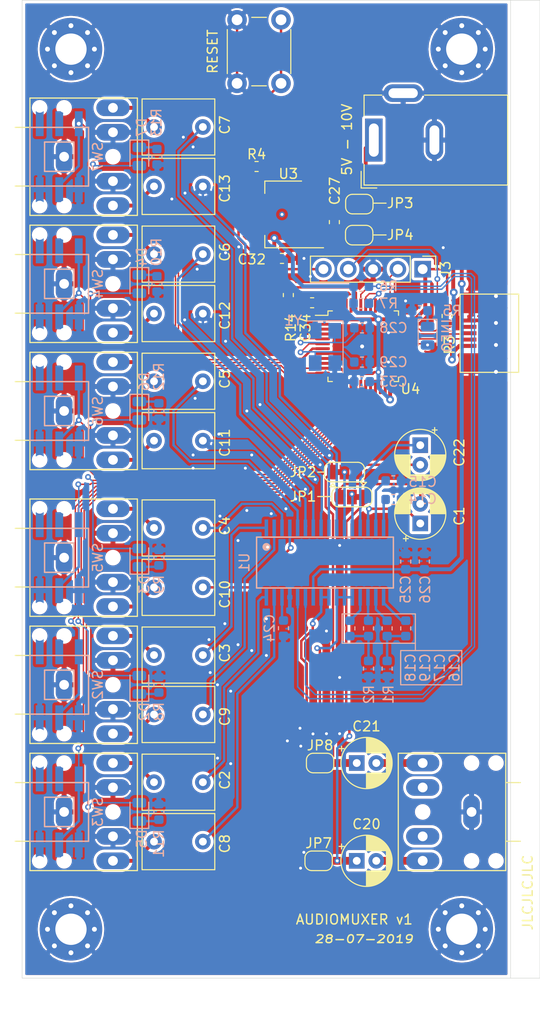
<source format=kicad_pcb>
(kicad_pcb (version 20171130) (host pcbnew "(5.1.0)-1")

  (general
    (thickness 1.6)
    (drawings 30)
    (tracks 808)
    (zones 0)
    (modules 84)
    (nets 100)
  )

  (page A4)
  (layers
    (0 F.Cu signal)
    (31 B.Cu signal)
    (32 B.Adhes user)
    (33 F.Adhes user)
    (34 B.Paste user)
    (35 F.Paste user)
    (36 B.SilkS user)
    (37 F.SilkS user)
    (38 B.Mask user)
    (39 F.Mask user)
    (40 Dwgs.User user)
    (41 Cmts.User user)
    (42 Eco1.User user)
    (43 Eco2.User user)
    (44 Edge.Cuts user)
    (45 Margin user)
    (46 B.CrtYd user)
    (47 F.CrtYd user)
    (48 B.Fab user)
    (49 F.Fab user)
  )

  (setup
    (last_trace_width 0.25)
    (user_trace_width 0.15)
    (user_trace_width 0.4)
    (user_trace_width 0.8)
    (trace_clearance 0.15)
    (zone_clearance 0.3)
    (zone_45_only no)
    (trace_min 0.15)
    (via_size 0.8)
    (via_drill 0.4)
    (via_min_size 0.3)
    (via_min_drill 0.3)
    (user_via 0.6 0.3)
    (uvia_size 0.3)
    (uvia_drill 0.1)
    (uvias_allowed no)
    (uvia_min_size 0.2)
    (uvia_min_drill 0.1)
    (edge_width 0.05)
    (segment_width 0.2)
    (pcb_text_width 0.3)
    (pcb_text_size 1.5 1.5)
    (mod_edge_width 0.12)
    (mod_text_size 1 1)
    (mod_text_width 0.15)
    (pad_size 1.524 1.524)
    (pad_drill 0.762)
    (pad_to_mask_clearance 0.051)
    (solder_mask_min_width 0.25)
    (aux_axis_origin 50 120)
    (grid_origin 50 120)
    (visible_elements 7FFFFFFF)
    (pcbplotparams
      (layerselection 0x018fc_ffffffff)
      (usegerberextensions false)
      (usegerberattributes true)
      (usegerberadvancedattributes false)
      (creategerberjobfile false)
      (excludeedgelayer false)
      (linewidth 0.100000)
      (plotframeref false)
      (viasonmask false)
      (mode 1)
      (useauxorigin false)
      (hpglpennumber 1)
      (hpglpenspeed 20)
      (hpglpendiameter 15.000000)
      (psnegative false)
      (psa4output false)
      (plotreference true)
      (plotvalue true)
      (plotinvisibletext false)
      (padsonsilk false)
      (subtractmaskfromsilk false)
      (outputformat 1)
      (mirror false)
      (drillshape 0)
      (scaleselection 1)
      (outputdirectory "gerber/"))
  )

  (net 0 "")
  (net 1 "Net-(C2-Pad2)")
  (net 2 "Net-(C2-Pad1)")
  (net 3 "Net-(C3-Pad2)")
  (net 4 "Net-(C3-Pad1)")
  (net 5 "Net-(C4-Pad2)")
  (net 6 "Net-(C4-Pad1)")
  (net 7 "Net-(C5-Pad2)")
  (net 8 "Net-(C5-Pad1)")
  (net 9 "Net-(C6-Pad2)")
  (net 10 "Net-(C6-Pad1)")
  (net 11 "Net-(C7-Pad2)")
  (net 12 "Net-(C7-Pad1)")
  (net 13 "Net-(C8-Pad2)")
  (net 14 "Net-(C8-Pad1)")
  (net 15 "Net-(C9-Pad2)")
  (net 16 "Net-(C9-Pad1)")
  (net 17 "Net-(C10-Pad2)")
  (net 18 "Net-(C10-Pad1)")
  (net 19 "Net-(C11-Pad2)")
  (net 20 "Net-(C11-Pad1)")
  (net 21 "Net-(C12-Pad2)")
  (net 22 "Net-(C12-Pad1)")
  (net 23 "Net-(C13-Pad2)")
  (net 24 "Net-(C13-Pad1)")
  (net 25 GND)
  (net 26 "Net-(C14-Pad1)")
  (net 27 "Net-(C15-Pad1)")
  (net 28 "Net-(C16-Pad2)")
  (net 29 "Net-(C16-Pad1)")
  (net 30 "Net-(C17-Pad2)")
  (net 31 "Net-(C18-Pad2)")
  (net 32 "Net-(C18-Pad1)")
  (net 33 "Net-(C19-Pad2)")
  (net 34 "Net-(C20-Pad2)")
  (net 35 "Net-(C20-Pad1)")
  (net 36 "Net-(C21-Pad2)")
  (net 37 "Net-(C21-Pad1)")
  (net 38 "Net-(C24-Pad1)")
  (net 39 VCC)
  (net 40 "Net-(C28-Pad1)")
  (net 41 "Net-(C29-Pad1)")
  (net 42 +3V3)
  (net 43 "Net-(D1-Pad2)")
  (net 44 "Net-(D1-Pad1)")
  (net 45 "Net-(J1-Pad1)")
  (net 46 "Net-(J2-Pad4)")
  (net 47 USB_P)
  (net 48 USB_N)
  (net 49 "Net-(J2-Pad1)")
  (net 50 RST)
  (net 51 JTMS)
  (net 52 JTCK)
  (net 53 "Net-(JP1-Pad2)")
  (net 54 "Net-(JP2-Pad2)")
  (net 55 SDA)
  (net 56 SCL)
  (net 57 "Net-(U4-Pad46)")
  (net 58 "Net-(U4-Pad45)")
  (net 59 "Net-(U4-Pad41)")
  (net 60 "Net-(U4-Pad40)")
  (net 61 "Net-(U4-Pad39)")
  (net 62 "Net-(U4-Pad38)")
  (net 63 "Net-(U4-Pad28)")
  (net 64 "Net-(U4-Pad27)")
  (net 65 "Net-(U4-Pad26)")
  (net 66 "Net-(U4-Pad25)")
  (net 67 "Net-(U4-Pad22)")
  (net 68 "Net-(U4-Pad21)")
  (net 69 "Net-(U4-Pad10)")
  (net 70 "Net-(U4-Pad4)")
  (net 71 "Net-(U4-Pad3)")
  (net 72 "Net-(U4-Pad2)")
  (net 73 "Net-(C1-Pad2)")
  (net 74 "Net-(C1-Pad1)")
  (net 75 "Net-(C22-Pad2)")
  (net 76 "Net-(C22-Pad1)")
  (net 77 "Net-(J10-PadSN)")
  (net 78 "Net-(JP7-Pad1)")
  (net 79 "Net-(JP8-Pad1)")
  (net 80 "Net-(J10-PadTN)")
  (net 81 "Net-(D2-Pad2)")
  (net 82 "Net-(D2-Pad1)")
  (net 83 "Net-(D3-Pad2)")
  (net 84 "Net-(D3-Pad1)")
  (net 85 "Net-(D4-Pad2)")
  (net 86 "Net-(D4-Pad1)")
  (net 87 "Net-(D5-Pad2)")
  (net 88 "Net-(D5-Pad1)")
  (net 89 "Net-(D6-Pad2)")
  (net 90 "Net-(D6-Pad1)")
  (net 91 "Net-(D7-Pad2)")
  (net 92 "Net-(D7-Pad1)")
  (net 93 "Net-(SW2-Pad2)")
  (net 94 "Net-(SW3-Pad2)")
  (net 95 "Net-(SW4-Pad2)")
  (net 96 "Net-(SW5-Pad2)")
  (net 97 "Net-(SW6-Pad2)")
  (net 98 "Net-(SW7-Pad2)")
  (net 99 "Net-(R14-Pad1)")

  (net_class Default "This is the default net class."
    (clearance 0.15)
    (trace_width 0.25)
    (via_dia 0.8)
    (via_drill 0.4)
    (uvia_dia 0.3)
    (uvia_drill 0.1)
    (add_net +3V3)
    (add_net GND)
    (add_net JTCK)
    (add_net JTMS)
    (add_net "Net-(C1-Pad1)")
    (add_net "Net-(C1-Pad2)")
    (add_net "Net-(C10-Pad1)")
    (add_net "Net-(C10-Pad2)")
    (add_net "Net-(C11-Pad1)")
    (add_net "Net-(C11-Pad2)")
    (add_net "Net-(C12-Pad1)")
    (add_net "Net-(C12-Pad2)")
    (add_net "Net-(C13-Pad1)")
    (add_net "Net-(C13-Pad2)")
    (add_net "Net-(C14-Pad1)")
    (add_net "Net-(C15-Pad1)")
    (add_net "Net-(C16-Pad1)")
    (add_net "Net-(C16-Pad2)")
    (add_net "Net-(C17-Pad2)")
    (add_net "Net-(C18-Pad1)")
    (add_net "Net-(C18-Pad2)")
    (add_net "Net-(C19-Pad2)")
    (add_net "Net-(C2-Pad1)")
    (add_net "Net-(C2-Pad2)")
    (add_net "Net-(C20-Pad1)")
    (add_net "Net-(C20-Pad2)")
    (add_net "Net-(C21-Pad1)")
    (add_net "Net-(C21-Pad2)")
    (add_net "Net-(C22-Pad1)")
    (add_net "Net-(C22-Pad2)")
    (add_net "Net-(C24-Pad1)")
    (add_net "Net-(C28-Pad1)")
    (add_net "Net-(C29-Pad1)")
    (add_net "Net-(C3-Pad1)")
    (add_net "Net-(C3-Pad2)")
    (add_net "Net-(C4-Pad1)")
    (add_net "Net-(C4-Pad2)")
    (add_net "Net-(C5-Pad1)")
    (add_net "Net-(C5-Pad2)")
    (add_net "Net-(C6-Pad1)")
    (add_net "Net-(C6-Pad2)")
    (add_net "Net-(C7-Pad1)")
    (add_net "Net-(C7-Pad2)")
    (add_net "Net-(C8-Pad1)")
    (add_net "Net-(C8-Pad2)")
    (add_net "Net-(C9-Pad1)")
    (add_net "Net-(C9-Pad2)")
    (add_net "Net-(D1-Pad1)")
    (add_net "Net-(D1-Pad2)")
    (add_net "Net-(D2-Pad1)")
    (add_net "Net-(D2-Pad2)")
    (add_net "Net-(D3-Pad1)")
    (add_net "Net-(D3-Pad2)")
    (add_net "Net-(D4-Pad1)")
    (add_net "Net-(D4-Pad2)")
    (add_net "Net-(D5-Pad1)")
    (add_net "Net-(D5-Pad2)")
    (add_net "Net-(D6-Pad1)")
    (add_net "Net-(D6-Pad2)")
    (add_net "Net-(D7-Pad1)")
    (add_net "Net-(D7-Pad2)")
    (add_net "Net-(J1-Pad1)")
    (add_net "Net-(J10-PadSN)")
    (add_net "Net-(J10-PadTN)")
    (add_net "Net-(J2-Pad1)")
    (add_net "Net-(J2-Pad4)")
    (add_net "Net-(JP1-Pad2)")
    (add_net "Net-(JP2-Pad2)")
    (add_net "Net-(JP7-Pad1)")
    (add_net "Net-(JP8-Pad1)")
    (add_net "Net-(R14-Pad1)")
    (add_net "Net-(SW2-Pad2)")
    (add_net "Net-(SW3-Pad2)")
    (add_net "Net-(SW4-Pad2)")
    (add_net "Net-(SW5-Pad2)")
    (add_net "Net-(SW6-Pad2)")
    (add_net "Net-(SW7-Pad2)")
    (add_net "Net-(U4-Pad10)")
    (add_net "Net-(U4-Pad2)")
    (add_net "Net-(U4-Pad21)")
    (add_net "Net-(U4-Pad22)")
    (add_net "Net-(U4-Pad25)")
    (add_net "Net-(U4-Pad26)")
    (add_net "Net-(U4-Pad27)")
    (add_net "Net-(U4-Pad28)")
    (add_net "Net-(U4-Pad3)")
    (add_net "Net-(U4-Pad38)")
    (add_net "Net-(U4-Pad39)")
    (add_net "Net-(U4-Pad4)")
    (add_net "Net-(U4-Pad40)")
    (add_net "Net-(U4-Pad41)")
    (add_net "Net-(U4-Pad45)")
    (add_net "Net-(U4-Pad46)")
    (add_net RST)
    (add_net SCL)
    (add_net SDA)
    (add_net USB_N)
    (add_net USB_P)
    (add_net VCC)
  )

  (module audioMux:XKB5858-Z-TP (layer B.Cu) (tedit 5DACA2AC) (tstamp 5D3FB619)
    (at 53.8 36 90)
    (path /5D4FBA63/5DEAAA27)
    (fp_text reference SW7 (at 0 3.95 90) (layer B.SilkS)
      (effects (font (size 1 1) (thickness 0.15)) (justify mirror))
    )
    (fp_text value SW_Push_Dual (at 0 4 90) (layer B.Fab)
      (effects (font (size 1 1) (thickness 0.15)) (justify mirror))
    )
    (fp_line (start -1.5 -1.5) (end -1.5 1.5) (layer B.SilkS) (width 0.15))
    (fp_line (start 1.5 -1.5) (end -1.5 -1.5) (layer B.SilkS) (width 0.15))
    (fp_line (start 1.5 1.5) (end 1.5 -1.5) (layer B.SilkS) (width 0.15))
    (fp_line (start -1.5 1.5) (end 1.5 1.5) (layer B.SilkS) (width 0.15))
    (fp_line (start -3 -3) (end -3 3) (layer B.SilkS) (width 0.15))
    (fp_line (start 3 -3) (end -3 -3) (layer B.SilkS) (width 0.15))
    (fp_line (start 3 3) (end 3 -3) (layer B.SilkS) (width 0.15))
    (fp_line (start -3 3) (end 3 3) (layer B.SilkS) (width 0.15))
    (pad 6 smd rect (at 3.375 -2 90) (size 2.55 0.8) (layers B.Cu B.Paste B.Mask))
    (pad 5 smd rect (at 3.375 0 90) (size 2.55 0.8) (layers B.Cu B.Paste B.Mask))
    (pad 4 smd rect (at 3.375 2 90) (size 2.55 0.8) (layers B.Cu B.Paste B.Mask)
      (net 98 "Net-(SW7-Pad2)"))
    (pad 3 smd rect (at -3.375 -2 90) (size 2.55 0.8) (layers B.Cu B.Paste B.Mask)
      (net 25 GND))
    (pad 2 smd rect (at -3.375 0 90) (size 2.55 0.8) (layers B.Cu B.Paste B.Mask)
      (net 98 "Net-(SW7-Pad2)"))
    (pad 1 smd rect (at -3.375 2 90) (size 2.55 0.8) (layers B.Cu B.Paste B.Mask)
      (net 25 GND))
    (model ${KIPRJMOD}/audioMux.pretty/XKB5858-X-TP.step
      (offset (xyz 0 0 5.5))
      (scale (xyz 1 1 1))
      (rotate (xyz -90 0 0))
    )
  )

  (module audioMux:XKB5858-Z-TP (layer B.Cu) (tedit 5DACA2AC) (tstamp 5D3FB607)
    (at 53.8 62 90)
    (path /5D4FBA63/5DCF1EFE)
    (fp_text reference SW6 (at 0 3.95 90) (layer B.SilkS)
      (effects (font (size 1 1) (thickness 0.15)) (justify mirror))
    )
    (fp_text value SW_Push_Dual (at 0 4 90) (layer B.Fab)
      (effects (font (size 1 1) (thickness 0.15)) (justify mirror))
    )
    (fp_line (start -1.5 -1.5) (end -1.5 1.5) (layer B.SilkS) (width 0.15))
    (fp_line (start 1.5 -1.5) (end -1.5 -1.5) (layer B.SilkS) (width 0.15))
    (fp_line (start 1.5 1.5) (end 1.5 -1.5) (layer B.SilkS) (width 0.15))
    (fp_line (start -1.5 1.5) (end 1.5 1.5) (layer B.SilkS) (width 0.15))
    (fp_line (start -3 -3) (end -3 3) (layer B.SilkS) (width 0.15))
    (fp_line (start 3 -3) (end -3 -3) (layer B.SilkS) (width 0.15))
    (fp_line (start 3 3) (end 3 -3) (layer B.SilkS) (width 0.15))
    (fp_line (start -3 3) (end 3 3) (layer B.SilkS) (width 0.15))
    (pad 6 smd rect (at 3.375 -2 90) (size 2.55 0.8) (layers B.Cu B.Paste B.Mask))
    (pad 5 smd rect (at 3.375 0 90) (size 2.55 0.8) (layers B.Cu B.Paste B.Mask))
    (pad 4 smd rect (at 3.375 2 90) (size 2.55 0.8) (layers B.Cu B.Paste B.Mask)
      (net 97 "Net-(SW6-Pad2)"))
    (pad 3 smd rect (at -3.375 -2 90) (size 2.55 0.8) (layers B.Cu B.Paste B.Mask)
      (net 25 GND))
    (pad 2 smd rect (at -3.375 0 90) (size 2.55 0.8) (layers B.Cu B.Paste B.Mask)
      (net 97 "Net-(SW6-Pad2)"))
    (pad 1 smd rect (at -3.375 2 90) (size 2.55 0.8) (layers B.Cu B.Paste B.Mask)
      (net 25 GND))
    (model ${KIPRJMOD}/audioMux.pretty/XKB5858-X-TP.step
      (offset (xyz 0 0 5.5))
      (scale (xyz 1 1 1))
      (rotate (xyz -90 0 0))
    )
  )

  (module audioMux:XKB5858-Z-TP (layer B.Cu) (tedit 5DACA2AC) (tstamp 5D3FB5F5)
    (at 53.8 77 90)
    (path /5D4FBA63/5DCAC21D)
    (fp_text reference SW5 (at 0 3.95 90) (layer B.SilkS)
      (effects (font (size 1 1) (thickness 0.15)) (justify mirror))
    )
    (fp_text value SW_Push_Dual (at 0 4 90) (layer B.Fab)
      (effects (font (size 1 1) (thickness 0.15)) (justify mirror))
    )
    (fp_line (start -1.5 -1.5) (end -1.5 1.5) (layer B.SilkS) (width 0.15))
    (fp_line (start 1.5 -1.5) (end -1.5 -1.5) (layer B.SilkS) (width 0.15))
    (fp_line (start 1.5 1.5) (end 1.5 -1.5) (layer B.SilkS) (width 0.15))
    (fp_line (start -1.5 1.5) (end 1.5 1.5) (layer B.SilkS) (width 0.15))
    (fp_line (start -3 -3) (end -3 3) (layer B.SilkS) (width 0.15))
    (fp_line (start 3 -3) (end -3 -3) (layer B.SilkS) (width 0.15))
    (fp_line (start 3 3) (end 3 -3) (layer B.SilkS) (width 0.15))
    (fp_line (start -3 3) (end 3 3) (layer B.SilkS) (width 0.15))
    (pad 6 smd rect (at 3.375 -2 90) (size 2.55 0.8) (layers B.Cu B.Paste B.Mask))
    (pad 5 smd rect (at 3.375 0 90) (size 2.55 0.8) (layers B.Cu B.Paste B.Mask))
    (pad 4 smd rect (at 3.375 2 90) (size 2.55 0.8) (layers B.Cu B.Paste B.Mask)
      (net 96 "Net-(SW5-Pad2)"))
    (pad 3 smd rect (at -3.375 -2 90) (size 2.55 0.8) (layers B.Cu B.Paste B.Mask)
      (net 25 GND))
    (pad 2 smd rect (at -3.375 0 90) (size 2.55 0.8) (layers B.Cu B.Paste B.Mask)
      (net 96 "Net-(SW5-Pad2)"))
    (pad 1 smd rect (at -3.375 2 90) (size 2.55 0.8) (layers B.Cu B.Paste B.Mask)
      (net 25 GND))
    (model ${KIPRJMOD}/audioMux.pretty/XKB5858-X-TP.step
      (offset (xyz 0 0 5.5))
      (scale (xyz 1 1 1))
      (rotate (xyz -90 0 0))
    )
  )

  (module audioMux:XKB5858-Z-TP (layer B.Cu) (tedit 5DACA2AC) (tstamp 5D3FB5E3)
    (at 53.8 49 90)
    (path /5D4FBA63/5DD6E675)
    (fp_text reference SW4 (at 0 3.95 90) (layer B.SilkS)
      (effects (font (size 1 1) (thickness 0.15)) (justify mirror))
    )
    (fp_text value SW_Push_Dual (at 0 4 90) (layer B.Fab)
      (effects (font (size 1 1) (thickness 0.15)) (justify mirror))
    )
    (fp_line (start -1.5 -1.5) (end -1.5 1.5) (layer B.SilkS) (width 0.15))
    (fp_line (start 1.5 -1.5) (end -1.5 -1.5) (layer B.SilkS) (width 0.15))
    (fp_line (start 1.5 1.5) (end 1.5 -1.5) (layer B.SilkS) (width 0.15))
    (fp_line (start -1.5 1.5) (end 1.5 1.5) (layer B.SilkS) (width 0.15))
    (fp_line (start -3 -3) (end -3 3) (layer B.SilkS) (width 0.15))
    (fp_line (start 3 -3) (end -3 -3) (layer B.SilkS) (width 0.15))
    (fp_line (start 3 3) (end 3 -3) (layer B.SilkS) (width 0.15))
    (fp_line (start -3 3) (end 3 3) (layer B.SilkS) (width 0.15))
    (pad 6 smd rect (at 3.375 -2 90) (size 2.55 0.8) (layers B.Cu B.Paste B.Mask))
    (pad 5 smd rect (at 3.375 0 90) (size 2.55 0.8) (layers B.Cu B.Paste B.Mask))
    (pad 4 smd rect (at 3.375 2 90) (size 2.55 0.8) (layers B.Cu B.Paste B.Mask)
      (net 95 "Net-(SW4-Pad2)"))
    (pad 3 smd rect (at -3.375 -2 90) (size 2.55 0.8) (layers B.Cu B.Paste B.Mask)
      (net 25 GND))
    (pad 2 smd rect (at -3.375 0 90) (size 2.55 0.8) (layers B.Cu B.Paste B.Mask)
      (net 95 "Net-(SW4-Pad2)"))
    (pad 1 smd rect (at -3.375 2 90) (size 2.55 0.8) (layers B.Cu B.Paste B.Mask)
      (net 25 GND))
    (model ${KIPRJMOD}/audioMux.pretty/XKB5858-X-TP.step
      (offset (xyz 0 0 5.5))
      (scale (xyz 1 1 1))
      (rotate (xyz -90 0 0))
    )
  )

  (module audioMux:XKB5858-Z-TP (layer B.Cu) (tedit 5DACA2AC) (tstamp 5D3FB5D1)
    (at 53.8 103 90)
    (path /5D4FBA63/5DCCEEEE)
    (fp_text reference SW3 (at 0 3.95 90) (layer B.SilkS)
      (effects (font (size 1 1) (thickness 0.15)) (justify mirror))
    )
    (fp_text value SW_Push_Dual (at 0 4 90) (layer B.Fab)
      (effects (font (size 1 1) (thickness 0.15)) (justify mirror))
    )
    (fp_line (start -1.5 -1.5) (end -1.5 1.5) (layer B.SilkS) (width 0.15))
    (fp_line (start 1.5 -1.5) (end -1.5 -1.5) (layer B.SilkS) (width 0.15))
    (fp_line (start 1.5 1.5) (end 1.5 -1.5) (layer B.SilkS) (width 0.15))
    (fp_line (start -1.5 1.5) (end 1.5 1.5) (layer B.SilkS) (width 0.15))
    (fp_line (start -3 -3) (end -3 3) (layer B.SilkS) (width 0.15))
    (fp_line (start 3 -3) (end -3 -3) (layer B.SilkS) (width 0.15))
    (fp_line (start 3 3) (end 3 -3) (layer B.SilkS) (width 0.15))
    (fp_line (start -3 3) (end 3 3) (layer B.SilkS) (width 0.15))
    (pad 6 smd rect (at 3.375 -2 90) (size 2.55 0.8) (layers B.Cu B.Paste B.Mask))
    (pad 5 smd rect (at 3.375 0 90) (size 2.55 0.8) (layers B.Cu B.Paste B.Mask))
    (pad 4 smd rect (at 3.375 2 90) (size 2.55 0.8) (layers B.Cu B.Paste B.Mask)
      (net 94 "Net-(SW3-Pad2)"))
    (pad 3 smd rect (at -3.375 -2 90) (size 2.55 0.8) (layers B.Cu B.Paste B.Mask)
      (net 25 GND))
    (pad 2 smd rect (at -3.375 0 90) (size 2.55 0.8) (layers B.Cu B.Paste B.Mask)
      (net 94 "Net-(SW3-Pad2)"))
    (pad 1 smd rect (at -3.375 2 90) (size 2.55 0.8) (layers B.Cu B.Paste B.Mask)
      (net 25 GND))
    (model ${KIPRJMOD}/audioMux.pretty/XKB5858-X-TP.step
      (offset (xyz 0 0 5.5))
      (scale (xyz 1 1 1))
      (rotate (xyz -90 0 0))
    )
  )

  (module audioMux:XKB5858-Z-TP (layer B.Cu) (tedit 5DACA2AC) (tstamp 5D3FB5BF)
    (at 53.8 90 90)
    (path /5D4FBA63/5DAFB3C5)
    (fp_text reference SW2 (at 0 3.95 90) (layer B.SilkS)
      (effects (font (size 1 1) (thickness 0.15)) (justify mirror))
    )
    (fp_text value SW_Push_Dual (at 0 4 90) (layer B.Fab)
      (effects (font (size 1 1) (thickness 0.15)) (justify mirror))
    )
    (fp_line (start -1.5 -1.5) (end -1.5 1.5) (layer B.SilkS) (width 0.15))
    (fp_line (start 1.5 -1.5) (end -1.5 -1.5) (layer B.SilkS) (width 0.15))
    (fp_line (start 1.5 1.5) (end 1.5 -1.5) (layer B.SilkS) (width 0.15))
    (fp_line (start -1.5 1.5) (end 1.5 1.5) (layer B.SilkS) (width 0.15))
    (fp_line (start -3 -3) (end -3 3) (layer B.SilkS) (width 0.15))
    (fp_line (start 3 -3) (end -3 -3) (layer B.SilkS) (width 0.15))
    (fp_line (start 3 3) (end 3 -3) (layer B.SilkS) (width 0.15))
    (fp_line (start -3 3) (end 3 3) (layer B.SilkS) (width 0.15))
    (pad 6 smd rect (at 3.375 -2 90) (size 2.55 0.8) (layers B.Cu B.Paste B.Mask))
    (pad 5 smd rect (at 3.375 0 90) (size 2.55 0.8) (layers B.Cu B.Paste B.Mask))
    (pad 4 smd rect (at 3.375 2 90) (size 2.55 0.8) (layers B.Cu B.Paste B.Mask)
      (net 93 "Net-(SW2-Pad2)"))
    (pad 3 smd rect (at -3.375 -2 90) (size 2.55 0.8) (layers B.Cu B.Paste B.Mask)
      (net 25 GND))
    (pad 2 smd rect (at -3.375 0 90) (size 2.55 0.8) (layers B.Cu B.Paste B.Mask)
      (net 93 "Net-(SW2-Pad2)"))
    (pad 1 smd rect (at -3.375 2 90) (size 2.55 0.8) (layers B.Cu B.Paste B.Mask)
      (net 25 GND))
    (model ${KIPRJMOD}/audioMux.pretty/XKB5858-X-TP.step
      (offset (xyz 0 0 5.5))
      (scale (xyz 1 1 1))
      (rotate (xyz -90 0 0))
    )
  )

  (module audioMux:Klinke-JC128 locked (layer F.Cu) (tedit 5DAC9F3B) (tstamp 5D3CF3C8)
    (at 50.8 36)
    (path /5D880569)
    (attr virtual)
    (fp_text reference J9 (at 12.4 3.6 90) (layer F.SilkS) hide
      (effects (font (size 1.27 1.27) (thickness 0.15)))
    )
    (fp_text value AudioJack2_Ground_Switch (at 2 7.2) (layer F.SilkS) hide
      (effects (font (size 1.27 1.27) (thickness 0.15)))
    )
    (fp_line (start 0 2.99974) (end -1.5 2.99974) (layer F.SilkS) (width 0.127))
    (fp_line (start 0 -5.99948) (end 10.9982 -5.99948) (layer F.SilkS) (width 0.127))
    (fp_line (start -1.5 -3) (end 0 -2.99974) (layer F.SilkS) (width 0.127))
    (fp_line (start 0 5.99948) (end 0 -5.99948) (layer F.SilkS) (width 0.127))
    (fp_line (start 10.9982 -5.99948) (end 10.9982 5.99948) (layer F.SilkS) (width 0.127))
    (fp_line (start 10.9982 5.99948) (end 0 5.99948) (layer F.SilkS) (width 0.127))
    (fp_circle (center 8.49884 0) (end 8.49884 -0.49784) (layer Dwgs.User) (width 0.127))
    (fp_circle (center 0.99822 -4.99872) (end 0.99822 -5.49656) (layer Dwgs.User) (width 0.127))
    (fp_circle (center 0.99822 4.99872) (end 0.99822 4.50088) (layer Dwgs.User) (width 0.127))
    (fp_circle (center 3.49758 4.99872) (end 3.49758 4.50088) (layer Dwgs.User) (width 0.127))
    (fp_circle (center 3.49758 -4.99872) (end 3.49758 -5.49656) (layer Dwgs.User) (width 0.127))
    (fp_line (start -1.79832 -1.79832) (end -2.99974 -1.79832) (layer Dwgs.User) (width 0.127))
    (fp_line (start -1.79832 1.79832) (end -1.79832 -1.79832) (layer Dwgs.User) (width 0.127))
    (fp_line (start -2.99974 1.79832) (end -1.79832 1.79832) (layer Dwgs.User) (width 0.127))
    (fp_line (start -2.99974 -2.99974) (end 0 -2.99974) (layer Dwgs.User) (width 0.127))
    (fp_line (start -2.99974 2.99974) (end -2.99974 -2.99974) (layer Dwgs.User) (width 0.127))
    (fp_line (start 0 2.99974) (end -2.99974 2.99974) (layer Dwgs.User) (width 0.127))
    (fp_line (start 10.9982 5.99948) (end 0 5.99948) (layer Dwgs.User) (width 0.127))
    (fp_line (start 10.9982 -5.99948) (end 10.9982 5.99948) (layer Dwgs.User) (width 0.127))
    (fp_line (start 0 -5.99948) (end 10.9982 -5.99948) (layer Dwgs.User) (width 0.127))
    (fp_line (start 0 5.99948) (end 0 -5.99948) (layer Dwgs.User) (width 0.127))
    (pad "" np_thru_hole circle (at 8.49884 0) (size 1 1) (drill 1) (layers *.Cu *.Mask))
    (pad "" np_thru_hole circle (at 0.99822 4.99872) (size 1 1) (drill 1) (layers *.Cu *.Mask))
    (pad "" np_thru_hole circle (at 3.49758 4.99872) (size 1 1) (drill 1) (layers *.Cu *.Mask))
    (pad "" np_thru_hole circle (at 3.49758 -4.99872) (size 1 1) (drill 1) (layers *.Cu *.Mask))
    (pad "" np_thru_hole circle (at 0.99822 -4.99872) (size 1 1) (drill 1) (layers *.Cu *.Mask))
    (pad S thru_hole oval (at 8.49884 -4.99872 90) (size 1.69926 3.39852) (drill 0.99822) (layers *.Cu *.Paste *.Mask)
      (net 11 "Net-(C7-Pad2)"))
    (pad SN thru_hole oval (at 8.49884 -2.49936 90) (size 1.69926 3.39852) (drill 0.99822) (layers *.Cu *.Paste *.Mask)
      (net 25 GND))
    (pad TN thru_hole oval (at 8.49884 2.49936 90) (size 1.69926 3.39852) (drill 0.99822) (layers *.Cu *.Paste *.Mask)
      (net 25 GND))
    (pad T thru_hole oval (at 8.49884 4.99872 90) (size 1.69926 3.39852) (drill 0.99822) (layers *.Cu *.Paste *.Mask)
      (net 23 "Net-(C13-Pad2)"))
    (pad G thru_hole oval (at 3.49758 0 180) (size 1.69926 3.39852) (drill 0.99822) (layers *.Cu *.Paste *.Mask)
      (net 25 GND))
    (model ${KIPRJMOD}/audioMux.pretty/JC-128.step
      (offset (xyz 11 0 0))
      (scale (xyz 1 1 1))
      (rotate (xyz -90 0 180))
    )
  )

  (module audioMux:Klinke-JC128 (layer F.Cu) (tedit 5DAC9F3B) (tstamp 5D3D61D6)
    (at 99.5 103 180)
    (path /5D8C9B67)
    (attr virtual)
    (fp_text reference J10 (at 12.4 3.6 270) (layer F.SilkS) hide
      (effects (font (size 1.27 1.27) (thickness 0.15)))
    )
    (fp_text value AudioJack2_Ground_Switch (at 2 7.2 180) (layer F.SilkS) hide
      (effects (font (size 1.27 1.27) (thickness 0.15)))
    )
    (fp_line (start 0 2.99974) (end -1.5 2.99974) (layer F.SilkS) (width 0.127))
    (fp_line (start 0 -5.99948) (end 10.9982 -5.99948) (layer F.SilkS) (width 0.127))
    (fp_line (start -1.5 -3) (end 0 -2.99974) (layer F.SilkS) (width 0.127))
    (fp_line (start 0 5.99948) (end 0 -5.99948) (layer F.SilkS) (width 0.127))
    (fp_line (start 10.9982 -5.99948) (end 10.9982 5.99948) (layer F.SilkS) (width 0.127))
    (fp_line (start 10.9982 5.99948) (end 0 5.99948) (layer F.SilkS) (width 0.127))
    (fp_circle (center 8.49884 0) (end 8.49884 -0.49784) (layer Dwgs.User) (width 0.127))
    (fp_circle (center 0.99822 -4.99872) (end 0.99822 -5.49656) (layer Dwgs.User) (width 0.127))
    (fp_circle (center 0.99822 4.99872) (end 0.99822 4.50088) (layer Dwgs.User) (width 0.127))
    (fp_circle (center 3.49758 4.99872) (end 3.49758 4.50088) (layer Dwgs.User) (width 0.127))
    (fp_circle (center 3.49758 -4.99872) (end 3.49758 -5.49656) (layer Dwgs.User) (width 0.127))
    (fp_line (start -1.79832 -1.79832) (end -2.99974 -1.79832) (layer Dwgs.User) (width 0.127))
    (fp_line (start -1.79832 1.79832) (end -1.79832 -1.79832) (layer Dwgs.User) (width 0.127))
    (fp_line (start -2.99974 1.79832) (end -1.79832 1.79832) (layer Dwgs.User) (width 0.127))
    (fp_line (start -2.99974 -2.99974) (end 0 -2.99974) (layer Dwgs.User) (width 0.127))
    (fp_line (start -2.99974 2.99974) (end -2.99974 -2.99974) (layer Dwgs.User) (width 0.127))
    (fp_line (start 0 2.99974) (end -2.99974 2.99974) (layer Dwgs.User) (width 0.127))
    (fp_line (start 10.9982 5.99948) (end 0 5.99948) (layer Dwgs.User) (width 0.127))
    (fp_line (start 10.9982 -5.99948) (end 10.9982 5.99948) (layer Dwgs.User) (width 0.127))
    (fp_line (start 0 -5.99948) (end 10.9982 -5.99948) (layer Dwgs.User) (width 0.127))
    (fp_line (start 0 5.99948) (end 0 -5.99948) (layer Dwgs.User) (width 0.127))
    (pad "" np_thru_hole circle (at 8.49884 0 180) (size 1 1) (drill 1) (layers *.Cu *.Mask))
    (pad "" np_thru_hole circle (at 0.99822 4.99872 180) (size 1 1) (drill 1) (layers *.Cu *.Mask))
    (pad "" np_thru_hole circle (at 3.49758 4.99872 180) (size 1 1) (drill 1) (layers *.Cu *.Mask))
    (pad "" np_thru_hole circle (at 3.49758 -4.99872 180) (size 1 1) (drill 1) (layers *.Cu *.Mask))
    (pad "" np_thru_hole circle (at 0.99822 -4.99872 180) (size 1 1) (drill 1) (layers *.Cu *.Mask))
    (pad S thru_hole oval (at 8.49884 -4.99872 270) (size 1.69926 3.39852) (drill 0.99822) (layers *.Cu *.Paste *.Mask)
      (net 34 "Net-(C20-Pad2)"))
    (pad SN thru_hole oval (at 8.49884 -2.49936 270) (size 1.69926 3.39852) (drill 0.99822) (layers *.Cu *.Paste *.Mask)
      (net 77 "Net-(J10-PadSN)"))
    (pad TN thru_hole oval (at 8.49884 2.49936 270) (size 1.69926 3.39852) (drill 0.99822) (layers *.Cu *.Paste *.Mask)
      (net 80 "Net-(J10-PadTN)"))
    (pad T thru_hole oval (at 8.49884 4.99872 270) (size 1.69926 3.39852) (drill 0.99822) (layers *.Cu *.Paste *.Mask)
      (net 36 "Net-(C21-Pad2)"))
    (pad G thru_hole oval (at 3.49758 0) (size 1.69926 3.39852) (drill 0.99822) (layers *.Cu *.Paste *.Mask)
      (net 25 GND))
    (model ${KIPRJMOD}/audioMux.pretty/JC-128.step
      (offset (xyz 11 0 0))
      (scale (xyz 1 1 1))
      (rotate (xyz -90 0 180))
    )
  )

  (module audioMux:Klinke-JC128 (layer F.Cu) (tedit 5DAC9F3B) (tstamp 5D3FDF4F)
    (at 50.8 49)
    (path /5D87FF31)
    (attr virtual)
    (fp_text reference J8 (at 12.4 3.6 90) (layer F.SilkS) hide
      (effects (font (size 1.27 1.27) (thickness 0.15)))
    )
    (fp_text value AudioJack2_Ground_Switch (at 2 7.2) (layer F.SilkS) hide
      (effects (font (size 1.27 1.27) (thickness 0.15)))
    )
    (fp_line (start 0 2.99974) (end -1.5 2.99974) (layer F.SilkS) (width 0.127))
    (fp_line (start 0 -5.99948) (end 10.9982 -5.99948) (layer F.SilkS) (width 0.127))
    (fp_line (start -1.5 -3) (end 0 -2.99974) (layer F.SilkS) (width 0.127))
    (fp_line (start 0 5.99948) (end 0 -5.99948) (layer F.SilkS) (width 0.127))
    (fp_line (start 10.9982 -5.99948) (end 10.9982 5.99948) (layer F.SilkS) (width 0.127))
    (fp_line (start 10.9982 5.99948) (end 0 5.99948) (layer F.SilkS) (width 0.127))
    (fp_circle (center 8.49884 0) (end 8.49884 -0.49784) (layer Dwgs.User) (width 0.127))
    (fp_circle (center 0.99822 -4.99872) (end 0.99822 -5.49656) (layer Dwgs.User) (width 0.127))
    (fp_circle (center 0.99822 4.99872) (end 0.99822 4.50088) (layer Dwgs.User) (width 0.127))
    (fp_circle (center 3.49758 4.99872) (end 3.49758 4.50088) (layer Dwgs.User) (width 0.127))
    (fp_circle (center 3.49758 -4.99872) (end 3.49758 -5.49656) (layer Dwgs.User) (width 0.127))
    (fp_line (start -1.79832 -1.79832) (end -2.99974 -1.79832) (layer Dwgs.User) (width 0.127))
    (fp_line (start -1.79832 1.79832) (end -1.79832 -1.79832) (layer Dwgs.User) (width 0.127))
    (fp_line (start -2.99974 1.79832) (end -1.79832 1.79832) (layer Dwgs.User) (width 0.127))
    (fp_line (start -2.99974 -2.99974) (end 0 -2.99974) (layer Dwgs.User) (width 0.127))
    (fp_line (start -2.99974 2.99974) (end -2.99974 -2.99974) (layer Dwgs.User) (width 0.127))
    (fp_line (start 0 2.99974) (end -2.99974 2.99974) (layer Dwgs.User) (width 0.127))
    (fp_line (start 10.9982 5.99948) (end 0 5.99948) (layer Dwgs.User) (width 0.127))
    (fp_line (start 10.9982 -5.99948) (end 10.9982 5.99948) (layer Dwgs.User) (width 0.127))
    (fp_line (start 0 -5.99948) (end 10.9982 -5.99948) (layer Dwgs.User) (width 0.127))
    (fp_line (start 0 5.99948) (end 0 -5.99948) (layer Dwgs.User) (width 0.127))
    (pad "" np_thru_hole circle (at 8.49884 0) (size 1 1) (drill 1) (layers *.Cu *.Mask))
    (pad "" np_thru_hole circle (at 0.99822 4.99872) (size 1 1) (drill 1) (layers *.Cu *.Mask))
    (pad "" np_thru_hole circle (at 3.49758 4.99872) (size 1 1) (drill 1) (layers *.Cu *.Mask))
    (pad "" np_thru_hole circle (at 3.49758 -4.99872) (size 1 1) (drill 1) (layers *.Cu *.Mask))
    (pad "" np_thru_hole circle (at 0.99822 -4.99872) (size 1 1) (drill 1) (layers *.Cu *.Mask))
    (pad S thru_hole oval (at 8.49884 -4.99872 90) (size 1.69926 3.39852) (drill 0.99822) (layers *.Cu *.Paste *.Mask)
      (net 9 "Net-(C6-Pad2)"))
    (pad SN thru_hole oval (at 8.49884 -2.49936 90) (size 1.69926 3.39852) (drill 0.99822) (layers *.Cu *.Paste *.Mask)
      (net 25 GND))
    (pad TN thru_hole oval (at 8.49884 2.49936 90) (size 1.69926 3.39852) (drill 0.99822) (layers *.Cu *.Paste *.Mask)
      (net 25 GND))
    (pad T thru_hole oval (at 8.49884 4.99872 90) (size 1.69926 3.39852) (drill 0.99822) (layers *.Cu *.Paste *.Mask)
      (net 21 "Net-(C12-Pad2)"))
    (pad G thru_hole oval (at 3.49758 0 180) (size 1.69926 3.39852) (drill 0.99822) (layers *.Cu *.Paste *.Mask)
      (net 25 GND))
    (model ${KIPRJMOD}/audioMux.pretty/JC-128.step
      (offset (xyz 11 0 0))
      (scale (xyz 1 1 1))
      (rotate (xyz -90 0 180))
    )
  )

  (module audioMux:Klinke-JC128 (layer F.Cu) (tedit 5DAC9F3B) (tstamp 5D3CDD78)
    (at 50.8 62)
    (path /5D87ED15)
    (attr virtual)
    (fp_text reference J7 (at 12.4 3.6 90) (layer F.SilkS) hide
      (effects (font (size 1.27 1.27) (thickness 0.15)))
    )
    (fp_text value AudioJack2_Ground_Switch (at 2 7.2) (layer F.SilkS) hide
      (effects (font (size 1.27 1.27) (thickness 0.15)))
    )
    (fp_line (start 0 2.99974) (end -1.5 2.99974) (layer F.SilkS) (width 0.127))
    (fp_line (start 0 -5.99948) (end 10.9982 -5.99948) (layer F.SilkS) (width 0.127))
    (fp_line (start -1.5 -3) (end 0 -2.99974) (layer F.SilkS) (width 0.127))
    (fp_line (start 0 5.99948) (end 0 -5.99948) (layer F.SilkS) (width 0.127))
    (fp_line (start 10.9982 -5.99948) (end 10.9982 5.99948) (layer F.SilkS) (width 0.127))
    (fp_line (start 10.9982 5.99948) (end 0 5.99948) (layer F.SilkS) (width 0.127))
    (fp_circle (center 8.49884 0) (end 8.49884 -0.49784) (layer Dwgs.User) (width 0.127))
    (fp_circle (center 0.99822 -4.99872) (end 0.99822 -5.49656) (layer Dwgs.User) (width 0.127))
    (fp_circle (center 0.99822 4.99872) (end 0.99822 4.50088) (layer Dwgs.User) (width 0.127))
    (fp_circle (center 3.49758 4.99872) (end 3.49758 4.50088) (layer Dwgs.User) (width 0.127))
    (fp_circle (center 3.49758 -4.99872) (end 3.49758 -5.49656) (layer Dwgs.User) (width 0.127))
    (fp_line (start -1.79832 -1.79832) (end -2.99974 -1.79832) (layer Dwgs.User) (width 0.127))
    (fp_line (start -1.79832 1.79832) (end -1.79832 -1.79832) (layer Dwgs.User) (width 0.127))
    (fp_line (start -2.99974 1.79832) (end -1.79832 1.79832) (layer Dwgs.User) (width 0.127))
    (fp_line (start -2.99974 -2.99974) (end 0 -2.99974) (layer Dwgs.User) (width 0.127))
    (fp_line (start -2.99974 2.99974) (end -2.99974 -2.99974) (layer Dwgs.User) (width 0.127))
    (fp_line (start 0 2.99974) (end -2.99974 2.99974) (layer Dwgs.User) (width 0.127))
    (fp_line (start 10.9982 5.99948) (end 0 5.99948) (layer Dwgs.User) (width 0.127))
    (fp_line (start 10.9982 -5.99948) (end 10.9982 5.99948) (layer Dwgs.User) (width 0.127))
    (fp_line (start 0 -5.99948) (end 10.9982 -5.99948) (layer Dwgs.User) (width 0.127))
    (fp_line (start 0 5.99948) (end 0 -5.99948) (layer Dwgs.User) (width 0.127))
    (pad "" np_thru_hole circle (at 8.49884 0) (size 1 1) (drill 1) (layers *.Cu *.Mask))
    (pad "" np_thru_hole circle (at 0.99822 4.99872) (size 1 1) (drill 1) (layers *.Cu *.Mask))
    (pad "" np_thru_hole circle (at 3.49758 4.99872) (size 1 1) (drill 1) (layers *.Cu *.Mask))
    (pad "" np_thru_hole circle (at 3.49758 -4.99872) (size 1 1) (drill 1) (layers *.Cu *.Mask))
    (pad "" np_thru_hole circle (at 0.99822 -4.99872) (size 1 1) (drill 1) (layers *.Cu *.Mask))
    (pad S thru_hole oval (at 8.49884 -4.99872 90) (size 1.69926 3.39852) (drill 0.99822) (layers *.Cu *.Paste *.Mask)
      (net 7 "Net-(C5-Pad2)"))
    (pad SN thru_hole oval (at 8.49884 -2.49936 90) (size 1.69926 3.39852) (drill 0.99822) (layers *.Cu *.Paste *.Mask)
      (net 25 GND))
    (pad TN thru_hole oval (at 8.49884 2.49936 90) (size 1.69926 3.39852) (drill 0.99822) (layers *.Cu *.Paste *.Mask)
      (net 25 GND))
    (pad T thru_hole oval (at 8.49884 4.99872 90) (size 1.69926 3.39852) (drill 0.99822) (layers *.Cu *.Paste *.Mask)
      (net 19 "Net-(C11-Pad2)"))
    (pad G thru_hole oval (at 3.49758 0 180) (size 1.69926 3.39852) (drill 0.99822) (layers *.Cu *.Paste *.Mask)
      (net 25 GND))
    (model ${KIPRJMOD}/audioMux.pretty/JC-128.step
      (offset (xyz 11 0 0))
      (scale (xyz 1 1 1))
      (rotate (xyz -90 0 180))
    )
  )

  (module audioMux:Klinke-JC128 (layer F.Cu) (tedit 5DAC9F3B) (tstamp 5D3CDD60)
    (at 50.8 77)
    (path /5D87D194)
    (attr virtual)
    (fp_text reference J6 (at 12.4 3.6 90) (layer F.SilkS) hide
      (effects (font (size 1.27 1.27) (thickness 0.15)))
    )
    (fp_text value AudioJack2_Ground_Switch (at 2 7.2) (layer F.SilkS) hide
      (effects (font (size 1.27 1.27) (thickness 0.15)))
    )
    (fp_line (start 0 2.99974) (end -1.5 2.99974) (layer F.SilkS) (width 0.127))
    (fp_line (start 0 -5.99948) (end 10.9982 -5.99948) (layer F.SilkS) (width 0.127))
    (fp_line (start -1.5 -3) (end 0 -2.99974) (layer F.SilkS) (width 0.127))
    (fp_line (start 0 5.99948) (end 0 -5.99948) (layer F.SilkS) (width 0.127))
    (fp_line (start 10.9982 -5.99948) (end 10.9982 5.99948) (layer F.SilkS) (width 0.127))
    (fp_line (start 10.9982 5.99948) (end 0 5.99948) (layer F.SilkS) (width 0.127))
    (fp_circle (center 8.49884 0) (end 8.49884 -0.49784) (layer Dwgs.User) (width 0.127))
    (fp_circle (center 0.99822 -4.99872) (end 0.99822 -5.49656) (layer Dwgs.User) (width 0.127))
    (fp_circle (center 0.99822 4.99872) (end 0.99822 4.50088) (layer Dwgs.User) (width 0.127))
    (fp_circle (center 3.49758 4.99872) (end 3.49758 4.50088) (layer Dwgs.User) (width 0.127))
    (fp_circle (center 3.49758 -4.99872) (end 3.49758 -5.49656) (layer Dwgs.User) (width 0.127))
    (fp_line (start -1.79832 -1.79832) (end -2.99974 -1.79832) (layer Dwgs.User) (width 0.127))
    (fp_line (start -1.79832 1.79832) (end -1.79832 -1.79832) (layer Dwgs.User) (width 0.127))
    (fp_line (start -2.99974 1.79832) (end -1.79832 1.79832) (layer Dwgs.User) (width 0.127))
    (fp_line (start -2.99974 -2.99974) (end 0 -2.99974) (layer Dwgs.User) (width 0.127))
    (fp_line (start -2.99974 2.99974) (end -2.99974 -2.99974) (layer Dwgs.User) (width 0.127))
    (fp_line (start 0 2.99974) (end -2.99974 2.99974) (layer Dwgs.User) (width 0.127))
    (fp_line (start 10.9982 5.99948) (end 0 5.99948) (layer Dwgs.User) (width 0.127))
    (fp_line (start 10.9982 -5.99948) (end 10.9982 5.99948) (layer Dwgs.User) (width 0.127))
    (fp_line (start 0 -5.99948) (end 10.9982 -5.99948) (layer Dwgs.User) (width 0.127))
    (fp_line (start 0 5.99948) (end 0 -5.99948) (layer Dwgs.User) (width 0.127))
    (pad "" np_thru_hole circle (at 8.49884 0) (size 1 1) (drill 1) (layers *.Cu *.Mask))
    (pad "" np_thru_hole circle (at 0.99822 4.99872) (size 1 1) (drill 1) (layers *.Cu *.Mask))
    (pad "" np_thru_hole circle (at 3.49758 4.99872) (size 1 1) (drill 1) (layers *.Cu *.Mask))
    (pad "" np_thru_hole circle (at 3.49758 -4.99872) (size 1 1) (drill 1) (layers *.Cu *.Mask))
    (pad "" np_thru_hole circle (at 0.99822 -4.99872) (size 1 1) (drill 1) (layers *.Cu *.Mask))
    (pad S thru_hole oval (at 8.49884 -4.99872 90) (size 1.69926 3.39852) (drill 0.99822) (layers *.Cu *.Paste *.Mask)
      (net 5 "Net-(C4-Pad2)"))
    (pad SN thru_hole oval (at 8.49884 -2.49936 90) (size 1.69926 3.39852) (drill 0.99822) (layers *.Cu *.Paste *.Mask)
      (net 25 GND))
    (pad TN thru_hole oval (at 8.49884 2.49936 90) (size 1.69926 3.39852) (drill 0.99822) (layers *.Cu *.Paste *.Mask)
      (net 25 GND))
    (pad T thru_hole oval (at 8.49884 4.99872 90) (size 1.69926 3.39852) (drill 0.99822) (layers *.Cu *.Paste *.Mask)
      (net 17 "Net-(C10-Pad2)"))
    (pad G thru_hole oval (at 3.49758 0 180) (size 1.69926 3.39852) (drill 0.99822) (layers *.Cu *.Paste *.Mask)
      (net 25 GND))
    (model ${KIPRJMOD}/audioMux.pretty/JC-128.step
      (offset (xyz 11 0 0))
      (scale (xyz 1 1 1))
      (rotate (xyz -90 0 180))
    )
  )

  (module audioMux:Klinke-JC128 (layer F.Cu) (tedit 5DAC9F3B) (tstamp 5D3E1F5F)
    (at 50.8 90)
    (path /5D87C528)
    (attr virtual)
    (fp_text reference J5 (at 12.4 3.6 90) (layer F.SilkS) hide
      (effects (font (size 1.27 1.27) (thickness 0.15)))
    )
    (fp_text value AudioJack2_Ground_Switch (at 2 7.2) (layer F.SilkS) hide
      (effects (font (size 1.27 1.27) (thickness 0.15)))
    )
    (fp_line (start 0 2.99974) (end -1.5 2.99974) (layer F.SilkS) (width 0.127))
    (fp_line (start 0 -5.99948) (end 10.9982 -5.99948) (layer F.SilkS) (width 0.127))
    (fp_line (start -1.5 -3) (end 0 -2.99974) (layer F.SilkS) (width 0.127))
    (fp_line (start 0 5.99948) (end 0 -5.99948) (layer F.SilkS) (width 0.127))
    (fp_line (start 10.9982 -5.99948) (end 10.9982 5.99948) (layer F.SilkS) (width 0.127))
    (fp_line (start 10.9982 5.99948) (end 0 5.99948) (layer F.SilkS) (width 0.127))
    (fp_circle (center 8.49884 0) (end 8.49884 -0.49784) (layer Dwgs.User) (width 0.127))
    (fp_circle (center 0.99822 -4.99872) (end 0.99822 -5.49656) (layer Dwgs.User) (width 0.127))
    (fp_circle (center 0.99822 4.99872) (end 0.99822 4.50088) (layer Dwgs.User) (width 0.127))
    (fp_circle (center 3.49758 4.99872) (end 3.49758 4.50088) (layer Dwgs.User) (width 0.127))
    (fp_circle (center 3.49758 -4.99872) (end 3.49758 -5.49656) (layer Dwgs.User) (width 0.127))
    (fp_line (start -1.79832 -1.79832) (end -2.99974 -1.79832) (layer Dwgs.User) (width 0.127))
    (fp_line (start -1.79832 1.79832) (end -1.79832 -1.79832) (layer Dwgs.User) (width 0.127))
    (fp_line (start -2.99974 1.79832) (end -1.79832 1.79832) (layer Dwgs.User) (width 0.127))
    (fp_line (start -2.99974 -2.99974) (end 0 -2.99974) (layer Dwgs.User) (width 0.127))
    (fp_line (start -2.99974 2.99974) (end -2.99974 -2.99974) (layer Dwgs.User) (width 0.127))
    (fp_line (start 0 2.99974) (end -2.99974 2.99974) (layer Dwgs.User) (width 0.127))
    (fp_line (start 10.9982 5.99948) (end 0 5.99948) (layer Dwgs.User) (width 0.127))
    (fp_line (start 10.9982 -5.99948) (end 10.9982 5.99948) (layer Dwgs.User) (width 0.127))
    (fp_line (start 0 -5.99948) (end 10.9982 -5.99948) (layer Dwgs.User) (width 0.127))
    (fp_line (start 0 5.99948) (end 0 -5.99948) (layer Dwgs.User) (width 0.127))
    (pad "" np_thru_hole circle (at 8.49884 0) (size 1 1) (drill 1) (layers *.Cu *.Mask))
    (pad "" np_thru_hole circle (at 0.99822 4.99872) (size 1 1) (drill 1) (layers *.Cu *.Mask))
    (pad "" np_thru_hole circle (at 3.49758 4.99872) (size 1 1) (drill 1) (layers *.Cu *.Mask))
    (pad "" np_thru_hole circle (at 3.49758 -4.99872) (size 1 1) (drill 1) (layers *.Cu *.Mask))
    (pad "" np_thru_hole circle (at 0.99822 -4.99872) (size 1 1) (drill 1) (layers *.Cu *.Mask))
    (pad S thru_hole oval (at 8.49884 -4.99872 90) (size 1.69926 3.39852) (drill 0.99822) (layers *.Cu *.Paste *.Mask)
      (net 3 "Net-(C3-Pad2)"))
    (pad SN thru_hole oval (at 8.49884 -2.49936 90) (size 1.69926 3.39852) (drill 0.99822) (layers *.Cu *.Paste *.Mask)
      (net 25 GND))
    (pad TN thru_hole oval (at 8.49884 2.49936 90) (size 1.69926 3.39852) (drill 0.99822) (layers *.Cu *.Paste *.Mask)
      (net 25 GND))
    (pad T thru_hole oval (at 8.49884 4.99872 90) (size 1.69926 3.39852) (drill 0.99822) (layers *.Cu *.Paste *.Mask)
      (net 15 "Net-(C9-Pad2)"))
    (pad G thru_hole oval (at 3.49758 0 180) (size 1.69926 3.39852) (drill 0.99822) (layers *.Cu *.Paste *.Mask)
      (net 25 GND))
    (model ${KIPRJMOD}/audioMux.pretty/JC-128.step
      (offset (xyz 11 0 0))
      (scale (xyz 1 1 1))
      (rotate (xyz -90 0 180))
    )
  )

  (module audioMux:Klinke-JC128 (layer F.Cu) (tedit 5DAC9F3B) (tstamp 5D3CDD30)
    (at 50.8 103)
    (path /5D871003)
    (attr virtual)
    (fp_text reference J4 (at 10.45 7.25 180) (layer F.SilkS) hide
      (effects (font (size 1.27 1.27) (thickness 0.15)))
    )
    (fp_text value AudioJack2_Ground_Switch (at 2 7.2) (layer F.SilkS) hide
      (effects (font (size 1.27 1.27) (thickness 0.15)))
    )
    (fp_line (start 0 2.99974) (end -1.5 2.99974) (layer F.SilkS) (width 0.127))
    (fp_line (start 0 -5.99948) (end 10.9982 -5.99948) (layer F.SilkS) (width 0.127))
    (fp_line (start -1.5 -3) (end 0 -2.99974) (layer F.SilkS) (width 0.127))
    (fp_line (start 0 5.99948) (end 0 -5.99948) (layer F.SilkS) (width 0.127))
    (fp_line (start 10.9982 -5.99948) (end 10.9982 5.99948) (layer F.SilkS) (width 0.127))
    (fp_line (start 10.9982 5.99948) (end 0 5.99948) (layer F.SilkS) (width 0.127))
    (fp_circle (center 8.49884 0) (end 8.49884 -0.49784) (layer Dwgs.User) (width 0.127))
    (fp_circle (center 0.99822 -4.99872) (end 0.99822 -5.49656) (layer Dwgs.User) (width 0.127))
    (fp_circle (center 0.99822 4.99872) (end 0.99822 4.50088) (layer Dwgs.User) (width 0.127))
    (fp_circle (center 3.49758 4.99872) (end 3.49758 4.50088) (layer Dwgs.User) (width 0.127))
    (fp_circle (center 3.49758 -4.99872) (end 3.49758 -5.49656) (layer Dwgs.User) (width 0.127))
    (fp_line (start -1.79832 -1.79832) (end -2.99974 -1.79832) (layer Dwgs.User) (width 0.127))
    (fp_line (start -1.79832 1.79832) (end -1.79832 -1.79832) (layer Dwgs.User) (width 0.127))
    (fp_line (start -2.99974 1.79832) (end -1.79832 1.79832) (layer Dwgs.User) (width 0.127))
    (fp_line (start -2.99974 -2.99974) (end 0 -2.99974) (layer Dwgs.User) (width 0.127))
    (fp_line (start -2.99974 2.99974) (end -2.99974 -2.99974) (layer Dwgs.User) (width 0.127))
    (fp_line (start 0 2.99974) (end -2.99974 2.99974) (layer Dwgs.User) (width 0.127))
    (fp_line (start 10.9982 5.99948) (end 0 5.99948) (layer Dwgs.User) (width 0.127))
    (fp_line (start 10.9982 -5.99948) (end 10.9982 5.99948) (layer Dwgs.User) (width 0.127))
    (fp_line (start 0 -5.99948) (end 10.9982 -5.99948) (layer Dwgs.User) (width 0.127))
    (fp_line (start 0 5.99948) (end 0 -5.99948) (layer Dwgs.User) (width 0.127))
    (pad "" np_thru_hole circle (at 8.49884 0) (size 1 1) (drill 1) (layers *.Cu *.Mask))
    (pad "" np_thru_hole circle (at 0.99822 4.99872) (size 1 1) (drill 1) (layers *.Cu *.Mask))
    (pad "" np_thru_hole circle (at 3.49758 4.99872) (size 1 1) (drill 1) (layers *.Cu *.Mask))
    (pad "" np_thru_hole circle (at 3.49758 -4.99872) (size 1 1) (drill 1) (layers *.Cu *.Mask))
    (pad "" np_thru_hole circle (at 0.99822 -4.99872) (size 1 1) (drill 1) (layers *.Cu *.Mask))
    (pad S thru_hole oval (at 8.49884 -4.99872 90) (size 1.69926 3.39852) (drill 0.99822) (layers *.Cu *.Paste *.Mask)
      (net 1 "Net-(C2-Pad2)"))
    (pad SN thru_hole oval (at 8.49884 -2.49936 90) (size 1.69926 3.39852) (drill 0.99822) (layers *.Cu *.Paste *.Mask)
      (net 25 GND))
    (pad TN thru_hole oval (at 8.49884 2.49936 90) (size 1.69926 3.39852) (drill 0.99822) (layers *.Cu *.Paste *.Mask)
      (net 25 GND))
    (pad T thru_hole oval (at 8.49884 4.99872 90) (size 1.69926 3.39852) (drill 0.99822) (layers *.Cu *.Paste *.Mask)
      (net 13 "Net-(C8-Pad2)"))
    (pad G thru_hole oval (at 3.49758 0 180) (size 1.69926 3.39852) (drill 0.99822) (layers *.Cu *.Paste *.Mask)
      (net 25 GND))
    (model ${KIPRJMOD}/audioMux.pretty/JC-128.step
      (offset (xyz 11 0 0))
      (scale (xyz 1 1 1))
      (rotate (xyz -90 0 180))
    )
  )

  (module audioMux:logo_copper (layer F.Cu) (tedit 5D3DE307) (tstamp 5D40DEC3)
    (at 70 115)
    (fp_text reference G*** (at 0 -4.5) (layer F.SilkS) hide
      (effects (font (size 1.524 1.524) (thickness 0.3)))
    )
    (fp_text value LOGO (at 0 -6) (layer F.SilkS) hide
      (effects (font (size 1.524 1.524) (thickness 0.3)))
    )
    (fp_poly (pts (xy 1.219733 -0.759661) (xy 1.357552 -0.708631) (xy 1.369298 -0.69567) (xy 1.489154 -0.623624)
      (xy 1.57976 -0.611004) (xy 1.742132 -0.527789) (xy 1.894081 -0.283734) (xy 2.031252 0.112777)
      (xy 2.09722 0.385346) (xy 2.174796 0.711745) (xy 2.256466 0.914345) (xy 2.375459 1.036157)
      (xy 2.565002 1.120191) (xy 2.696881 1.161562) (xy 2.92871 1.220718) (xy 3.059292 1.215233)
      (xy 3.145316 1.141539) (xy 3.151721 1.132932) (xy 3.290437 1.007926) (xy 3.392362 1.042136)
      (xy 3.441479 1.226725) (xy 3.443631 1.293996) (xy 3.434074 1.45165) (xy 3.386151 1.547158)
      (xy 3.270981 1.586817) (xy 3.059687 1.57692) (xy 2.723387 1.523762) (xy 2.541285 1.49067)
      (xy 2.218652 1.440809) (xy 2.021005 1.437785) (xy 1.910604 1.481599) (xy 1.900757 1.49067)
      (xy 1.755936 1.547358) (xy 1.495288 1.578356) (xy 1.170252 1.584349) (xy 0.832266 1.566021)
      (xy 0.53277 1.524058) (xy 0.346117 1.469983) (xy 0.042936 1.269468) (xy -0.178476 0.99069)
      (xy -0.279336 0.685271) (xy -0.281702 0.634403) (xy -0.266321 0.572638) (xy 0.056964 0.572638)
      (xy 0.104715 0.675989) (xy 0.22155 0.845065) (xy 0.240283 0.869213) (xy 0.50751 1.109898)
      (xy 0.839214 1.268587) (xy 1.185029 1.33242) (xy 1.494591 1.288536) (xy 1.620717 1.221686)
      (xy 1.698529 1.155115) (xy 1.732966 1.073383) (xy 1.723896 0.935286) (xy 1.671189 0.699622)
      (xy 1.618398 0.493611) (xy 1.463742 0.043701) (xy 1.273092 -0.265738) (xy 1.054649 -0.423312)
      (xy 0.944916 -0.44167) (xy 0.849579 -0.380848) (xy 0.686923 -0.225002) (xy 0.491909 -0.014066)
      (xy 0.299495 0.212027) (xy 0.144639 0.413342) (xy 0.0623 0.549948) (xy 0.056964 0.572638)
      (xy -0.266321 0.572638) (xy -0.211749 0.353501) (xy 0 0) (xy 0.356379 -0.430667)
      (xy 0.42526 -0.50517) (xy 0.644477 -0.695967) (xy 0.867251 -0.772829) (xy 0.99991 -0.780337)
      (xy 1.219733 -0.759661)) (layer F.Mask) (width 0.01))
    (fp_poly (pts (xy -0.703648 -2.049553) (xy -0.641291 -1.776681) (xy -0.636558 -1.721974) (xy -0.631378 -1.492685)
      (xy -0.685527 -1.365564) (xy -0.836463 -1.274865) (xy -0.909005 -1.243763) (xy -1.132948 -1.160524)
      (xy -1.312032 -1.13679) (xy -1.538403 -1.164216) (xy -1.619925 -1.179375) (xy -1.751035 -1.231237)
      (xy -1.795152 -1.353428) (xy -1.789259 -1.511895) (xy -1.752744 -1.698858) (xy -1.656028 -1.836263)
      (xy -1.458365 -1.972861) (xy -1.355701 -2.03065) (xy -1.044101 -2.169347) (xy -0.832334 -2.178045)
      (xy -0.703648 -2.049553)) (layer F.Mask) (width 0.01))
    (fp_poly (pts (xy -7.949238 -3.515883) (xy -7.870953 -3.399434) (xy -7.802776 -3.172376) (xy -7.7632 -2.989726)
      (xy -7.693914 -2.698058) (xy -7.591635 -2.328851) (xy -7.467215 -1.914968) (xy -7.331504 -1.489271)
      (xy -7.195355 -1.084622) (xy -7.069618 -0.733883) (xy -6.965145 -0.469915) (xy -6.892787 -0.325581)
      (xy -6.87837 -0.310139) (xy -6.826846 -0.294385) (xy -6.784828 -0.343573) (xy -6.738854 -0.489719)
      (xy -6.675465 -0.764835) (xy -6.66287 -0.82267) (xy -6.586797 -1.058886) (xy -6.474287 -1.168408)
      (xy -6.398869 -1.188392) (xy -6.252948 -1.174598) (xy -6.208942 -1.045923) (xy -6.208369 -1.014826)
      (xy -6.23941 -0.82446) (xy -6.287701 -0.73377) (xy -6.324766 -0.620908) (xy -6.364256 -0.376854)
      (xy -6.401025 -0.039582) (xy -6.425906 0.285805) (xy -6.449255 0.699795) (xy -6.455739 0.975494)
      (xy -6.442787 1.143341) (xy -6.407825 1.233774) (xy -6.348281 1.277231) (xy -6.341894 1.279777)
      (xy -6.223976 1.273972) (xy -6.119701 1.136434) (xy -6.076689 1.041854) (xy -5.995552 0.819104)
      (xy -5.955323 0.652665) (xy -5.954369 0.636316) (xy -5.899106 0.475332) (xy -5.869671 0.438831)
      (xy -5.816655 0.319056) (xy -5.753306 0.079042) (xy -5.691797 -0.233621) (xy -5.68125 -0.297769)
      (xy -5.62045 -0.635837) (xy -5.562721 -0.836323) (xy -5.495922 -0.930298) (xy -5.426532 -0.94967)
      (xy -5.357136 -0.933828) (xy -5.314144 -0.865924) (xy -5.292581 -0.715394) (xy -5.287472 -0.451673)
      (xy -5.292179 -0.12417) (xy -5.287698 0.337728) (xy -5.257447 0.730885) (xy -5.205264 1.007545)
      (xy -5.199824 1.024502) (xy -5.134663 1.277613) (xy -5.165634 1.399781) (xy -5.304681 1.406985)
      (xy -5.450963 1.360512) (xy -5.631529 1.30923) (xy -5.737684 1.35794) (xy -5.830906 1.512503)
      (xy -5.968582 1.695898) (xy -6.162819 1.757719) (xy -6.226253 1.759663) (xy -6.498142 1.698794)
      (xy -6.678979 1.585686) (xy -6.864169 1.411708) (xy -7.083715 1.786335) (xy -7.332981 2.119851)
      (xy -7.628156 2.323053) (xy -7.997013 2.405836) (xy -8.467329 2.378096) (xy -8.653521 2.345593)
      (xy -9.055281 2.230667) (xy -9.305224 2.068384) (xy -9.416792 1.848315) (xy -9.425702 1.746538)
      (xy -9.379634 1.486818) (xy -9.262684 1.227538) (xy -9.106735 1.02031) (xy -8.943668 0.916746)
      (xy -8.910797 0.912996) (xy -8.776788 0.964131) (xy -8.767842 1.120279) (xy -8.884026 1.385556)
      (xy -8.91921 1.446871) (xy -9.022668 1.640436) (xy -9.036804 1.751623) (xy -8.967006 1.838424)
      (xy -8.956411 1.847338) (xy -8.749262 1.940594) (xy -8.446658 1.992077) (xy -8.118002 1.998679)
      (xy -7.8327 1.957294) (xy -7.703703 1.903404) (xy -7.450383 1.637185) (xy -7.290066 1.235304)
      (xy -7.225599 0.705434) (xy -7.224369 0.610728) (xy -7.237668 0.318524) (xy -7.283326 0.009103)
      (xy -7.369983 -0.356968) (xy -7.506279 -0.81912) (xy -7.605369 -1.128049) (xy -7.741626 -1.553931)
      (xy -7.856331 -1.929547) (xy -7.939901 -2.222181) (xy -7.982753 -2.399115) (xy -7.986369 -2.428734)
      (xy -8.025683 -2.553333) (xy -8.156915 -2.606209) (xy -8.399999 -2.588543) (xy -8.77487 -2.501516)
      (xy -8.852627 -2.480052) (xy -9.207381 -2.381626) (xy -9.42851 -2.328643) (xy -9.545583 -2.321369)
      (xy -9.588171 -2.360073) (xy -9.585844 -2.44502) (xy -9.579758 -2.486625) (xy -9.530453 -2.598119)
      (xy -9.397501 -2.68865) (xy -9.146042 -2.778369) (xy -9.006592 -2.817964) (xy -8.610376 -2.955354)
      (xy -8.365084 -3.116374) (xy -8.252558 -3.315458) (xy -8.240369 -3.427075) (xy -8.192324 -3.547509)
      (xy -8.05689 -3.559059) (xy -7.949238 -3.515883)) (layer F.Mask) (width 0.01))
    (fp_poly (pts (xy 3.72216 -0.684573) (xy 3.89202 -0.598336) (xy 4.029231 -0.462837) (xy 4.210886 -0.224584)
      (xy 4.332895 -0.101374) (xy 4.439855 -0.074809) (xy 4.576364 -0.126486) (xy 4.693537 -0.188753)
      (xy 4.97943 -0.299971) (xy 5.275869 -0.355554) (xy 5.319471 -0.357004) (xy 5.631486 -0.357004)
      (xy 5.685389 0.214496) (xy 5.7479 0.709564) (xy 5.832511 1.055821) (xy 5.947856 1.273252)
      (xy 6.10257 1.381845) (xy 6.198287 1.401655) (xy 6.440599 1.363621) (xy 6.745413 1.235865)
      (xy 7.058041 1.050897) (xy 7.323796 0.841227) (xy 7.487991 0.639364) (xy 7.491084 0.633134)
      (xy 7.62262 0.44971) (xy 7.746563 0.411616) (xy 7.829743 0.517051) (xy 7.846298 0.652399)
      (xy 7.769635 0.888266) (xy 7.559517 1.142832) (xy 7.245749 1.389852) (xy 6.858137 1.603083)
      (xy 6.685673 1.674319) (xy 6.274189 1.804018) (xy 5.980555 1.837061) (xy 5.784615 1.774917)
      (xy 5.746564 1.74273) (xy 5.656121 1.571837) (xy 5.644964 1.493726) (xy 5.601839 1.338758)
      (xy 5.560298 1.293996) (xy 5.505346 1.183582) (xy 5.470258 0.970648) (xy 5.465614 0.886833)
      (xy 5.427027 0.432408) (xy 5.342053 0.137246) (xy 5.211671 0.002578) (xy 5.03686 0.029631)
      (xy 4.880721 0.153239) (xy 4.77921 0.277028) (xy 4.73454 0.419318) (xy 4.736468 0.63653)
      (xy 4.756829 0.835778) (xy 4.784387 1.114511) (xy 4.778801 1.264788) (xy 4.731624 1.325673)
      (xy 4.648622 1.33633) (xy 4.533619 1.291711) (xy 4.425646 1.138724) (xy 4.304513 0.848674)
      (xy 4.30346 0.84579) (xy 4.145362 0.485604) (xy 3.940592 0.111244) (xy 3.826449 -0.064106)
      (xy 3.667451 -0.304197) (xy 3.559288 -0.499015) (xy 3.528298 -0.589566) (xy 3.584815 -0.685724)
      (xy 3.72216 -0.684573)) (layer F.Mask) (width 0.01))
    (fp_poly (pts (xy -2.723339 -2.936089) (xy -2.541214 -2.787255) (xy -2.437475 -2.517031) (xy -2.400797 -2.107282)
      (xy -2.400389 -2.02917) (xy -2.414449 -1.665105) (xy -2.449188 -1.316901) (xy -2.493327 -1.07667)
      (xy -2.644538 -0.488224) (xy -2.742533 -0.042509) (xy -2.789861 0.277632) (xy -2.789069 0.489355)
      (xy -2.743647 0.608697) (xy -2.549151 0.726747) (xy -2.314701 0.717682) (xy -2.120059 0.594245)
      (xy -2.005347 0.391491) (xy -1.904273 0.080809) (xy -1.83303 -0.276413) (xy -1.807772 -0.589837)
      (xy -1.781882 -0.78784) (xy -1.692893 -0.861278) (xy -1.648467 -0.865004) (xy -1.567538 -0.843876)
      (xy -1.514196 -0.758374) (xy -1.478365 -0.575318) (xy -1.449971 -0.261528) (xy -1.445394 -0.19624)
      (xy -1.363375 0.403039) (xy -1.196451 0.923535) (xy -1.170496 0.982939) (xy -1.061396 1.256555)
      (xy -0.999578 1.474083) (xy -0.997566 1.584175) (xy -1.117611 1.673613) (xy -1.25685 1.605077)
      (xy -1.401186 1.386624) (xy -1.422454 1.341316) (xy -1.538503 1.125927) (xy -1.648652 0.98681)
      (xy -1.678772 0.967019) (xy -1.815515 0.970149) (xy -2.04394 1.023856) (xy -2.178592 1.067865)
      (xy -2.424061 1.148294) (xy -2.583718 1.164887) (xy -2.728909 1.116862) (xy -2.831789 1.060707)
      (xy -3.091015 0.912084) (xy -3.476279 1.251207) (xy -3.742997 1.455567) (xy -3.96606 1.570028)
      (xy -4.119255 1.585549) (xy -4.176369 1.493087) (xy -4.176369 1.492677) (xy -4.121653 1.387529)
      (xy -3.977232 1.200138) (xy -3.772691 0.968439) (xy -3.741885 0.935621) (xy -3.568666 0.751773)
      (xy -3.448001 0.603462) (xy -3.375403 0.457979) (xy -3.346385 0.282616) (xy -3.356463 0.044665)
      (xy -3.401148 -0.288581) (xy -3.475956 -0.749831) (xy -3.494906 -0.865004) (xy -3.570312 -1.575822)
      (xy -3.568851 -1.608447) (xy -3.264066 -1.608447) (xy -3.234192 -1.182184) (xy -3.16953 -0.893041)
      (xy -3.080809 -0.746893) (xy -2.978756 -0.749615) (xy -2.874099 -0.907082) (xy -2.777566 -1.225167)
      (xy -2.756007 -1.330224) (xy -2.679524 -1.801779) (xy -2.657928 -2.135473) (xy -2.691178 -2.353622)
      (xy -2.753969 -2.456737) (xy -2.927566 -2.559721) (xy -3.07331 -2.507934) (xy -3.183143 -2.314779)
      (xy -3.249006 -1.993657) (xy -3.264066 -1.608447) (xy -3.568851 -1.608447) (xy -3.543966 -2.163985)
      (xy -3.416649 -2.621837) (xy -3.297786 -2.847464) (xy -3.180316 -2.953384) (xy -3.015135 -2.981521)
      (xy -2.995175 -2.981671) (xy -2.723339 -2.936089)) (layer F.Mask) (width 0.01))
    (fp_poly (pts (xy -0.675946 -2.031216) (xy -0.613589 -1.758344) (xy -0.608856 -1.703637) (xy -0.603676 -1.474348)
      (xy -0.657825 -1.347227) (xy -0.808761 -1.256528) (xy -0.881303 -1.225426) (xy -1.105246 -1.142187)
      (xy -1.28433 -1.118453) (xy -1.510701 -1.145879) (xy -1.592223 -1.161038) (xy -1.723333 -1.2129)
      (xy -1.76745 -1.335091) (xy -1.761557 -1.493558) (xy -1.725042 -1.680521) (xy -1.628326 -1.817926)
      (xy -1.430663 -1.954524) (xy -1.327999 -2.012313) (xy -1.016399 -2.15101) (xy -0.804632 -2.159708)
      (xy -0.675946 -2.031216)) (layer F.Cu) (width 0.01))
    (fp_poly (pts (xy 1.247435 -0.741324) (xy 1.385254 -0.690294) (xy 1.397 -0.677333) (xy 1.516856 -0.605287)
      (xy 1.607462 -0.592667) (xy 1.769834 -0.509452) (xy 1.921783 -0.265397) (xy 2.058954 0.131114)
      (xy 2.124922 0.403683) (xy 2.202498 0.730082) (xy 2.284168 0.932682) (xy 2.403161 1.054494)
      (xy 2.592704 1.138528) (xy 2.724583 1.179899) (xy 2.956412 1.239055) (xy 3.086994 1.23357)
      (xy 3.173018 1.159876) (xy 3.179423 1.151269) (xy 3.318139 1.026263) (xy 3.420064 1.060473)
      (xy 3.469181 1.245062) (xy 3.471333 1.312333) (xy 3.461776 1.469987) (xy 3.413853 1.565495)
      (xy 3.298683 1.605154) (xy 3.087389 1.595257) (xy 2.751089 1.542099) (xy 2.568987 1.509007)
      (xy 2.246354 1.459146) (xy 2.048707 1.456122) (xy 1.938306 1.499936) (xy 1.928459 1.509007)
      (xy 1.783638 1.565695) (xy 1.52299 1.596693) (xy 1.197954 1.602686) (xy 0.859968 1.584358)
      (xy 0.560472 1.542395) (xy 0.373819 1.48832) (xy 0.070638 1.287805) (xy -0.150774 1.009027)
      (xy -0.251634 0.703608) (xy -0.254 0.65274) (xy -0.238619 0.590975) (xy 0.084666 0.590975)
      (xy 0.132417 0.694326) (xy 0.249252 0.863402) (xy 0.267985 0.88755) (xy 0.535212 1.128235)
      (xy 0.866916 1.286924) (xy 1.212731 1.350757) (xy 1.522293 1.306873) (xy 1.648419 1.240023)
      (xy 1.726231 1.173452) (xy 1.760668 1.09172) (xy 1.751598 0.953623) (xy 1.698891 0.717959)
      (xy 1.6461 0.511948) (xy 1.491444 0.062038) (xy 1.300794 -0.247401) (xy 1.082351 -0.404975)
      (xy 0.972618 -0.423333) (xy 0.877281 -0.362511) (xy 0.714625 -0.206665) (xy 0.519611 0.004271)
      (xy 0.327197 0.230364) (xy 0.172341 0.431679) (xy 0.090002 0.568285) (xy 0.084666 0.590975)
      (xy -0.238619 0.590975) (xy -0.184047 0.371838) (xy 0.027702 0.018337) (xy 0.384081 -0.41233)
      (xy 0.452962 -0.486833) (xy 0.672179 -0.67763) (xy 0.894953 -0.754492) (xy 1.027612 -0.762)
      (xy 1.247435 -0.741324)) (layer F.Cu) (width 0.01))
    (fp_poly (pts (xy -2.695637 -2.917752) (xy -2.513512 -2.768918) (xy -2.409773 -2.498694) (xy -2.373095 -2.088945)
      (xy -2.372687 -2.010833) (xy -2.386747 -1.646768) (xy -2.421486 -1.298564) (xy -2.465625 -1.058333)
      (xy -2.616836 -0.469887) (xy -2.714831 -0.024172) (xy -2.762159 0.295969) (xy -2.761367 0.507692)
      (xy -2.715945 0.627034) (xy -2.521449 0.745084) (xy -2.286999 0.736019) (xy -2.092357 0.612582)
      (xy -1.977645 0.409828) (xy -1.876571 0.099146) (xy -1.805328 -0.258076) (xy -1.78007 -0.5715)
      (xy -1.75418 -0.769503) (xy -1.665191 -0.842941) (xy -1.620765 -0.846667) (xy -1.539836 -0.825539)
      (xy -1.486494 -0.740037) (xy -1.450663 -0.556981) (xy -1.422269 -0.243191) (xy -1.417692 -0.177903)
      (xy -1.335673 0.421376) (xy -1.168749 0.941872) (xy -1.142794 1.001276) (xy -1.033694 1.274892)
      (xy -0.971876 1.49242) (xy -0.969864 1.602512) (xy -1.089909 1.69195) (xy -1.229148 1.623414)
      (xy -1.373484 1.404961) (xy -1.394752 1.359653) (xy -1.510801 1.144264) (xy -1.62095 1.005147)
      (xy -1.65107 0.985356) (xy -1.787813 0.988486) (xy -2.016238 1.042193) (xy -2.15089 1.086202)
      (xy -2.396359 1.166631) (xy -2.556016 1.183224) (xy -2.701207 1.135199) (xy -2.804087 1.079044)
      (xy -3.063313 0.930421) (xy -3.448577 1.269544) (xy -3.715295 1.473904) (xy -3.938358 1.588365)
      (xy -4.091553 1.603886) (xy -4.148667 1.511424) (xy -4.148667 1.511014) (xy -4.093951 1.405866)
      (xy -3.94953 1.218475) (xy -3.744989 0.986776) (xy -3.714183 0.953958) (xy -3.540964 0.77011)
      (xy -3.420299 0.621799) (xy -3.347701 0.476316) (xy -3.318683 0.300953) (xy -3.328761 0.063002)
      (xy -3.373446 -0.270244) (xy -3.448254 -0.731494) (xy -3.467204 -0.846667) (xy -3.54261 -1.557485)
      (xy -3.541149 -1.59011) (xy -3.236364 -1.59011) (xy -3.20649 -1.163847) (xy -3.141828 -0.874704)
      (xy -3.053107 -0.728556) (xy -2.951054 -0.731278) (xy -2.846397 -0.888745) (xy -2.749864 -1.20683)
      (xy -2.728305 -1.311887) (xy -2.651822 -1.783442) (xy -2.630226 -2.117136) (xy -2.663476 -2.335285)
      (xy -2.726267 -2.4384) (xy -2.899864 -2.541384) (xy -3.045608 -2.489597) (xy -3.155441 -2.296442)
      (xy -3.221304 -1.97532) (xy -3.236364 -1.59011) (xy -3.541149 -1.59011) (xy -3.516264 -2.145648)
      (xy -3.388947 -2.6035) (xy -3.270084 -2.829127) (xy -3.152614 -2.935047) (xy -2.987433 -2.963184)
      (xy -2.967473 -2.963334) (xy -2.695637 -2.917752)) (layer F.Cu) (width 0.01))
    (fp_poly (pts (xy 3.749862 -0.666236) (xy 3.919722 -0.579999) (xy 4.056933 -0.4445) (xy 4.238588 -0.206247)
      (xy 4.360597 -0.083037) (xy 4.467557 -0.056472) (xy 4.604066 -0.108149) (xy 4.721239 -0.170416)
      (xy 5.007132 -0.281634) (xy 5.303571 -0.337217) (xy 5.347173 -0.338667) (xy 5.659188 -0.338667)
      (xy 5.713091 0.232833) (xy 5.775602 0.727901) (xy 5.860213 1.074158) (xy 5.975558 1.291589)
      (xy 6.130272 1.400182) (xy 6.225989 1.419992) (xy 6.468301 1.381958) (xy 6.773115 1.254202)
      (xy 7.085743 1.069234) (xy 7.351498 0.859564) (xy 7.515693 0.657701) (xy 7.518786 0.651471)
      (xy 7.650322 0.468047) (xy 7.774265 0.429953) (xy 7.857445 0.535388) (xy 7.874 0.670736)
      (xy 7.797337 0.906603) (xy 7.587219 1.161169) (xy 7.273451 1.408189) (xy 6.885839 1.62142)
      (xy 6.713375 1.692656) (xy 6.301891 1.822355) (xy 6.008257 1.855398) (xy 5.812317 1.793254)
      (xy 5.774266 1.761067) (xy 5.683823 1.590174) (xy 5.672666 1.512063) (xy 5.629541 1.357095)
      (xy 5.588 1.312333) (xy 5.533048 1.201919) (xy 5.49796 0.988985) (xy 5.493316 0.90517)
      (xy 5.454729 0.450745) (xy 5.369755 0.155583) (xy 5.239373 0.020915) (xy 5.064562 0.047968)
      (xy 4.908423 0.171576) (xy 4.806912 0.295365) (xy 4.762242 0.437655) (xy 4.76417 0.654867)
      (xy 4.784531 0.854115) (xy 4.812089 1.132848) (xy 4.806503 1.283125) (xy 4.759326 1.34401)
      (xy 4.676324 1.354667) (xy 4.561321 1.310048) (xy 4.453348 1.157061) (xy 4.332215 0.867011)
      (xy 4.331162 0.864127) (xy 4.173064 0.503941) (xy 3.968294 0.129581) (xy 3.854151 -0.045769)
      (xy 3.695153 -0.28586) (xy 3.58699 -0.480678) (xy 3.556 -0.571229) (xy 3.612517 -0.667387)
      (xy 3.749862 -0.666236)) (layer F.Cu) (width 0.01))
    (fp_poly (pts (xy -7.921536 -3.497546) (xy -7.843251 -3.381097) (xy -7.775074 -3.154039) (xy -7.735498 -2.971389)
      (xy -7.666212 -2.679721) (xy -7.563933 -2.310514) (xy -7.439513 -1.896631) (xy -7.303802 -1.470934)
      (xy -7.167653 -1.066285) (xy -7.041916 -0.715546) (xy -6.937443 -0.451578) (xy -6.865085 -0.307244)
      (xy -6.850668 -0.291802) (xy -6.799144 -0.276048) (xy -6.757126 -0.325236) (xy -6.711152 -0.471382)
      (xy -6.647763 -0.746498) (xy -6.635168 -0.804333) (xy -6.559095 -1.040549) (xy -6.446585 -1.150071)
      (xy -6.371167 -1.170055) (xy -6.225246 -1.156261) (xy -6.18124 -1.027586) (xy -6.180667 -0.996489)
      (xy -6.211708 -0.806123) (xy -6.259999 -0.715433) (xy -6.297064 -0.602571) (xy -6.336554 -0.358517)
      (xy -6.373323 -0.021245) (xy -6.398204 0.304142) (xy -6.421553 0.718132) (xy -6.428037 0.993831)
      (xy -6.415085 1.161678) (xy -6.380123 1.252111) (xy -6.320579 1.295568) (xy -6.314192 1.298114)
      (xy -6.196274 1.292309) (xy -6.091999 1.154771) (xy -6.048987 1.060191) (xy -5.96785 0.837441)
      (xy -5.927621 0.671002) (xy -5.926667 0.654653) (xy -5.871404 0.493669) (xy -5.841969 0.457168)
      (xy -5.788953 0.337393) (xy -5.725604 0.097379) (xy -5.664095 -0.215284) (xy -5.653548 -0.279432)
      (xy -5.592748 -0.6175) (xy -5.535019 -0.817986) (xy -5.46822 -0.911961) (xy -5.39883 -0.931333)
      (xy -5.329434 -0.915491) (xy -5.286442 -0.847587) (xy -5.264879 -0.697057) (xy -5.25977 -0.433336)
      (xy -5.264477 -0.105833) (xy -5.259996 0.356065) (xy -5.229745 0.749222) (xy -5.177562 1.025882)
      (xy -5.172122 1.042839) (xy -5.106961 1.29595) (xy -5.137932 1.418118) (xy -5.276979 1.425322)
      (xy -5.423261 1.378849) (xy -5.603827 1.327567) (xy -5.709982 1.376277) (xy -5.803204 1.53084)
      (xy -5.94088 1.714235) (xy -6.135117 1.776056) (xy -6.198551 1.778) (xy -6.47044 1.717131)
      (xy -6.651277 1.604023) (xy -6.836467 1.430045) (xy -7.056013 1.804672) (xy -7.305279 2.138188)
      (xy -7.600454 2.34139) (xy -7.969311 2.424173) (xy -8.439627 2.396433) (xy -8.625819 2.36393)
      (xy -9.027579 2.249004) (xy -9.277522 2.086721) (xy -9.38909 1.866652) (xy -9.398 1.764875)
      (xy -9.351932 1.505155) (xy -9.234982 1.245875) (xy -9.079033 1.038647) (xy -8.915966 0.935083)
      (xy -8.883095 0.931333) (xy -8.749086 0.982468) (xy -8.74014 1.138616) (xy -8.856324 1.403893)
      (xy -8.891508 1.465208) (xy -8.994966 1.658773) (xy -9.009102 1.76996) (xy -8.939304 1.856761)
      (xy -8.928709 1.865675) (xy -8.72156 1.958931) (xy -8.418956 2.010414) (xy -8.0903 2.017016)
      (xy -7.804998 1.975631) (xy -7.676001 1.921741) (xy -7.422681 1.655522) (xy -7.262364 1.253641)
      (xy -7.197897 0.723771) (xy -7.196667 0.629065) (xy -7.209966 0.336861) (xy -7.255624 0.02744)
      (xy -7.342281 -0.338631) (xy -7.478577 -0.800783) (xy -7.577667 -1.109712) (xy -7.713924 -1.535594)
      (xy -7.828629 -1.91121) (xy -7.912199 -2.203844) (xy -7.955051 -2.380778) (xy -7.958667 -2.410397)
      (xy -7.997981 -2.534996) (xy -8.129213 -2.587872) (xy -8.372297 -2.570206) (xy -8.747168 -2.483179)
      (xy -8.824925 -2.461715) (xy -9.179679 -2.363289) (xy -9.400808 -2.310306) (xy -9.517881 -2.303032)
      (xy -9.560469 -2.341736) (xy -9.558142 -2.426683) (xy -9.552056 -2.468288) (xy -9.502751 -2.579782)
      (xy -9.369799 -2.670313) (xy -9.11834 -2.760032) (xy -8.97889 -2.799627) (xy -8.582674 -2.937017)
      (xy -8.337382 -3.098037) (xy -8.224856 -3.297121) (xy -8.212667 -3.408738) (xy -8.164622 -3.529172)
      (xy -8.029188 -3.540722) (xy -7.921536 -3.497546)) (layer F.Cu) (width 0.01))
    (fp_text user G*** (at 0 -4.5) (layer F.SilkS) hide
      (effects (font (size 1.524 1.524) (thickness 0.3)))
    )
  )

  (module Resistor_SMD:R_0603_1608Metric (layer F.Cu) (tedit 5B301BBD) (tstamp 5D40C983)
    (at 77.25 50.1475 270)
    (descr "Resistor SMD 0603 (1608 Metric), square (rectangular) end terminal, IPC_7351 nominal, (Body size source: http://www.tortai-tech.com/upload/download/2011102023233369053.pdf), generated with kicad-footprint-generator")
    (tags resistor)
    (path /5D4FBA63/5E3B11D0)
    (attr smd)
    (fp_text reference R14 (at 3.3525 -0.25 270) (layer F.SilkS)
      (effects (font (size 1 1) (thickness 0.15)))
    )
    (fp_text value 10k (at 0 1.43 270) (layer F.Fab)
      (effects (font (size 1 1) (thickness 0.15)))
    )
    (fp_text user %R (at 0 0 270) (layer F.Fab)
      (effects (font (size 0.4 0.4) (thickness 0.06)))
    )
    (fp_line (start 1.48 0.73) (end -1.48 0.73) (layer F.CrtYd) (width 0.05))
    (fp_line (start 1.48 -0.73) (end 1.48 0.73) (layer F.CrtYd) (width 0.05))
    (fp_line (start -1.48 -0.73) (end 1.48 -0.73) (layer F.CrtYd) (width 0.05))
    (fp_line (start -1.48 0.73) (end -1.48 -0.73) (layer F.CrtYd) (width 0.05))
    (fp_line (start -0.162779 0.51) (end 0.162779 0.51) (layer F.SilkS) (width 0.12))
    (fp_line (start -0.162779 -0.51) (end 0.162779 -0.51) (layer F.SilkS) (width 0.12))
    (fp_line (start 0.8 0.4) (end -0.8 0.4) (layer F.Fab) (width 0.1))
    (fp_line (start 0.8 -0.4) (end 0.8 0.4) (layer F.Fab) (width 0.1))
    (fp_line (start -0.8 -0.4) (end 0.8 -0.4) (layer F.Fab) (width 0.1))
    (fp_line (start -0.8 0.4) (end -0.8 -0.4) (layer F.Fab) (width 0.1))
    (pad 2 smd roundrect (at 0.7875 0 270) (size 0.875 0.95) (layers F.Cu F.Paste F.Mask) (roundrect_rratio 0.25)
      (net 25 GND))
    (pad 1 smd roundrect (at -0.7875 0 270) (size 0.875 0.95) (layers F.Cu F.Paste F.Mask) (roundrect_rratio 0.25)
      (net 99 "Net-(R14-Pad1)"))
    (model ${KISYS3DMOD}/Resistor_SMD.3dshapes/R_0603_1608Metric.wrl
      (at (xyz 0 0 0))
      (scale (xyz 1 1 1))
      (rotate (xyz 0 0 0))
    )
  )

  (module Resistor_SMD:R_0603_1608Metric (layer B.Cu) (tedit 5B301BBD) (tstamp 5D3FB571)
    (at 63.8 36.0125 270)
    (descr "Resistor SMD 0603 (1608 Metric), square (rectangular) end terminal, IPC_7351 nominal, (Body size source: http://www.tortai-tech.com/upload/download/2011102023233369053.pdf), generated with kicad-footprint-generator")
    (tags resistor)
    (path /5D4FBA63/5DEAAA35)
    (attr smd)
    (fp_text reference R13 (at -3.5125 0.05 270) (layer B.SilkS)
      (effects (font (size 1 1) (thickness 0.15)) (justify mirror))
    )
    (fp_text value 270 (at 0 -1.43 270) (layer B.Fab)
      (effects (font (size 1 1) (thickness 0.15)) (justify mirror))
    )
    (fp_text user %R (at 0 0 270) (layer B.Fab)
      (effects (font (size 0.4 0.4) (thickness 0.06)) (justify mirror))
    )
    (fp_line (start 1.48 -0.73) (end -1.48 -0.73) (layer B.CrtYd) (width 0.05))
    (fp_line (start 1.48 0.73) (end 1.48 -0.73) (layer B.CrtYd) (width 0.05))
    (fp_line (start -1.48 0.73) (end 1.48 0.73) (layer B.CrtYd) (width 0.05))
    (fp_line (start -1.48 -0.73) (end -1.48 0.73) (layer B.CrtYd) (width 0.05))
    (fp_line (start -0.162779 -0.51) (end 0.162779 -0.51) (layer B.SilkS) (width 0.12))
    (fp_line (start -0.162779 0.51) (end 0.162779 0.51) (layer B.SilkS) (width 0.12))
    (fp_line (start 0.8 -0.4) (end -0.8 -0.4) (layer B.Fab) (width 0.1))
    (fp_line (start 0.8 0.4) (end 0.8 -0.4) (layer B.Fab) (width 0.1))
    (fp_line (start -0.8 0.4) (end 0.8 0.4) (layer B.Fab) (width 0.1))
    (fp_line (start -0.8 -0.4) (end -0.8 0.4) (layer B.Fab) (width 0.1))
    (pad 2 smd roundrect (at 0.7875 0 270) (size 0.875 0.95) (layers B.Cu B.Paste B.Mask) (roundrect_rratio 0.25)
      (net 25 GND))
    (pad 1 smd roundrect (at -0.7875 0 270) (size 0.875 0.95) (layers B.Cu B.Paste B.Mask) (roundrect_rratio 0.25)
      (net 92 "Net-(D7-Pad1)"))
    (model ${KISYS3DMOD}/Resistor_SMD.3dshapes/R_0603_1608Metric.wrl
      (at (xyz 0 0 0))
      (scale (xyz 1 1 1))
      (rotate (xyz 0 0 0))
    )
  )

  (module Resistor_SMD:R_0603_1608Metric (layer B.Cu) (tedit 5B301BBD) (tstamp 5D3FB560)
    (at 64 62 270)
    (descr "Resistor SMD 0603 (1608 Metric), square (rectangular) end terminal, IPC_7351 nominal, (Body size source: http://www.tortai-tech.com/upload/download/2011102023233369053.pdf), generated with kicad-footprint-generator")
    (tags resistor)
    (path /5D4FBA63/5DCF1F0C)
    (attr smd)
    (fp_text reference R12 (at -3.5 0 270) (layer B.SilkS)
      (effects (font (size 1 1) (thickness 0.15)) (justify mirror))
    )
    (fp_text value 270 (at 0 -1.43 270) (layer B.Fab)
      (effects (font (size 1 1) (thickness 0.15)) (justify mirror))
    )
    (fp_text user %R (at 0 0 270) (layer B.Fab)
      (effects (font (size 0.4 0.4) (thickness 0.06)) (justify mirror))
    )
    (fp_line (start 1.48 -0.73) (end -1.48 -0.73) (layer B.CrtYd) (width 0.05))
    (fp_line (start 1.48 0.73) (end 1.48 -0.73) (layer B.CrtYd) (width 0.05))
    (fp_line (start -1.48 0.73) (end 1.48 0.73) (layer B.CrtYd) (width 0.05))
    (fp_line (start -1.48 -0.73) (end -1.48 0.73) (layer B.CrtYd) (width 0.05))
    (fp_line (start -0.162779 -0.51) (end 0.162779 -0.51) (layer B.SilkS) (width 0.12))
    (fp_line (start -0.162779 0.51) (end 0.162779 0.51) (layer B.SilkS) (width 0.12))
    (fp_line (start 0.8 -0.4) (end -0.8 -0.4) (layer B.Fab) (width 0.1))
    (fp_line (start 0.8 0.4) (end 0.8 -0.4) (layer B.Fab) (width 0.1))
    (fp_line (start -0.8 0.4) (end 0.8 0.4) (layer B.Fab) (width 0.1))
    (fp_line (start -0.8 -0.4) (end -0.8 0.4) (layer B.Fab) (width 0.1))
    (pad 2 smd roundrect (at 0.7875 0 270) (size 0.875 0.95) (layers B.Cu B.Paste B.Mask) (roundrect_rratio 0.25)
      (net 25 GND))
    (pad 1 smd roundrect (at -0.7875 0 270) (size 0.875 0.95) (layers B.Cu B.Paste B.Mask) (roundrect_rratio 0.25)
      (net 90 "Net-(D6-Pad1)"))
    (model ${KISYS3DMOD}/Resistor_SMD.3dshapes/R_0603_1608Metric.wrl
      (at (xyz 0 0 0))
      (scale (xyz 1 1 1))
      (rotate (xyz 0 0 0))
    )
  )

  (module Resistor_SMD:R_0603_1608Metric (layer B.Cu) (tedit 5B301BBD) (tstamp 5D401BAD)
    (at 64 103 90)
    (descr "Resistor SMD 0603 (1608 Metric), square (rectangular) end terminal, IPC_7351 nominal, (Body size source: http://www.tortai-tech.com/upload/download/2011102023233369053.pdf), generated with kicad-footprint-generator")
    (tags resistor)
    (path /5D4FBA63/5DCAC22B)
    (attr smd)
    (fp_text reference R11 (at -3.25 0 90) (layer B.SilkS)
      (effects (font (size 1 1) (thickness 0.15)) (justify mirror))
    )
    (fp_text value 270 (at 0 -1.43 90) (layer B.Fab)
      (effects (font (size 1 1) (thickness 0.15)) (justify mirror))
    )
    (fp_text user %R (at 0 0 90) (layer B.Fab)
      (effects (font (size 0.4 0.4) (thickness 0.06)) (justify mirror))
    )
    (fp_line (start 1.48 -0.73) (end -1.48 -0.73) (layer B.CrtYd) (width 0.05))
    (fp_line (start 1.48 0.73) (end 1.48 -0.73) (layer B.CrtYd) (width 0.05))
    (fp_line (start -1.48 0.73) (end 1.48 0.73) (layer B.CrtYd) (width 0.05))
    (fp_line (start -1.48 -0.73) (end -1.48 0.73) (layer B.CrtYd) (width 0.05))
    (fp_line (start -0.162779 -0.51) (end 0.162779 -0.51) (layer B.SilkS) (width 0.12))
    (fp_line (start -0.162779 0.51) (end 0.162779 0.51) (layer B.SilkS) (width 0.12))
    (fp_line (start 0.8 -0.4) (end -0.8 -0.4) (layer B.Fab) (width 0.1))
    (fp_line (start 0.8 0.4) (end 0.8 -0.4) (layer B.Fab) (width 0.1))
    (fp_line (start -0.8 0.4) (end 0.8 0.4) (layer B.Fab) (width 0.1))
    (fp_line (start -0.8 -0.4) (end -0.8 0.4) (layer B.Fab) (width 0.1))
    (pad 2 smd roundrect (at 0.7875 0 90) (size 0.875 0.95) (layers B.Cu B.Paste B.Mask) (roundrect_rratio 0.25)
      (net 25 GND))
    (pad 1 smd roundrect (at -0.7875 0 90) (size 0.875 0.95) (layers B.Cu B.Paste B.Mask) (roundrect_rratio 0.25)
      (net 88 "Net-(D5-Pad1)"))
    (model ${KISYS3DMOD}/Resistor_SMD.3dshapes/R_0603_1608Metric.wrl
      (at (xyz 0 0 0))
      (scale (xyz 1 1 1))
      (rotate (xyz 0 0 0))
    )
  )

  (module Resistor_SMD:R_0603_1608Metric (layer B.Cu) (tedit 5B301BBD) (tstamp 5D3FB53E)
    (at 63.8 49.0125 270)
    (descr "Resistor SMD 0603 (1608 Metric), square (rectangular) end terminal, IPC_7351 nominal, (Body size source: http://www.tortai-tech.com/upload/download/2011102023233369053.pdf), generated with kicad-footprint-generator")
    (tags resistor)
    (path /5D4FBA63/5DD6E683)
    (attr smd)
    (fp_text reference R10 (at -3.2625 0.05 270) (layer B.SilkS)
      (effects (font (size 1 1) (thickness 0.15)) (justify mirror))
    )
    (fp_text value 270 (at 0 -1.43 270) (layer B.Fab)
      (effects (font (size 1 1) (thickness 0.15)) (justify mirror))
    )
    (fp_text user %R (at 0 0 270) (layer B.Fab)
      (effects (font (size 0.4 0.4) (thickness 0.06)) (justify mirror))
    )
    (fp_line (start 1.48 -0.73) (end -1.48 -0.73) (layer B.CrtYd) (width 0.05))
    (fp_line (start 1.48 0.73) (end 1.48 -0.73) (layer B.CrtYd) (width 0.05))
    (fp_line (start -1.48 0.73) (end 1.48 0.73) (layer B.CrtYd) (width 0.05))
    (fp_line (start -1.48 -0.73) (end -1.48 0.73) (layer B.CrtYd) (width 0.05))
    (fp_line (start -0.162779 -0.51) (end 0.162779 -0.51) (layer B.SilkS) (width 0.12))
    (fp_line (start -0.162779 0.51) (end 0.162779 0.51) (layer B.SilkS) (width 0.12))
    (fp_line (start 0.8 -0.4) (end -0.8 -0.4) (layer B.Fab) (width 0.1))
    (fp_line (start 0.8 0.4) (end 0.8 -0.4) (layer B.Fab) (width 0.1))
    (fp_line (start -0.8 0.4) (end 0.8 0.4) (layer B.Fab) (width 0.1))
    (fp_line (start -0.8 -0.4) (end -0.8 0.4) (layer B.Fab) (width 0.1))
    (pad 2 smd roundrect (at 0.7875 0 270) (size 0.875 0.95) (layers B.Cu B.Paste B.Mask) (roundrect_rratio 0.25)
      (net 25 GND))
    (pad 1 smd roundrect (at -0.7875 0 270) (size 0.875 0.95) (layers B.Cu B.Paste B.Mask) (roundrect_rratio 0.25)
      (net 86 "Net-(D4-Pad1)"))
    (model ${KISYS3DMOD}/Resistor_SMD.3dshapes/R_0603_1608Metric.wrl
      (at (xyz 0 0 0))
      (scale (xyz 1 1 1))
      (rotate (xyz 0 0 0))
    )
  )

  (module Resistor_SMD:R_0603_1608Metric (layer B.Cu) (tedit 5B301BBD) (tstamp 5D401402)
    (at 64 77 90)
    (descr "Resistor SMD 0603 (1608 Metric), square (rectangular) end terminal, IPC_7351 nominal, (Body size source: http://www.tortai-tech.com/upload/download/2011102023233369053.pdf), generated with kicad-footprint-generator")
    (tags resistor)
    (path /5D4FBA63/5DCCEEFC)
    (attr smd)
    (fp_text reference R9 (at -2.75 0 90) (layer B.SilkS)
      (effects (font (size 1 1) (thickness 0.15)) (justify mirror))
    )
    (fp_text value 270 (at 0 -1.43 90) (layer B.Fab)
      (effects (font (size 1 1) (thickness 0.15)) (justify mirror))
    )
    (fp_text user %R (at 0 0 90) (layer B.Fab)
      (effects (font (size 0.4 0.4) (thickness 0.06)) (justify mirror))
    )
    (fp_line (start 1.48 -0.73) (end -1.48 -0.73) (layer B.CrtYd) (width 0.05))
    (fp_line (start 1.48 0.73) (end 1.48 -0.73) (layer B.CrtYd) (width 0.05))
    (fp_line (start -1.48 0.73) (end 1.48 0.73) (layer B.CrtYd) (width 0.05))
    (fp_line (start -1.48 -0.73) (end -1.48 0.73) (layer B.CrtYd) (width 0.05))
    (fp_line (start -0.162779 -0.51) (end 0.162779 -0.51) (layer B.SilkS) (width 0.12))
    (fp_line (start -0.162779 0.51) (end 0.162779 0.51) (layer B.SilkS) (width 0.12))
    (fp_line (start 0.8 -0.4) (end -0.8 -0.4) (layer B.Fab) (width 0.1))
    (fp_line (start 0.8 0.4) (end 0.8 -0.4) (layer B.Fab) (width 0.1))
    (fp_line (start -0.8 0.4) (end 0.8 0.4) (layer B.Fab) (width 0.1))
    (fp_line (start -0.8 -0.4) (end -0.8 0.4) (layer B.Fab) (width 0.1))
    (pad 2 smd roundrect (at 0.7875 0 90) (size 0.875 0.95) (layers B.Cu B.Paste B.Mask) (roundrect_rratio 0.25)
      (net 25 GND))
    (pad 1 smd roundrect (at -0.7875 0 90) (size 0.875 0.95) (layers B.Cu B.Paste B.Mask) (roundrect_rratio 0.25)
      (net 84 "Net-(D3-Pad1)"))
    (model ${KISYS3DMOD}/Resistor_SMD.3dshapes/R_0603_1608Metric.wrl
      (at (xyz 0 0 0))
      (scale (xyz 1 1 1))
      (rotate (xyz 0 0 0))
    )
  )

  (module Resistor_SMD:R_0603_1608Metric (layer B.Cu) (tedit 5B301BBD) (tstamp 5D400CA3)
    (at 64 90 90)
    (descr "Resistor SMD 0603 (1608 Metric), square (rectangular) end terminal, IPC_7351 nominal, (Body size source: http://www.tortai-tech.com/upload/download/2011102023233369053.pdf), generated with kicad-footprint-generator")
    (tags resistor)
    (path /5D4FBA63/5DC04939)
    (attr smd)
    (fp_text reference R8 (at -2.75 0 90) (layer B.SilkS)
      (effects (font (size 1 1) (thickness 0.15)) (justify mirror))
    )
    (fp_text value 270 (at 0 -1.43 90) (layer B.Fab)
      (effects (font (size 1 1) (thickness 0.15)) (justify mirror))
    )
    (fp_text user %R (at 0 0 90) (layer B.Fab)
      (effects (font (size 0.4 0.4) (thickness 0.06)) (justify mirror))
    )
    (fp_line (start 1.48 -0.73) (end -1.48 -0.73) (layer B.CrtYd) (width 0.05))
    (fp_line (start 1.48 0.73) (end 1.48 -0.73) (layer B.CrtYd) (width 0.05))
    (fp_line (start -1.48 0.73) (end 1.48 0.73) (layer B.CrtYd) (width 0.05))
    (fp_line (start -1.48 -0.73) (end -1.48 0.73) (layer B.CrtYd) (width 0.05))
    (fp_line (start -0.162779 -0.51) (end 0.162779 -0.51) (layer B.SilkS) (width 0.12))
    (fp_line (start -0.162779 0.51) (end 0.162779 0.51) (layer B.SilkS) (width 0.12))
    (fp_line (start 0.8 -0.4) (end -0.8 -0.4) (layer B.Fab) (width 0.1))
    (fp_line (start 0.8 0.4) (end 0.8 -0.4) (layer B.Fab) (width 0.1))
    (fp_line (start -0.8 0.4) (end 0.8 0.4) (layer B.Fab) (width 0.1))
    (fp_line (start -0.8 -0.4) (end -0.8 0.4) (layer B.Fab) (width 0.1))
    (pad 2 smd roundrect (at 0.7875 0 90) (size 0.875 0.95) (layers B.Cu B.Paste B.Mask) (roundrect_rratio 0.25)
      (net 25 GND))
    (pad 1 smd roundrect (at -0.7875 0 90) (size 0.875 0.95) (layers B.Cu B.Paste B.Mask) (roundrect_rratio 0.25)
      (net 82 "Net-(D2-Pad1)"))
    (model ${KISYS3DMOD}/Resistor_SMD.3dshapes/R_0603_1608Metric.wrl
      (at (xyz 0 0 0))
      (scale (xyz 1 1 1))
      (rotate (xyz 0 0 0))
    )
  )

  (module LED_SMD:LED_0805_2012Metric (layer B.Cu) (tedit 5B36C52C) (tstamp 5D3FEE0E)
    (at 62 35.98 270)
    (descr "LED SMD 0805 (2012 Metric), square (rectangular) end terminal, IPC_7351 nominal, (Body size source: https://docs.google.com/spreadsheets/d/1BsfQQcO9C6DZCsRaXUlFlo91Tg2WpOkGARC1WS5S8t0/edit?usp=sharing), generated with kicad-footprint-generator")
    (tags diode)
    (path /5D4FBA63/5DEAAA3B)
    (attr smd)
    (fp_text reference D7 (at -2.98 -0.25 270) (layer B.SilkS)
      (effects (font (size 1 1) (thickness 0.15)) (justify mirror))
    )
    (fp_text value LED (at 0 -1.65 270) (layer B.Fab)
      (effects (font (size 1 1) (thickness 0.15)) (justify mirror))
    )
    (fp_text user %R (at 0 0 270) (layer B.Fab)
      (effects (font (size 0.5 0.5) (thickness 0.08)) (justify mirror))
    )
    (fp_line (start 1.68 -0.95) (end -1.68 -0.95) (layer B.CrtYd) (width 0.05))
    (fp_line (start 1.68 0.95) (end 1.68 -0.95) (layer B.CrtYd) (width 0.05))
    (fp_line (start -1.68 0.95) (end 1.68 0.95) (layer B.CrtYd) (width 0.05))
    (fp_line (start -1.68 -0.95) (end -1.68 0.95) (layer B.CrtYd) (width 0.05))
    (fp_line (start -1.685 -0.96) (end 1 -0.96) (layer B.SilkS) (width 0.12))
    (fp_line (start -1.685 0.96) (end -1.685 -0.96) (layer B.SilkS) (width 0.12))
    (fp_line (start 1 0.96) (end -1.685 0.96) (layer B.SilkS) (width 0.12))
    (fp_line (start 1 -0.6) (end 1 0.6) (layer B.Fab) (width 0.1))
    (fp_line (start -1 -0.6) (end 1 -0.6) (layer B.Fab) (width 0.1))
    (fp_line (start -1 0.3) (end -1 -0.6) (layer B.Fab) (width 0.1))
    (fp_line (start -0.7 0.6) (end -1 0.3) (layer B.Fab) (width 0.1))
    (fp_line (start 1 0.6) (end -0.7 0.6) (layer B.Fab) (width 0.1))
    (pad 2 smd roundrect (at 0.9375 0 270) (size 0.975 1.4) (layers B.Cu B.Paste B.Mask) (roundrect_rratio 0.25)
      (net 91 "Net-(D7-Pad2)"))
    (pad 1 smd roundrect (at -0.9375 0 270) (size 0.975 1.4) (layers B.Cu B.Paste B.Mask) (roundrect_rratio 0.25)
      (net 92 "Net-(D7-Pad1)"))
    (model ${KISYS3DMOD}/LED_SMD.3dshapes/LED_0805_2012Metric.wrl
      (at (xyz 0 0 0))
      (scale (xyz 1 1 1))
      (rotate (xyz 0 0 0))
    )
  )

  (module LED_SMD:LED_0805_2012Metric (layer B.Cu) (tedit 5B36C52C) (tstamp 5D3FB0F0)
    (at 62 61.98 270)
    (descr "LED SMD 0805 (2012 Metric), square (rectangular) end terminal, IPC_7351 nominal, (Body size source: https://docs.google.com/spreadsheets/d/1BsfQQcO9C6DZCsRaXUlFlo91Tg2WpOkGARC1WS5S8t0/edit?usp=sharing), generated with kicad-footprint-generator")
    (tags diode)
    (path /5D4FBA63/5DCF1F12)
    (attr smd)
    (fp_text reference D6 (at -2.98 -0.5 90) (layer B.SilkS)
      (effects (font (size 1 1) (thickness 0.15)) (justify mirror))
    )
    (fp_text value LED (at 0 -1.65 270) (layer B.Fab)
      (effects (font (size 1 1) (thickness 0.15)) (justify mirror))
    )
    (fp_text user %R (at 0 0 270) (layer B.Fab)
      (effects (font (size 0.5 0.5) (thickness 0.08)) (justify mirror))
    )
    (fp_line (start 1.68 -0.95) (end -1.68 -0.95) (layer B.CrtYd) (width 0.05))
    (fp_line (start 1.68 0.95) (end 1.68 -0.95) (layer B.CrtYd) (width 0.05))
    (fp_line (start -1.68 0.95) (end 1.68 0.95) (layer B.CrtYd) (width 0.05))
    (fp_line (start -1.68 -0.95) (end -1.68 0.95) (layer B.CrtYd) (width 0.05))
    (fp_line (start -1.685 -0.96) (end 1 -0.96) (layer B.SilkS) (width 0.12))
    (fp_line (start -1.685 0.96) (end -1.685 -0.96) (layer B.SilkS) (width 0.12))
    (fp_line (start 1 0.96) (end -1.685 0.96) (layer B.SilkS) (width 0.12))
    (fp_line (start 1 -0.6) (end 1 0.6) (layer B.Fab) (width 0.1))
    (fp_line (start -1 -0.6) (end 1 -0.6) (layer B.Fab) (width 0.1))
    (fp_line (start -1 0.3) (end -1 -0.6) (layer B.Fab) (width 0.1))
    (fp_line (start -0.7 0.6) (end -1 0.3) (layer B.Fab) (width 0.1))
    (fp_line (start 1 0.6) (end -0.7 0.6) (layer B.Fab) (width 0.1))
    (pad 2 smd roundrect (at 0.9375 0 270) (size 0.975 1.4) (layers B.Cu B.Paste B.Mask) (roundrect_rratio 0.25)
      (net 89 "Net-(D6-Pad2)"))
    (pad 1 smd roundrect (at -0.9375 0 270) (size 0.975 1.4) (layers B.Cu B.Paste B.Mask) (roundrect_rratio 0.25)
      (net 90 "Net-(D6-Pad1)"))
    (model ${KISYS3DMOD}/LED_SMD.3dshapes/LED_0805_2012Metric.wrl
      (at (xyz 0 0 0))
      (scale (xyz 1 1 1))
      (rotate (xyz 0 0 0))
    )
  )

  (module LED_SMD:LED_0805_2012Metric (layer B.Cu) (tedit 5B36C52C) (tstamp 5D401A1F)
    (at 62 103 90)
    (descr "LED SMD 0805 (2012 Metric), square (rectangular) end terminal, IPC_7351 nominal, (Body size source: https://docs.google.com/spreadsheets/d/1BsfQQcO9C6DZCsRaXUlFlo91Tg2WpOkGARC1WS5S8t0/edit?usp=sharing), generated with kicad-footprint-generator")
    (tags diode)
    (path /5D4FBA63/5DCAC231)
    (attr smd)
    (fp_text reference D5 (at -2.75 0.25 90) (layer B.SilkS)
      (effects (font (size 1 1) (thickness 0.15)) (justify mirror))
    )
    (fp_text value LED (at 0 -1.65 90) (layer B.Fab)
      (effects (font (size 1 1) (thickness 0.15)) (justify mirror))
    )
    (fp_text user %R (at 0 0 90) (layer B.Fab)
      (effects (font (size 0.5 0.5) (thickness 0.08)) (justify mirror))
    )
    (fp_line (start 1.68 -0.95) (end -1.68 -0.95) (layer B.CrtYd) (width 0.05))
    (fp_line (start 1.68 0.95) (end 1.68 -0.95) (layer B.CrtYd) (width 0.05))
    (fp_line (start -1.68 0.95) (end 1.68 0.95) (layer B.CrtYd) (width 0.05))
    (fp_line (start -1.68 -0.95) (end -1.68 0.95) (layer B.CrtYd) (width 0.05))
    (fp_line (start -1.685 -0.96) (end 1 -0.96) (layer B.SilkS) (width 0.12))
    (fp_line (start -1.685 0.96) (end -1.685 -0.96) (layer B.SilkS) (width 0.12))
    (fp_line (start 1 0.96) (end -1.685 0.96) (layer B.SilkS) (width 0.12))
    (fp_line (start 1 -0.6) (end 1 0.6) (layer B.Fab) (width 0.1))
    (fp_line (start -1 -0.6) (end 1 -0.6) (layer B.Fab) (width 0.1))
    (fp_line (start -1 0.3) (end -1 -0.6) (layer B.Fab) (width 0.1))
    (fp_line (start -0.7 0.6) (end -1 0.3) (layer B.Fab) (width 0.1))
    (fp_line (start 1 0.6) (end -0.7 0.6) (layer B.Fab) (width 0.1))
    (pad 2 smd roundrect (at 0.9375 0 90) (size 0.975 1.4) (layers B.Cu B.Paste B.Mask) (roundrect_rratio 0.25)
      (net 87 "Net-(D5-Pad2)"))
    (pad 1 smd roundrect (at -0.9375 0 90) (size 0.975 1.4) (layers B.Cu B.Paste B.Mask) (roundrect_rratio 0.25)
      (net 88 "Net-(D5-Pad1)"))
    (model ${KISYS3DMOD}/LED_SMD.3dshapes/LED_0805_2012Metric.wrl
      (at (xyz 0 0 0))
      (scale (xyz 1 1 1))
      (rotate (xyz 0 0 0))
    )
  )

  (module LED_SMD:LED_0805_2012Metric (layer B.Cu) (tedit 5B36C52C) (tstamp 5D3FB0CA)
    (at 62 49.02 270)
    (descr "LED SMD 0805 (2012 Metric), square (rectangular) end terminal, IPC_7351 nominal, (Body size source: https://docs.google.com/spreadsheets/d/1BsfQQcO9C6DZCsRaXUlFlo91Tg2WpOkGARC1WS5S8t0/edit?usp=sharing), generated with kicad-footprint-generator")
    (tags diode)
    (path /5D4FBA63/5DD6E689)
    (attr smd)
    (fp_text reference D4 (at -2.77 -0.25 270) (layer B.SilkS)
      (effects (font (size 1 1) (thickness 0.15)) (justify mirror))
    )
    (fp_text value LED (at 0 -1.65 270) (layer B.Fab)
      (effects (font (size 1 1) (thickness 0.15)) (justify mirror))
    )
    (fp_text user %R (at 0 0 270) (layer B.Fab)
      (effects (font (size 0.5 0.5) (thickness 0.08)) (justify mirror))
    )
    (fp_line (start 1.68 -0.95) (end -1.68 -0.95) (layer B.CrtYd) (width 0.05))
    (fp_line (start 1.68 0.95) (end 1.68 -0.95) (layer B.CrtYd) (width 0.05))
    (fp_line (start -1.68 0.95) (end 1.68 0.95) (layer B.CrtYd) (width 0.05))
    (fp_line (start -1.68 -0.95) (end -1.68 0.95) (layer B.CrtYd) (width 0.05))
    (fp_line (start -1.685 -0.96) (end 1 -0.96) (layer B.SilkS) (width 0.12))
    (fp_line (start -1.685 0.96) (end -1.685 -0.96) (layer B.SilkS) (width 0.12))
    (fp_line (start 1 0.96) (end -1.685 0.96) (layer B.SilkS) (width 0.12))
    (fp_line (start 1 -0.6) (end 1 0.6) (layer B.Fab) (width 0.1))
    (fp_line (start -1 -0.6) (end 1 -0.6) (layer B.Fab) (width 0.1))
    (fp_line (start -1 0.3) (end -1 -0.6) (layer B.Fab) (width 0.1))
    (fp_line (start -0.7 0.6) (end -1 0.3) (layer B.Fab) (width 0.1))
    (fp_line (start 1 0.6) (end -0.7 0.6) (layer B.Fab) (width 0.1))
    (pad 2 smd roundrect (at 0.9375 0 270) (size 0.975 1.4) (layers B.Cu B.Paste B.Mask) (roundrect_rratio 0.25)
      (net 85 "Net-(D4-Pad2)"))
    (pad 1 smd roundrect (at -0.9375 0 270) (size 0.975 1.4) (layers B.Cu B.Paste B.Mask) (roundrect_rratio 0.25)
      (net 86 "Net-(D4-Pad1)"))
    (model ${KISYS3DMOD}/LED_SMD.3dshapes/LED_0805_2012Metric.wrl
      (at (xyz 0 0 0))
      (scale (xyz 1 1 1))
      (rotate (xyz 0 0 0))
    )
  )

  (module LED_SMD:LED_0805_2012Metric (layer B.Cu) (tedit 5B36C52C) (tstamp 5D401374)
    (at 62 77 90)
    (descr "LED SMD 0805 (2012 Metric), square (rectangular) end terminal, IPC_7351 nominal, (Body size source: https://docs.google.com/spreadsheets/d/1BsfQQcO9C6DZCsRaXUlFlo91Tg2WpOkGARC1WS5S8t0/edit?usp=sharing), generated with kicad-footprint-generator")
    (tags diode)
    (path /5D4FBA63/5DCCEF02)
    (attr smd)
    (fp_text reference D3 (at -2.75 0.5 90) (layer B.SilkS)
      (effects (font (size 1 1) (thickness 0.15)) (justify mirror))
    )
    (fp_text value LED (at 0 -1.65 90) (layer B.Fab)
      (effects (font (size 1 1) (thickness 0.15)) (justify mirror))
    )
    (fp_text user %R (at 0 0 90) (layer B.Fab)
      (effects (font (size 0.5 0.5) (thickness 0.08)) (justify mirror))
    )
    (fp_line (start 1.68 -0.95) (end -1.68 -0.95) (layer B.CrtYd) (width 0.05))
    (fp_line (start 1.68 0.95) (end 1.68 -0.95) (layer B.CrtYd) (width 0.05))
    (fp_line (start -1.68 0.95) (end 1.68 0.95) (layer B.CrtYd) (width 0.05))
    (fp_line (start -1.68 -0.95) (end -1.68 0.95) (layer B.CrtYd) (width 0.05))
    (fp_line (start -1.685 -0.96) (end 1 -0.96) (layer B.SilkS) (width 0.12))
    (fp_line (start -1.685 0.96) (end -1.685 -0.96) (layer B.SilkS) (width 0.12))
    (fp_line (start 1 0.96) (end -1.685 0.96) (layer B.SilkS) (width 0.12))
    (fp_line (start 1 -0.6) (end 1 0.6) (layer B.Fab) (width 0.1))
    (fp_line (start -1 -0.6) (end 1 -0.6) (layer B.Fab) (width 0.1))
    (fp_line (start -1 0.3) (end -1 -0.6) (layer B.Fab) (width 0.1))
    (fp_line (start -0.7 0.6) (end -1 0.3) (layer B.Fab) (width 0.1))
    (fp_line (start 1 0.6) (end -0.7 0.6) (layer B.Fab) (width 0.1))
    (pad 2 smd roundrect (at 0.9375 0 90) (size 0.975 1.4) (layers B.Cu B.Paste B.Mask) (roundrect_rratio 0.25)
      (net 83 "Net-(D3-Pad2)"))
    (pad 1 smd roundrect (at -0.9375 0 90) (size 0.975 1.4) (layers B.Cu B.Paste B.Mask) (roundrect_rratio 0.25)
      (net 84 "Net-(D3-Pad1)"))
    (model ${KISYS3DMOD}/LED_SMD.3dshapes/LED_0805_2012Metric.wrl
      (at (xyz 0 0 0))
      (scale (xyz 1 1 1))
      (rotate (xyz 0 0 0))
    )
  )

  (module LED_SMD:LED_0805_2012Metric (layer B.Cu) (tedit 5B36C52C) (tstamp 5D3FB0A4)
    (at 62 90 90)
    (descr "LED SMD 0805 (2012 Metric), square (rectangular) end terminal, IPC_7351 nominal, (Body size source: https://docs.google.com/spreadsheets/d/1BsfQQcO9C6DZCsRaXUlFlo91Tg2WpOkGARC1WS5S8t0/edit?usp=sharing), generated with kicad-footprint-generator")
    (tags diode)
    (path /5D4FBA63/5DC03674)
    (attr smd)
    (fp_text reference D2 (at -2.75 0.5 90) (layer B.SilkS)
      (effects (font (size 1 1) (thickness 0.15)) (justify mirror))
    )
    (fp_text value LED (at 0 -1.65 90) (layer B.Fab)
      (effects (font (size 1 1) (thickness 0.15)) (justify mirror))
    )
    (fp_text user %R (at 0 0 90) (layer B.Fab)
      (effects (font (size 0.5 0.5) (thickness 0.08)) (justify mirror))
    )
    (fp_line (start 1.68 -0.95) (end -1.68 -0.95) (layer B.CrtYd) (width 0.05))
    (fp_line (start 1.68 0.95) (end 1.68 -0.95) (layer B.CrtYd) (width 0.05))
    (fp_line (start -1.68 0.95) (end 1.68 0.95) (layer B.CrtYd) (width 0.05))
    (fp_line (start -1.68 -0.95) (end -1.68 0.95) (layer B.CrtYd) (width 0.05))
    (fp_line (start -1.685 -0.96) (end 1 -0.96) (layer B.SilkS) (width 0.12))
    (fp_line (start -1.685 0.96) (end -1.685 -0.96) (layer B.SilkS) (width 0.12))
    (fp_line (start 1 0.96) (end -1.685 0.96) (layer B.SilkS) (width 0.12))
    (fp_line (start 1 -0.6) (end 1 0.6) (layer B.Fab) (width 0.1))
    (fp_line (start -1 -0.6) (end 1 -0.6) (layer B.Fab) (width 0.1))
    (fp_line (start -1 0.3) (end -1 -0.6) (layer B.Fab) (width 0.1))
    (fp_line (start -0.7 0.6) (end -1 0.3) (layer B.Fab) (width 0.1))
    (fp_line (start 1 0.6) (end -0.7 0.6) (layer B.Fab) (width 0.1))
    (pad 2 smd roundrect (at 0.9375 0 90) (size 0.975 1.4) (layers B.Cu B.Paste B.Mask) (roundrect_rratio 0.25)
      (net 81 "Net-(D2-Pad2)"))
    (pad 1 smd roundrect (at -0.9375 0 90) (size 0.975 1.4) (layers B.Cu B.Paste B.Mask) (roundrect_rratio 0.25)
      (net 82 "Net-(D2-Pad1)"))
    (model ${KISYS3DMOD}/LED_SMD.3dshapes/LED_0805_2012Metric.wrl
      (at (xyz 0 0 0))
      (scale (xyz 1 1 1))
      (rotate (xyz 0 0 0))
    )
  )

  (module audioMux:BarrelJack_LCSC_C194407 (layer F.Cu) (tedit 5D3DA754) (tstamp 5D3E299B)
    (at 86 34.3 90)
    (descr "barrel jack lcsc")
    (tags "connector barrel jack")
    (path /5D4FBA63/5D5AF27B)
    (fp_text reference J1 (at 0 -2.5 90) (layer F.SilkS) hide
      (effects (font (size 1 1) (thickness 0.15)))
    )
    (fp_text value Barrel_Jack_Switch (at 0 15.5 90) (layer F.Fab)
      (effects (font (size 1 1) (thickness 0.15)))
    )
    (fp_line (start 5 14.1) (end 5 5.5) (layer F.CrtYd) (width 0.05))
    (fp_line (start 4.6 5.2) (end 4.6 13.7) (layer F.SilkS) (width 0.12))
    (fp_line (start -4.5 0.1) (end -3.5 -0.9) (layer F.Fab) (width 0.1))
    (fp_line (start 4.5 -0.9) (end -3.5 -0.9) (layer F.Fab) (width 0.1))
    (fp_line (start 4.5 -0.9) (end 4.5 13.6) (layer F.Fab) (width 0.1))
    (fp_line (start 4.5 13.6) (end -4.5 13.6) (layer F.Fab) (width 0.1))
    (fp_line (start -4.5 13.6) (end -4.5 0.1) (layer F.Fab) (width 0.1))
    (fp_text user %R (at 0 7.5 90) (layer F.Fab)
      (effects (font (size 1 1) (thickness 0.15)))
    )
    (fp_line (start 4.6 13.7) (end -4.6 13.7) (layer F.SilkS) (width 0.12))
    (fp_line (start -4.6 13.7) (end -4.6 -1) (layer F.SilkS) (width 0.12))
    (fp_line (start 2.5 -1) (end 4.6 -1) (layer F.SilkS) (width 0.12))
    (fp_line (start 4.6 -1) (end 4.6 0.8) (layer F.SilkS) (width 0.12))
    (fp_line (start -3.2 -1.3) (end -4.9 -1.3) (layer F.SilkS) (width 0.12))
    (fp_line (start -4.9 -1.3) (end -4.9 0.3) (layer F.SilkS) (width 0.12))
    (fp_line (start 5 -1.4) (end -5 -1.4) (layer F.CrtYd) (width 0.05))
    (fp_line (start -5 -1.4) (end -5 14.1) (layer F.CrtYd) (width 0.05))
    (fp_line (start -5 14.1) (end 5 14.1) (layer F.CrtYd) (width 0.05))
    (fp_line (start 5 0.5) (end 5 -1.4) (layer F.CrtYd) (width 0.05))
    (fp_line (start 6.2 0.5) (end 6.2 5.5) (layer F.CrtYd) (width 0.05))
    (fp_line (start 6.2 5.5) (end 5 5.5) (layer F.CrtYd) (width 0.05))
    (fp_line (start 6.2 0.5) (end 5 0.5) (layer F.CrtYd) (width 0.05))
    (fp_line (start -4.6 -1) (end -2.5 -1) (layer F.SilkS) (width 0.12))
    (pad 3 thru_hole oval (at 4.8 3 180) (size 4 1.8) (drill oval 3 1) (layers *.Cu *.Mask)
      (net 25 GND))
    (pad 2 thru_hole oval (at 0 6.2 90) (size 4 1.8) (drill oval 3 1) (layers *.Cu *.Mask)
      (net 25 GND))
    (pad 1 thru_hole rect (at 0 0 90) (size 4.4 1.8) (drill oval 3.4 1) (layers *.Cu *.Mask)
      (net 45 "Net-(J1-Pad1)"))
    (model ${KISYS3DMOD}/Connector_BarrelJack.3dshapes/BarrelJack_Wuerth_6941xx301002.wrl
      (at (xyz 0 0 0))
      (scale (xyz 1 1 1))
      (rotate (xyz 0 0 0))
    )
  )

  (module Crystal:Crystal_SMD_5032-4Pin_5.0x3.2mm (layer B.Cu) (tedit 5A0FD1B2) (tstamp 5D3F7A2D)
    (at 81 55.45 270)
    (descr "SMD Crystal SERIES SMD2520/4 http://www.icbase.com/File/PDF/HKC/HKC00061008.pdf, 5.0x3.2mm^2 package")
    (tags "SMD SMT crystal")
    (path /5D4FBA63/5DAD6FE0)
    (attr smd)
    (fp_text reference Y1 (at -2.7 3.25) (layer B.SilkS)
      (effects (font (size 1 1) (thickness 0.15)) (justify mirror))
    )
    (fp_text value 8Mhz (at 0 -2.8 270) (layer B.Fab)
      (effects (font (size 1 1) (thickness 0.15)) (justify mirror))
    )
    (fp_line (start 2.8 1.9) (end -2.8 1.9) (layer B.CrtYd) (width 0.05))
    (fp_line (start 2.8 -1.9) (end 2.8 1.9) (layer B.CrtYd) (width 0.05))
    (fp_line (start -2.8 -1.9) (end 2.8 -1.9) (layer B.CrtYd) (width 0.05))
    (fp_line (start -2.8 1.9) (end -2.8 -1.9) (layer B.CrtYd) (width 0.05))
    (fp_line (start -2.65 -1.85) (end 2.65 -1.85) (layer B.SilkS) (width 0.12))
    (fp_line (start -2.65 1.85) (end -2.65 -1.85) (layer B.SilkS) (width 0.12))
    (fp_line (start -2.5 -0.6) (end -1.5 -1.6) (layer B.Fab) (width 0.1))
    (fp_line (start -2.5 1.4) (end -2.3 1.6) (layer B.Fab) (width 0.1))
    (fp_line (start -2.5 -1.4) (end -2.5 1.4) (layer B.Fab) (width 0.1))
    (fp_line (start -2.3 -1.6) (end -2.5 -1.4) (layer B.Fab) (width 0.1))
    (fp_line (start 2.3 -1.6) (end -2.3 -1.6) (layer B.Fab) (width 0.1))
    (fp_line (start 2.5 -1.4) (end 2.3 -1.6) (layer B.Fab) (width 0.1))
    (fp_line (start 2.5 1.4) (end 2.5 -1.4) (layer B.Fab) (width 0.1))
    (fp_line (start 2.3 1.6) (end 2.5 1.4) (layer B.Fab) (width 0.1))
    (fp_line (start -2.3 1.6) (end 2.3 1.6) (layer B.Fab) (width 0.1))
    (fp_text user %R (at 0 0 270) (layer B.Fab)
      (effects (font (size 1 1) (thickness 0.15)) (justify mirror))
    )
    (pad 4 smd rect (at -1.65 1 270) (size 1.6 1.3) (layers B.Cu B.Paste B.Mask)
      (net 25 GND))
    (pad 3 smd rect (at 1.65 1 270) (size 1.6 1.3) (layers B.Cu B.Paste B.Mask)
      (net 41 "Net-(C29-Pad1)"))
    (pad 2 smd rect (at 1.65 -1 270) (size 1.6 1.3) (layers B.Cu B.Paste B.Mask)
      (net 25 GND))
    (pad 1 smd rect (at -1.65 -1 270) (size 1.6 1.3) (layers B.Cu B.Paste B.Mask)
      (net 40 "Net-(C28-Pad1)"))
    (model ${KISYS3DMOD}/Crystal.3dshapes/Crystal_SMD_5032-4Pin_5.0x3.2mm.wrl
      (at (xyz 0 0 0))
      (scale (xyz 1 1 1))
      (rotate (xyz 0 0 0))
    )
  )

  (module Capacitor_THT:CP_Radial_D5.0mm_P2.00mm (layer F.Cu) (tedit 5AE50EF0) (tstamp 5D3EA037)
    (at 84.25 98)
    (descr "CP, Radial series, Radial, pin pitch=2.00mm, , diameter=5mm, Electrolytic Capacitor")
    (tags "CP Radial series Radial pin pitch 2.00mm  diameter 5mm Electrolytic Capacitor")
    (path /5D4A36B8)
    (fp_text reference C21 (at 1 -3.75) (layer F.SilkS)
      (effects (font (size 1 1) (thickness 0.15)))
    )
    (fp_text value 4u7 (at 1 3.75) (layer F.Fab)
      (effects (font (size 1 1) (thickness 0.15)))
    )
    (fp_text user %R (at 1 0) (layer F.Fab)
      (effects (font (size 1 1) (thickness 0.15)))
    )
    (fp_line (start -1.554775 -1.725) (end -1.554775 -1.225) (layer F.SilkS) (width 0.12))
    (fp_line (start -1.804775 -1.475) (end -1.304775 -1.475) (layer F.SilkS) (width 0.12))
    (fp_line (start 3.601 -0.284) (end 3.601 0.284) (layer F.SilkS) (width 0.12))
    (fp_line (start 3.561 -0.518) (end 3.561 0.518) (layer F.SilkS) (width 0.12))
    (fp_line (start 3.521 -0.677) (end 3.521 0.677) (layer F.SilkS) (width 0.12))
    (fp_line (start 3.481 -0.805) (end 3.481 0.805) (layer F.SilkS) (width 0.12))
    (fp_line (start 3.441 -0.915) (end 3.441 0.915) (layer F.SilkS) (width 0.12))
    (fp_line (start 3.401 -1.011) (end 3.401 1.011) (layer F.SilkS) (width 0.12))
    (fp_line (start 3.361 -1.098) (end 3.361 1.098) (layer F.SilkS) (width 0.12))
    (fp_line (start 3.321 -1.178) (end 3.321 1.178) (layer F.SilkS) (width 0.12))
    (fp_line (start 3.281 -1.251) (end 3.281 1.251) (layer F.SilkS) (width 0.12))
    (fp_line (start 3.241 -1.319) (end 3.241 1.319) (layer F.SilkS) (width 0.12))
    (fp_line (start 3.201 -1.383) (end 3.201 1.383) (layer F.SilkS) (width 0.12))
    (fp_line (start 3.161 -1.443) (end 3.161 1.443) (layer F.SilkS) (width 0.12))
    (fp_line (start 3.121 -1.5) (end 3.121 1.5) (layer F.SilkS) (width 0.12))
    (fp_line (start 3.081 -1.554) (end 3.081 1.554) (layer F.SilkS) (width 0.12))
    (fp_line (start 3.041 -1.605) (end 3.041 1.605) (layer F.SilkS) (width 0.12))
    (fp_line (start 3.001 1.04) (end 3.001 1.653) (layer F.SilkS) (width 0.12))
    (fp_line (start 3.001 -1.653) (end 3.001 -1.04) (layer F.SilkS) (width 0.12))
    (fp_line (start 2.961 1.04) (end 2.961 1.699) (layer F.SilkS) (width 0.12))
    (fp_line (start 2.961 -1.699) (end 2.961 -1.04) (layer F.SilkS) (width 0.12))
    (fp_line (start 2.921 1.04) (end 2.921 1.743) (layer F.SilkS) (width 0.12))
    (fp_line (start 2.921 -1.743) (end 2.921 -1.04) (layer F.SilkS) (width 0.12))
    (fp_line (start 2.881 1.04) (end 2.881 1.785) (layer F.SilkS) (width 0.12))
    (fp_line (start 2.881 -1.785) (end 2.881 -1.04) (layer F.SilkS) (width 0.12))
    (fp_line (start 2.841 1.04) (end 2.841 1.826) (layer F.SilkS) (width 0.12))
    (fp_line (start 2.841 -1.826) (end 2.841 -1.04) (layer F.SilkS) (width 0.12))
    (fp_line (start 2.801 1.04) (end 2.801 1.864) (layer F.SilkS) (width 0.12))
    (fp_line (start 2.801 -1.864) (end 2.801 -1.04) (layer F.SilkS) (width 0.12))
    (fp_line (start 2.761 1.04) (end 2.761 1.901) (layer F.SilkS) (width 0.12))
    (fp_line (start 2.761 -1.901) (end 2.761 -1.04) (layer F.SilkS) (width 0.12))
    (fp_line (start 2.721 1.04) (end 2.721 1.937) (layer F.SilkS) (width 0.12))
    (fp_line (start 2.721 -1.937) (end 2.721 -1.04) (layer F.SilkS) (width 0.12))
    (fp_line (start 2.681 1.04) (end 2.681 1.971) (layer F.SilkS) (width 0.12))
    (fp_line (start 2.681 -1.971) (end 2.681 -1.04) (layer F.SilkS) (width 0.12))
    (fp_line (start 2.641 1.04) (end 2.641 2.004) (layer F.SilkS) (width 0.12))
    (fp_line (start 2.641 -2.004) (end 2.641 -1.04) (layer F.SilkS) (width 0.12))
    (fp_line (start 2.601 1.04) (end 2.601 2.035) (layer F.SilkS) (width 0.12))
    (fp_line (start 2.601 -2.035) (end 2.601 -1.04) (layer F.SilkS) (width 0.12))
    (fp_line (start 2.561 1.04) (end 2.561 2.065) (layer F.SilkS) (width 0.12))
    (fp_line (start 2.561 -2.065) (end 2.561 -1.04) (layer F.SilkS) (width 0.12))
    (fp_line (start 2.521 1.04) (end 2.521 2.095) (layer F.SilkS) (width 0.12))
    (fp_line (start 2.521 -2.095) (end 2.521 -1.04) (layer F.SilkS) (width 0.12))
    (fp_line (start 2.481 1.04) (end 2.481 2.122) (layer F.SilkS) (width 0.12))
    (fp_line (start 2.481 -2.122) (end 2.481 -1.04) (layer F.SilkS) (width 0.12))
    (fp_line (start 2.441 1.04) (end 2.441 2.149) (layer F.SilkS) (width 0.12))
    (fp_line (start 2.441 -2.149) (end 2.441 -1.04) (layer F.SilkS) (width 0.12))
    (fp_line (start 2.401 1.04) (end 2.401 2.175) (layer F.SilkS) (width 0.12))
    (fp_line (start 2.401 -2.175) (end 2.401 -1.04) (layer F.SilkS) (width 0.12))
    (fp_line (start 2.361 1.04) (end 2.361 2.2) (layer F.SilkS) (width 0.12))
    (fp_line (start 2.361 -2.2) (end 2.361 -1.04) (layer F.SilkS) (width 0.12))
    (fp_line (start 2.321 1.04) (end 2.321 2.224) (layer F.SilkS) (width 0.12))
    (fp_line (start 2.321 -2.224) (end 2.321 -1.04) (layer F.SilkS) (width 0.12))
    (fp_line (start 2.281 1.04) (end 2.281 2.247) (layer F.SilkS) (width 0.12))
    (fp_line (start 2.281 -2.247) (end 2.281 -1.04) (layer F.SilkS) (width 0.12))
    (fp_line (start 2.241 1.04) (end 2.241 2.268) (layer F.SilkS) (width 0.12))
    (fp_line (start 2.241 -2.268) (end 2.241 -1.04) (layer F.SilkS) (width 0.12))
    (fp_line (start 2.201 1.04) (end 2.201 2.29) (layer F.SilkS) (width 0.12))
    (fp_line (start 2.201 -2.29) (end 2.201 -1.04) (layer F.SilkS) (width 0.12))
    (fp_line (start 2.161 1.04) (end 2.161 2.31) (layer F.SilkS) (width 0.12))
    (fp_line (start 2.161 -2.31) (end 2.161 -1.04) (layer F.SilkS) (width 0.12))
    (fp_line (start 2.121 1.04) (end 2.121 2.329) (layer F.SilkS) (width 0.12))
    (fp_line (start 2.121 -2.329) (end 2.121 -1.04) (layer F.SilkS) (width 0.12))
    (fp_line (start 2.081 1.04) (end 2.081 2.348) (layer F.SilkS) (width 0.12))
    (fp_line (start 2.081 -2.348) (end 2.081 -1.04) (layer F.SilkS) (width 0.12))
    (fp_line (start 2.041 1.04) (end 2.041 2.365) (layer F.SilkS) (width 0.12))
    (fp_line (start 2.041 -2.365) (end 2.041 -1.04) (layer F.SilkS) (width 0.12))
    (fp_line (start 2.001 1.04) (end 2.001 2.382) (layer F.SilkS) (width 0.12))
    (fp_line (start 2.001 -2.382) (end 2.001 -1.04) (layer F.SilkS) (width 0.12))
    (fp_line (start 1.961 1.04) (end 1.961 2.398) (layer F.SilkS) (width 0.12))
    (fp_line (start 1.961 -2.398) (end 1.961 -1.04) (layer F.SilkS) (width 0.12))
    (fp_line (start 1.921 1.04) (end 1.921 2.414) (layer F.SilkS) (width 0.12))
    (fp_line (start 1.921 -2.414) (end 1.921 -1.04) (layer F.SilkS) (width 0.12))
    (fp_line (start 1.881 1.04) (end 1.881 2.428) (layer F.SilkS) (width 0.12))
    (fp_line (start 1.881 -2.428) (end 1.881 -1.04) (layer F.SilkS) (width 0.12))
    (fp_line (start 1.841 1.04) (end 1.841 2.442) (layer F.SilkS) (width 0.12))
    (fp_line (start 1.841 -2.442) (end 1.841 -1.04) (layer F.SilkS) (width 0.12))
    (fp_line (start 1.801 1.04) (end 1.801 2.455) (layer F.SilkS) (width 0.12))
    (fp_line (start 1.801 -2.455) (end 1.801 -1.04) (layer F.SilkS) (width 0.12))
    (fp_line (start 1.761 1.04) (end 1.761 2.468) (layer F.SilkS) (width 0.12))
    (fp_line (start 1.761 -2.468) (end 1.761 -1.04) (layer F.SilkS) (width 0.12))
    (fp_line (start 1.721 1.04) (end 1.721 2.48) (layer F.SilkS) (width 0.12))
    (fp_line (start 1.721 -2.48) (end 1.721 -1.04) (layer F.SilkS) (width 0.12))
    (fp_line (start 1.68 1.04) (end 1.68 2.491) (layer F.SilkS) (width 0.12))
    (fp_line (start 1.68 -2.491) (end 1.68 -1.04) (layer F.SilkS) (width 0.12))
    (fp_line (start 1.64 1.04) (end 1.64 2.501) (layer F.SilkS) (width 0.12))
    (fp_line (start 1.64 -2.501) (end 1.64 -1.04) (layer F.SilkS) (width 0.12))
    (fp_line (start 1.6 1.04) (end 1.6 2.511) (layer F.SilkS) (width 0.12))
    (fp_line (start 1.6 -2.511) (end 1.6 -1.04) (layer F.SilkS) (width 0.12))
    (fp_line (start 1.56 1.04) (end 1.56 2.52) (layer F.SilkS) (width 0.12))
    (fp_line (start 1.56 -2.52) (end 1.56 -1.04) (layer F.SilkS) (width 0.12))
    (fp_line (start 1.52 1.04) (end 1.52 2.528) (layer F.SilkS) (width 0.12))
    (fp_line (start 1.52 -2.528) (end 1.52 -1.04) (layer F.SilkS) (width 0.12))
    (fp_line (start 1.48 1.04) (end 1.48 2.536) (layer F.SilkS) (width 0.12))
    (fp_line (start 1.48 -2.536) (end 1.48 -1.04) (layer F.SilkS) (width 0.12))
    (fp_line (start 1.44 1.04) (end 1.44 2.543) (layer F.SilkS) (width 0.12))
    (fp_line (start 1.44 -2.543) (end 1.44 -1.04) (layer F.SilkS) (width 0.12))
    (fp_line (start 1.4 1.04) (end 1.4 2.55) (layer F.SilkS) (width 0.12))
    (fp_line (start 1.4 -2.55) (end 1.4 -1.04) (layer F.SilkS) (width 0.12))
    (fp_line (start 1.36 1.04) (end 1.36 2.556) (layer F.SilkS) (width 0.12))
    (fp_line (start 1.36 -2.556) (end 1.36 -1.04) (layer F.SilkS) (width 0.12))
    (fp_line (start 1.32 1.04) (end 1.32 2.561) (layer F.SilkS) (width 0.12))
    (fp_line (start 1.32 -2.561) (end 1.32 -1.04) (layer F.SilkS) (width 0.12))
    (fp_line (start 1.28 1.04) (end 1.28 2.565) (layer F.SilkS) (width 0.12))
    (fp_line (start 1.28 -2.565) (end 1.28 -1.04) (layer F.SilkS) (width 0.12))
    (fp_line (start 1.24 1.04) (end 1.24 2.569) (layer F.SilkS) (width 0.12))
    (fp_line (start 1.24 -2.569) (end 1.24 -1.04) (layer F.SilkS) (width 0.12))
    (fp_line (start 1.2 1.04) (end 1.2 2.573) (layer F.SilkS) (width 0.12))
    (fp_line (start 1.2 -2.573) (end 1.2 -1.04) (layer F.SilkS) (width 0.12))
    (fp_line (start 1.16 1.04) (end 1.16 2.576) (layer F.SilkS) (width 0.12))
    (fp_line (start 1.16 -2.576) (end 1.16 -1.04) (layer F.SilkS) (width 0.12))
    (fp_line (start 1.12 1.04) (end 1.12 2.578) (layer F.SilkS) (width 0.12))
    (fp_line (start 1.12 -2.578) (end 1.12 -1.04) (layer F.SilkS) (width 0.12))
    (fp_line (start 1.08 1.04) (end 1.08 2.579) (layer F.SilkS) (width 0.12))
    (fp_line (start 1.08 -2.579) (end 1.08 -1.04) (layer F.SilkS) (width 0.12))
    (fp_line (start 1.04 -2.58) (end 1.04 -1.04) (layer F.SilkS) (width 0.12))
    (fp_line (start 1.04 1.04) (end 1.04 2.58) (layer F.SilkS) (width 0.12))
    (fp_line (start 1 -2.58) (end 1 -1.04) (layer F.SilkS) (width 0.12))
    (fp_line (start 1 1.04) (end 1 2.58) (layer F.SilkS) (width 0.12))
    (fp_line (start -0.883605 -1.3375) (end -0.883605 -0.8375) (layer F.Fab) (width 0.1))
    (fp_line (start -1.133605 -1.0875) (end -0.633605 -1.0875) (layer F.Fab) (width 0.1))
    (fp_circle (center 1 0) (end 3.75 0) (layer F.CrtYd) (width 0.05))
    (fp_circle (center 1 0) (end 3.62 0) (layer F.SilkS) (width 0.12))
    (fp_circle (center 1 0) (end 3.5 0) (layer F.Fab) (width 0.1))
    (pad 2 thru_hole circle (at 2 0) (size 1.6 1.6) (drill 0.8) (layers *.Cu *.Mask)
      (net 36 "Net-(C21-Pad2)"))
    (pad 1 thru_hole rect (at 0 0) (size 1.6 1.6) (drill 0.8) (layers *.Cu *.Mask)
      (net 37 "Net-(C21-Pad1)"))
    (model ${KISYS3DMOD}/Capacitor_THT.3dshapes/CP_Radial_D5.0mm_P2.00mm.wrl
      (at (xyz 0 0 0))
      (scale (xyz 1 1 1))
      (rotate (xyz 0 0 0))
    )
  )

  (module Capacitor_THT:CP_Radial_D5.0mm_P2.00mm (layer F.Cu) (tedit 5AE50EF0) (tstamp 5D3F00A7)
    (at 84.25 108)
    (descr "CP, Radial series, Radial, pin pitch=2.00mm, , diameter=5mm, Electrolytic Capacitor")
    (tags "CP Radial series Radial pin pitch 2.00mm  diameter 5mm Electrolytic Capacitor")
    (path /5D4A2F22)
    (fp_text reference C20 (at 1 -3.75) (layer F.SilkS)
      (effects (font (size 1 1) (thickness 0.15)))
    )
    (fp_text value 4u7 (at 1 3.75) (layer F.Fab)
      (effects (font (size 1 1) (thickness 0.15)))
    )
    (fp_text user %R (at 1 0) (layer F.Fab)
      (effects (font (size 1 1) (thickness 0.15)))
    )
    (fp_line (start -1.554775 -1.725) (end -1.554775 -1.225) (layer F.SilkS) (width 0.12))
    (fp_line (start -1.804775 -1.475) (end -1.304775 -1.475) (layer F.SilkS) (width 0.12))
    (fp_line (start 3.601 -0.284) (end 3.601 0.284) (layer F.SilkS) (width 0.12))
    (fp_line (start 3.561 -0.518) (end 3.561 0.518) (layer F.SilkS) (width 0.12))
    (fp_line (start 3.521 -0.677) (end 3.521 0.677) (layer F.SilkS) (width 0.12))
    (fp_line (start 3.481 -0.805) (end 3.481 0.805) (layer F.SilkS) (width 0.12))
    (fp_line (start 3.441 -0.915) (end 3.441 0.915) (layer F.SilkS) (width 0.12))
    (fp_line (start 3.401 -1.011) (end 3.401 1.011) (layer F.SilkS) (width 0.12))
    (fp_line (start 3.361 -1.098) (end 3.361 1.098) (layer F.SilkS) (width 0.12))
    (fp_line (start 3.321 -1.178) (end 3.321 1.178) (layer F.SilkS) (width 0.12))
    (fp_line (start 3.281 -1.251) (end 3.281 1.251) (layer F.SilkS) (width 0.12))
    (fp_line (start 3.241 -1.319) (end 3.241 1.319) (layer F.SilkS) (width 0.12))
    (fp_line (start 3.201 -1.383) (end 3.201 1.383) (layer F.SilkS) (width 0.12))
    (fp_line (start 3.161 -1.443) (end 3.161 1.443) (layer F.SilkS) (width 0.12))
    (fp_line (start 3.121 -1.5) (end 3.121 1.5) (layer F.SilkS) (width 0.12))
    (fp_line (start 3.081 -1.554) (end 3.081 1.554) (layer F.SilkS) (width 0.12))
    (fp_line (start 3.041 -1.605) (end 3.041 1.605) (layer F.SilkS) (width 0.12))
    (fp_line (start 3.001 1.04) (end 3.001 1.653) (layer F.SilkS) (width 0.12))
    (fp_line (start 3.001 -1.653) (end 3.001 -1.04) (layer F.SilkS) (width 0.12))
    (fp_line (start 2.961 1.04) (end 2.961 1.699) (layer F.SilkS) (width 0.12))
    (fp_line (start 2.961 -1.699) (end 2.961 -1.04) (layer F.SilkS) (width 0.12))
    (fp_line (start 2.921 1.04) (end 2.921 1.743) (layer F.SilkS) (width 0.12))
    (fp_line (start 2.921 -1.743) (end 2.921 -1.04) (layer F.SilkS) (width 0.12))
    (fp_line (start 2.881 1.04) (end 2.881 1.785) (layer F.SilkS) (width 0.12))
    (fp_line (start 2.881 -1.785) (end 2.881 -1.04) (layer F.SilkS) (width 0.12))
    (fp_line (start 2.841 1.04) (end 2.841 1.826) (layer F.SilkS) (width 0.12))
    (fp_line (start 2.841 -1.826) (end 2.841 -1.04) (layer F.SilkS) (width 0.12))
    (fp_line (start 2.801 1.04) (end 2.801 1.864) (layer F.SilkS) (width 0.12))
    (fp_line (start 2.801 -1.864) (end 2.801 -1.04) (layer F.SilkS) (width 0.12))
    (fp_line (start 2.761 1.04) (end 2.761 1.901) (layer F.SilkS) (width 0.12))
    (fp_line (start 2.761 -1.901) (end 2.761 -1.04) (layer F.SilkS) (width 0.12))
    (fp_line (start 2.721 1.04) (end 2.721 1.937) (layer F.SilkS) (width 0.12))
    (fp_line (start 2.721 -1.937) (end 2.721 -1.04) (layer F.SilkS) (width 0.12))
    (fp_line (start 2.681 1.04) (end 2.681 1.971) (layer F.SilkS) (width 0.12))
    (fp_line (start 2.681 -1.971) (end 2.681 -1.04) (layer F.SilkS) (width 0.12))
    (fp_line (start 2.641 1.04) (end 2.641 2.004) (layer F.SilkS) (width 0.12))
    (fp_line (start 2.641 -2.004) (end 2.641 -1.04) (layer F.SilkS) (width 0.12))
    (fp_line (start 2.601 1.04) (end 2.601 2.035) (layer F.SilkS) (width 0.12))
    (fp_line (start 2.601 -2.035) (end 2.601 -1.04) (layer F.SilkS) (width 0.12))
    (fp_line (start 2.561 1.04) (end 2.561 2.065) (layer F.SilkS) (width 0.12))
    (fp_line (start 2.561 -2.065) (end 2.561 -1.04) (layer F.SilkS) (width 0.12))
    (fp_line (start 2.521 1.04) (end 2.521 2.095) (layer F.SilkS) (width 0.12))
    (fp_line (start 2.521 -2.095) (end 2.521 -1.04) (layer F.SilkS) (width 0.12))
    (fp_line (start 2.481 1.04) (end 2.481 2.122) (layer F.SilkS) (width 0.12))
    (fp_line (start 2.481 -2.122) (end 2.481 -1.04) (layer F.SilkS) (width 0.12))
    (fp_line (start 2.441 1.04) (end 2.441 2.149) (layer F.SilkS) (width 0.12))
    (fp_line (start 2.441 -2.149) (end 2.441 -1.04) (layer F.SilkS) (width 0.12))
    (fp_line (start 2.401 1.04) (end 2.401 2.175) (layer F.SilkS) (width 0.12))
    (fp_line (start 2.401 -2.175) (end 2.401 -1.04) (layer F.SilkS) (width 0.12))
    (fp_line (start 2.361 1.04) (end 2.361 2.2) (layer F.SilkS) (width 0.12))
    (fp_line (start 2.361 -2.2) (end 2.361 -1.04) (layer F.SilkS) (width 0.12))
    (fp_line (start 2.321 1.04) (end 2.321 2.224) (layer F.SilkS) (width 0.12))
    (fp_line (start 2.321 -2.224) (end 2.321 -1.04) (layer F.SilkS) (width 0.12))
    (fp_line (start 2.281 1.04) (end 2.281 2.247) (layer F.SilkS) (width 0.12))
    (fp_line (start 2.281 -2.247) (end 2.281 -1.04) (layer F.SilkS) (width 0.12))
    (fp_line (start 2.241 1.04) (end 2.241 2.268) (layer F.SilkS) (width 0.12))
    (fp_line (start 2.241 -2.268) (end 2.241 -1.04) (layer F.SilkS) (width 0.12))
    (fp_line (start 2.201 1.04) (end 2.201 2.29) (layer F.SilkS) (width 0.12))
    (fp_line (start 2.201 -2.29) (end 2.201 -1.04) (layer F.SilkS) (width 0.12))
    (fp_line (start 2.161 1.04) (end 2.161 2.31) (layer F.SilkS) (width 0.12))
    (fp_line (start 2.161 -2.31) (end 2.161 -1.04) (layer F.SilkS) (width 0.12))
    (fp_line (start 2.121 1.04) (end 2.121 2.329) (layer F.SilkS) (width 0.12))
    (fp_line (start 2.121 -2.329) (end 2.121 -1.04) (layer F.SilkS) (width 0.12))
    (fp_line (start 2.081 1.04) (end 2.081 2.348) (layer F.SilkS) (width 0.12))
    (fp_line (start 2.081 -2.348) (end 2.081 -1.04) (layer F.SilkS) (width 0.12))
    (fp_line (start 2.041 1.04) (end 2.041 2.365) (layer F.SilkS) (width 0.12))
    (fp_line (start 2.041 -2.365) (end 2.041 -1.04) (layer F.SilkS) (width 0.12))
    (fp_line (start 2.001 1.04) (end 2.001 2.382) (layer F.SilkS) (width 0.12))
    (fp_line (start 2.001 -2.382) (end 2.001 -1.04) (layer F.SilkS) (width 0.12))
    (fp_line (start 1.961 1.04) (end 1.961 2.398) (layer F.SilkS) (width 0.12))
    (fp_line (start 1.961 -2.398) (end 1.961 -1.04) (layer F.SilkS) (width 0.12))
    (fp_line (start 1.921 1.04) (end 1.921 2.414) (layer F.SilkS) (width 0.12))
    (fp_line (start 1.921 -2.414) (end 1.921 -1.04) (layer F.SilkS) (width 0.12))
    (fp_line (start 1.881 1.04) (end 1.881 2.428) (layer F.SilkS) (width 0.12))
    (fp_line (start 1.881 -2.428) (end 1.881 -1.04) (layer F.SilkS) (width 0.12))
    (fp_line (start 1.841 1.04) (end 1.841 2.442) (layer F.SilkS) (width 0.12))
    (fp_line (start 1.841 -2.442) (end 1.841 -1.04) (layer F.SilkS) (width 0.12))
    (fp_line (start 1.801 1.04) (end 1.801 2.455) (layer F.SilkS) (width 0.12))
    (fp_line (start 1.801 -2.455) (end 1.801 -1.04) (layer F.SilkS) (width 0.12))
    (fp_line (start 1.761 1.04) (end 1.761 2.468) (layer F.SilkS) (width 0.12))
    (fp_line (start 1.761 -2.468) (end 1.761 -1.04) (layer F.SilkS) (width 0.12))
    (fp_line (start 1.721 1.04) (end 1.721 2.48) (layer F.SilkS) (width 0.12))
    (fp_line (start 1.721 -2.48) (end 1.721 -1.04) (layer F.SilkS) (width 0.12))
    (fp_line (start 1.68 1.04) (end 1.68 2.491) (layer F.SilkS) (width 0.12))
    (fp_line (start 1.68 -2.491) (end 1.68 -1.04) (layer F.SilkS) (width 0.12))
    (fp_line (start 1.64 1.04) (end 1.64 2.501) (layer F.SilkS) (width 0.12))
    (fp_line (start 1.64 -2.501) (end 1.64 -1.04) (layer F.SilkS) (width 0.12))
    (fp_line (start 1.6 1.04) (end 1.6 2.511) (layer F.SilkS) (width 0.12))
    (fp_line (start 1.6 -2.511) (end 1.6 -1.04) (layer F.SilkS) (width 0.12))
    (fp_line (start 1.56 1.04) (end 1.56 2.52) (layer F.SilkS) (width 0.12))
    (fp_line (start 1.56 -2.52) (end 1.56 -1.04) (layer F.SilkS) (width 0.12))
    (fp_line (start 1.52 1.04) (end 1.52 2.528) (layer F.SilkS) (width 0.12))
    (fp_line (start 1.52 -2.528) (end 1.52 -1.04) (layer F.SilkS) (width 0.12))
    (fp_line (start 1.48 1.04) (end 1.48 2.536) (layer F.SilkS) (width 0.12))
    (fp_line (start 1.48 -2.536) (end 1.48 -1.04) (layer F.SilkS) (width 0.12))
    (fp_line (start 1.44 1.04) (end 1.44 2.543) (layer F.SilkS) (width 0.12))
    (fp_line (start 1.44 -2.543) (end 1.44 -1.04) (layer F.SilkS) (width 0.12))
    (fp_line (start 1.4 1.04) (end 1.4 2.55) (layer F.SilkS) (width 0.12))
    (fp_line (start 1.4 -2.55) (end 1.4 -1.04) (layer F.SilkS) (width 0.12))
    (fp_line (start 1.36 1.04) (end 1.36 2.556) (layer F.SilkS) (width 0.12))
    (fp_line (start 1.36 -2.556) (end 1.36 -1.04) (layer F.SilkS) (width 0.12))
    (fp_line (start 1.32 1.04) (end 1.32 2.561) (layer F.SilkS) (width 0.12))
    (fp_line (start 1.32 -2.561) (end 1.32 -1.04) (layer F.SilkS) (width 0.12))
    (fp_line (start 1.28 1.04) (end 1.28 2.565) (layer F.SilkS) (width 0.12))
    (fp_line (start 1.28 -2.565) (end 1.28 -1.04) (layer F.SilkS) (width 0.12))
    (fp_line (start 1.24 1.04) (end 1.24 2.569) (layer F.SilkS) (width 0.12))
    (fp_line (start 1.24 -2.569) (end 1.24 -1.04) (layer F.SilkS) (width 0.12))
    (fp_line (start 1.2 1.04) (end 1.2 2.573) (layer F.SilkS) (width 0.12))
    (fp_line (start 1.2 -2.573) (end 1.2 -1.04) (layer F.SilkS) (width 0.12))
    (fp_line (start 1.16 1.04) (end 1.16 2.576) (layer F.SilkS) (width 0.12))
    (fp_line (start 1.16 -2.576) (end 1.16 -1.04) (layer F.SilkS) (width 0.12))
    (fp_line (start 1.12 1.04) (end 1.12 2.578) (layer F.SilkS) (width 0.12))
    (fp_line (start 1.12 -2.578) (end 1.12 -1.04) (layer F.SilkS) (width 0.12))
    (fp_line (start 1.08 1.04) (end 1.08 2.579) (layer F.SilkS) (width 0.12))
    (fp_line (start 1.08 -2.579) (end 1.08 -1.04) (layer F.SilkS) (width 0.12))
    (fp_line (start 1.04 -2.58) (end 1.04 -1.04) (layer F.SilkS) (width 0.12))
    (fp_line (start 1.04 1.04) (end 1.04 2.58) (layer F.SilkS) (width 0.12))
    (fp_line (start 1 -2.58) (end 1 -1.04) (layer F.SilkS) (width 0.12))
    (fp_line (start 1 1.04) (end 1 2.58) (layer F.SilkS) (width 0.12))
    (fp_line (start -0.883605 -1.3375) (end -0.883605 -0.8375) (layer F.Fab) (width 0.1))
    (fp_line (start -1.133605 -1.0875) (end -0.633605 -1.0875) (layer F.Fab) (width 0.1))
    (fp_circle (center 1 0) (end 3.75 0) (layer F.CrtYd) (width 0.05))
    (fp_circle (center 1 0) (end 3.62 0) (layer F.SilkS) (width 0.12))
    (fp_circle (center 1 0) (end 3.5 0) (layer F.Fab) (width 0.1))
    (pad 2 thru_hole circle (at 2 0) (size 1.6 1.6) (drill 0.8) (layers *.Cu *.Mask)
      (net 34 "Net-(C20-Pad2)"))
    (pad 1 thru_hole rect (at 0 0) (size 1.6 1.6) (drill 0.8) (layers *.Cu *.Mask)
      (net 35 "Net-(C20-Pad1)"))
    (model ${KISYS3DMOD}/Capacitor_THT.3dshapes/CP_Radial_D5.0mm_P2.00mm.wrl
      (at (xyz 0 0 0))
      (scale (xyz 1 1 1))
      (rotate (xyz 0 0 0))
    )
  )

  (module Capacitor_THT:CP_Radial_D5.0mm_P2.00mm (layer F.Cu) (tedit 5AE50EF0) (tstamp 5D3D5EDA)
    (at 90.75 65.5 270)
    (descr "CP, Radial series, Radial, pin pitch=2.00mm, , diameter=5mm, Electrolytic Capacitor")
    (tags "CP Radial series Radial pin pitch 2.00mm  diameter 5mm Electrolytic Capacitor")
    (path /5D9E789E)
    (fp_text reference C22 (at 0.75 -4 270) (layer F.SilkS)
      (effects (font (size 1 1) (thickness 0.15)))
    )
    (fp_text value 2u2 (at 1 3.75 270) (layer F.Fab)
      (effects (font (size 1 1) (thickness 0.15)))
    )
    (fp_text user %R (at 1 0 270) (layer F.Fab)
      (effects (font (size 1 1) (thickness 0.15)))
    )
    (fp_line (start -1.554775 -1.725) (end -1.554775 -1.225) (layer F.SilkS) (width 0.12))
    (fp_line (start -1.804775 -1.475) (end -1.304775 -1.475) (layer F.SilkS) (width 0.12))
    (fp_line (start 3.601 -0.284) (end 3.601 0.284) (layer F.SilkS) (width 0.12))
    (fp_line (start 3.561 -0.518) (end 3.561 0.518) (layer F.SilkS) (width 0.12))
    (fp_line (start 3.521 -0.677) (end 3.521 0.677) (layer F.SilkS) (width 0.12))
    (fp_line (start 3.481 -0.805) (end 3.481 0.805) (layer F.SilkS) (width 0.12))
    (fp_line (start 3.441 -0.915) (end 3.441 0.915) (layer F.SilkS) (width 0.12))
    (fp_line (start 3.401 -1.011) (end 3.401 1.011) (layer F.SilkS) (width 0.12))
    (fp_line (start 3.361 -1.098) (end 3.361 1.098) (layer F.SilkS) (width 0.12))
    (fp_line (start 3.321 -1.178) (end 3.321 1.178) (layer F.SilkS) (width 0.12))
    (fp_line (start 3.281 -1.251) (end 3.281 1.251) (layer F.SilkS) (width 0.12))
    (fp_line (start 3.241 -1.319) (end 3.241 1.319) (layer F.SilkS) (width 0.12))
    (fp_line (start 3.201 -1.383) (end 3.201 1.383) (layer F.SilkS) (width 0.12))
    (fp_line (start 3.161 -1.443) (end 3.161 1.443) (layer F.SilkS) (width 0.12))
    (fp_line (start 3.121 -1.5) (end 3.121 1.5) (layer F.SilkS) (width 0.12))
    (fp_line (start 3.081 -1.554) (end 3.081 1.554) (layer F.SilkS) (width 0.12))
    (fp_line (start 3.041 -1.605) (end 3.041 1.605) (layer F.SilkS) (width 0.12))
    (fp_line (start 3.001 1.04) (end 3.001 1.653) (layer F.SilkS) (width 0.12))
    (fp_line (start 3.001 -1.653) (end 3.001 -1.04) (layer F.SilkS) (width 0.12))
    (fp_line (start 2.961 1.04) (end 2.961 1.699) (layer F.SilkS) (width 0.12))
    (fp_line (start 2.961 -1.699) (end 2.961 -1.04) (layer F.SilkS) (width 0.12))
    (fp_line (start 2.921 1.04) (end 2.921 1.743) (layer F.SilkS) (width 0.12))
    (fp_line (start 2.921 -1.743) (end 2.921 -1.04) (layer F.SilkS) (width 0.12))
    (fp_line (start 2.881 1.04) (end 2.881 1.785) (layer F.SilkS) (width 0.12))
    (fp_line (start 2.881 -1.785) (end 2.881 -1.04) (layer F.SilkS) (width 0.12))
    (fp_line (start 2.841 1.04) (end 2.841 1.826) (layer F.SilkS) (width 0.12))
    (fp_line (start 2.841 -1.826) (end 2.841 -1.04) (layer F.SilkS) (width 0.12))
    (fp_line (start 2.801 1.04) (end 2.801 1.864) (layer F.SilkS) (width 0.12))
    (fp_line (start 2.801 -1.864) (end 2.801 -1.04) (layer F.SilkS) (width 0.12))
    (fp_line (start 2.761 1.04) (end 2.761 1.901) (layer F.SilkS) (width 0.12))
    (fp_line (start 2.761 -1.901) (end 2.761 -1.04) (layer F.SilkS) (width 0.12))
    (fp_line (start 2.721 1.04) (end 2.721 1.937) (layer F.SilkS) (width 0.12))
    (fp_line (start 2.721 -1.937) (end 2.721 -1.04) (layer F.SilkS) (width 0.12))
    (fp_line (start 2.681 1.04) (end 2.681 1.971) (layer F.SilkS) (width 0.12))
    (fp_line (start 2.681 -1.971) (end 2.681 -1.04) (layer F.SilkS) (width 0.12))
    (fp_line (start 2.641 1.04) (end 2.641 2.004) (layer F.SilkS) (width 0.12))
    (fp_line (start 2.641 -2.004) (end 2.641 -1.04) (layer F.SilkS) (width 0.12))
    (fp_line (start 2.601 1.04) (end 2.601 2.035) (layer F.SilkS) (width 0.12))
    (fp_line (start 2.601 -2.035) (end 2.601 -1.04) (layer F.SilkS) (width 0.12))
    (fp_line (start 2.561 1.04) (end 2.561 2.065) (layer F.SilkS) (width 0.12))
    (fp_line (start 2.561 -2.065) (end 2.561 -1.04) (layer F.SilkS) (width 0.12))
    (fp_line (start 2.521 1.04) (end 2.521 2.095) (layer F.SilkS) (width 0.12))
    (fp_line (start 2.521 -2.095) (end 2.521 -1.04) (layer F.SilkS) (width 0.12))
    (fp_line (start 2.481 1.04) (end 2.481 2.122) (layer F.SilkS) (width 0.12))
    (fp_line (start 2.481 -2.122) (end 2.481 -1.04) (layer F.SilkS) (width 0.12))
    (fp_line (start 2.441 1.04) (end 2.441 2.149) (layer F.SilkS) (width 0.12))
    (fp_line (start 2.441 -2.149) (end 2.441 -1.04) (layer F.SilkS) (width 0.12))
    (fp_line (start 2.401 1.04) (end 2.401 2.175) (layer F.SilkS) (width 0.12))
    (fp_line (start 2.401 -2.175) (end 2.401 -1.04) (layer F.SilkS) (width 0.12))
    (fp_line (start 2.361 1.04) (end 2.361 2.2) (layer F.SilkS) (width 0.12))
    (fp_line (start 2.361 -2.2) (end 2.361 -1.04) (layer F.SilkS) (width 0.12))
    (fp_line (start 2.321 1.04) (end 2.321 2.224) (layer F.SilkS) (width 0.12))
    (fp_line (start 2.321 -2.224) (end 2.321 -1.04) (layer F.SilkS) (width 0.12))
    (fp_line (start 2.281 1.04) (end 2.281 2.247) (layer F.SilkS) (width 0.12))
    (fp_line (start 2.281 -2.247) (end 2.281 -1.04) (layer F.SilkS) (width 0.12))
    (fp_line (start 2.241 1.04) (end 2.241 2.268) (layer F.SilkS) (width 0.12))
    (fp_line (start 2.241 -2.268) (end 2.241 -1.04) (layer F.SilkS) (width 0.12))
    (fp_line (start 2.201 1.04) (end 2.201 2.29) (layer F.SilkS) (width 0.12))
    (fp_line (start 2.201 -2.29) (end 2.201 -1.04) (layer F.SilkS) (width 0.12))
    (fp_line (start 2.161 1.04) (end 2.161 2.31) (layer F.SilkS) (width 0.12))
    (fp_line (start 2.161 -2.31) (end 2.161 -1.04) (layer F.SilkS) (width 0.12))
    (fp_line (start 2.121 1.04) (end 2.121 2.329) (layer F.SilkS) (width 0.12))
    (fp_line (start 2.121 -2.329) (end 2.121 -1.04) (layer F.SilkS) (width 0.12))
    (fp_line (start 2.081 1.04) (end 2.081 2.348) (layer F.SilkS) (width 0.12))
    (fp_line (start 2.081 -2.348) (end 2.081 -1.04) (layer F.SilkS) (width 0.12))
    (fp_line (start 2.041 1.04) (end 2.041 2.365) (layer F.SilkS) (width 0.12))
    (fp_line (start 2.041 -2.365) (end 2.041 -1.04) (layer F.SilkS) (width 0.12))
    (fp_line (start 2.001 1.04) (end 2.001 2.382) (layer F.SilkS) (width 0.12))
    (fp_line (start 2.001 -2.382) (end 2.001 -1.04) (layer F.SilkS) (width 0.12))
    (fp_line (start 1.961 1.04) (end 1.961 2.398) (layer F.SilkS) (width 0.12))
    (fp_line (start 1.961 -2.398) (end 1.961 -1.04) (layer F.SilkS) (width 0.12))
    (fp_line (start 1.921 1.04) (end 1.921 2.414) (layer F.SilkS) (width 0.12))
    (fp_line (start 1.921 -2.414) (end 1.921 -1.04) (layer F.SilkS) (width 0.12))
    (fp_line (start 1.881 1.04) (end 1.881 2.428) (layer F.SilkS) (width 0.12))
    (fp_line (start 1.881 -2.428) (end 1.881 -1.04) (layer F.SilkS) (width 0.12))
    (fp_line (start 1.841 1.04) (end 1.841 2.442) (layer F.SilkS) (width 0.12))
    (fp_line (start 1.841 -2.442) (end 1.841 -1.04) (layer F.SilkS) (width 0.12))
    (fp_line (start 1.801 1.04) (end 1.801 2.455) (layer F.SilkS) (width 0.12))
    (fp_line (start 1.801 -2.455) (end 1.801 -1.04) (layer F.SilkS) (width 0.12))
    (fp_line (start 1.761 1.04) (end 1.761 2.468) (layer F.SilkS) (width 0.12))
    (fp_line (start 1.761 -2.468) (end 1.761 -1.04) (layer F.SilkS) (width 0.12))
    (fp_line (start 1.721 1.04) (end 1.721 2.48) (layer F.SilkS) (width 0.12))
    (fp_line (start 1.721 -2.48) (end 1.721 -1.04) (layer F.SilkS) (width 0.12))
    (fp_line (start 1.68 1.04) (end 1.68 2.491) (layer F.SilkS) (width 0.12))
    (fp_line (start 1.68 -2.491) (end 1.68 -1.04) (layer F.SilkS) (width 0.12))
    (fp_line (start 1.64 1.04) (end 1.64 2.501) (layer F.SilkS) (width 0.12))
    (fp_line (start 1.64 -2.501) (end 1.64 -1.04) (layer F.SilkS) (width 0.12))
    (fp_line (start 1.6 1.04) (end 1.6 2.511) (layer F.SilkS) (width 0.12))
    (fp_line (start 1.6 -2.511) (end 1.6 -1.04) (layer F.SilkS) (width 0.12))
    (fp_line (start 1.56 1.04) (end 1.56 2.52) (layer F.SilkS) (width 0.12))
    (fp_line (start 1.56 -2.52) (end 1.56 -1.04) (layer F.SilkS) (width 0.12))
    (fp_line (start 1.52 1.04) (end 1.52 2.528) (layer F.SilkS) (width 0.12))
    (fp_line (start 1.52 -2.528) (end 1.52 -1.04) (layer F.SilkS) (width 0.12))
    (fp_line (start 1.48 1.04) (end 1.48 2.536) (layer F.SilkS) (width 0.12))
    (fp_line (start 1.48 -2.536) (end 1.48 -1.04) (layer F.SilkS) (width 0.12))
    (fp_line (start 1.44 1.04) (end 1.44 2.543) (layer F.SilkS) (width 0.12))
    (fp_line (start 1.44 -2.543) (end 1.44 -1.04) (layer F.SilkS) (width 0.12))
    (fp_line (start 1.4 1.04) (end 1.4 2.55) (layer F.SilkS) (width 0.12))
    (fp_line (start 1.4 -2.55) (end 1.4 -1.04) (layer F.SilkS) (width 0.12))
    (fp_line (start 1.36 1.04) (end 1.36 2.556) (layer F.SilkS) (width 0.12))
    (fp_line (start 1.36 -2.556) (end 1.36 -1.04) (layer F.SilkS) (width 0.12))
    (fp_line (start 1.32 1.04) (end 1.32 2.561) (layer F.SilkS) (width 0.12))
    (fp_line (start 1.32 -2.561) (end 1.32 -1.04) (layer F.SilkS) (width 0.12))
    (fp_line (start 1.28 1.04) (end 1.28 2.565) (layer F.SilkS) (width 0.12))
    (fp_line (start 1.28 -2.565) (end 1.28 -1.04) (layer F.SilkS) (width 0.12))
    (fp_line (start 1.24 1.04) (end 1.24 2.569) (layer F.SilkS) (width 0.12))
    (fp_line (start 1.24 -2.569) (end 1.24 -1.04) (layer F.SilkS) (width 0.12))
    (fp_line (start 1.2 1.04) (end 1.2 2.573) (layer F.SilkS) (width 0.12))
    (fp_line (start 1.2 -2.573) (end 1.2 -1.04) (layer F.SilkS) (width 0.12))
    (fp_line (start 1.16 1.04) (end 1.16 2.576) (layer F.SilkS) (width 0.12))
    (fp_line (start 1.16 -2.576) (end 1.16 -1.04) (layer F.SilkS) (width 0.12))
    (fp_line (start 1.12 1.04) (end 1.12 2.578) (layer F.SilkS) (width 0.12))
    (fp_line (start 1.12 -2.578) (end 1.12 -1.04) (layer F.SilkS) (width 0.12))
    (fp_line (start 1.08 1.04) (end 1.08 2.579) (layer F.SilkS) (width 0.12))
    (fp_line (start 1.08 -2.579) (end 1.08 -1.04) (layer F.SilkS) (width 0.12))
    (fp_line (start 1.04 -2.58) (end 1.04 -1.04) (layer F.SilkS) (width 0.12))
    (fp_line (start 1.04 1.04) (end 1.04 2.58) (layer F.SilkS) (width 0.12))
    (fp_line (start 1 -2.58) (end 1 -1.04) (layer F.SilkS) (width 0.12))
    (fp_line (start 1 1.04) (end 1 2.58) (layer F.SilkS) (width 0.12))
    (fp_line (start -0.883605 -1.3375) (end -0.883605 -0.8375) (layer F.Fab) (width 0.1))
    (fp_line (start -1.133605 -1.0875) (end -0.633605 -1.0875) (layer F.Fab) (width 0.1))
    (fp_circle (center 1 0) (end 3.75 0) (layer F.CrtYd) (width 0.05))
    (fp_circle (center 1 0) (end 3.62 0) (layer F.SilkS) (width 0.12))
    (fp_circle (center 1 0) (end 3.5 0) (layer F.Fab) (width 0.1))
    (pad 2 thru_hole circle (at 2 0 270) (size 1.6 1.6) (drill 0.8) (layers *.Cu *.Mask)
      (net 75 "Net-(C22-Pad2)"))
    (pad 1 thru_hole rect (at 0 0 270) (size 1.6 1.6) (drill 0.8) (layers *.Cu *.Mask)
      (net 76 "Net-(C22-Pad1)"))
    (model ${KISYS3DMOD}/Capacitor_THT.3dshapes/CP_Radial_D5.0mm_P2.00mm.wrl
      (at (xyz 0 0 0))
      (scale (xyz 1 1 1))
      (rotate (xyz 0 0 0))
    )
  )

  (module Capacitor_THT:CP_Radial_D5.0mm_P2.00mm (layer F.Cu) (tedit 5AE50EF0) (tstamp 5D3ED853)
    (at 90.75 73.5 90)
    (descr "CP, Radial series, Radial, pin pitch=2.00mm, , diameter=5mm, Electrolytic Capacitor")
    (tags "CP Radial series Radial pin pitch 2.00mm  diameter 5mm Electrolytic Capacitor")
    (path /5D9E94C4)
    (fp_text reference C1 (at 0.75 4 90) (layer F.SilkS)
      (effects (font (size 1 1) (thickness 0.15)))
    )
    (fp_text value 2u2 (at 1 3.75 90) (layer F.Fab)
      (effects (font (size 1 1) (thickness 0.15)))
    )
    (fp_text user %R (at 1 0 90) (layer F.Fab)
      (effects (font (size 1 1) (thickness 0.15)))
    )
    (fp_line (start -1.554775 -1.725) (end -1.554775 -1.225) (layer F.SilkS) (width 0.12))
    (fp_line (start -1.804775 -1.475) (end -1.304775 -1.475) (layer F.SilkS) (width 0.12))
    (fp_line (start 3.601 -0.284) (end 3.601 0.284) (layer F.SilkS) (width 0.12))
    (fp_line (start 3.561 -0.518) (end 3.561 0.518) (layer F.SilkS) (width 0.12))
    (fp_line (start 3.521 -0.677) (end 3.521 0.677) (layer F.SilkS) (width 0.12))
    (fp_line (start 3.481 -0.805) (end 3.481 0.805) (layer F.SilkS) (width 0.12))
    (fp_line (start 3.441 -0.915) (end 3.441 0.915) (layer F.SilkS) (width 0.12))
    (fp_line (start 3.401 -1.011) (end 3.401 1.011) (layer F.SilkS) (width 0.12))
    (fp_line (start 3.361 -1.098) (end 3.361 1.098) (layer F.SilkS) (width 0.12))
    (fp_line (start 3.321 -1.178) (end 3.321 1.178) (layer F.SilkS) (width 0.12))
    (fp_line (start 3.281 -1.251) (end 3.281 1.251) (layer F.SilkS) (width 0.12))
    (fp_line (start 3.241 -1.319) (end 3.241 1.319) (layer F.SilkS) (width 0.12))
    (fp_line (start 3.201 -1.383) (end 3.201 1.383) (layer F.SilkS) (width 0.12))
    (fp_line (start 3.161 -1.443) (end 3.161 1.443) (layer F.SilkS) (width 0.12))
    (fp_line (start 3.121 -1.5) (end 3.121 1.5) (layer F.SilkS) (width 0.12))
    (fp_line (start 3.081 -1.554) (end 3.081 1.554) (layer F.SilkS) (width 0.12))
    (fp_line (start 3.041 -1.605) (end 3.041 1.605) (layer F.SilkS) (width 0.12))
    (fp_line (start 3.001 1.04) (end 3.001 1.653) (layer F.SilkS) (width 0.12))
    (fp_line (start 3.001 -1.653) (end 3.001 -1.04) (layer F.SilkS) (width 0.12))
    (fp_line (start 2.961 1.04) (end 2.961 1.699) (layer F.SilkS) (width 0.12))
    (fp_line (start 2.961 -1.699) (end 2.961 -1.04) (layer F.SilkS) (width 0.12))
    (fp_line (start 2.921 1.04) (end 2.921 1.743) (layer F.SilkS) (width 0.12))
    (fp_line (start 2.921 -1.743) (end 2.921 -1.04) (layer F.SilkS) (width 0.12))
    (fp_line (start 2.881 1.04) (end 2.881 1.785) (layer F.SilkS) (width 0.12))
    (fp_line (start 2.881 -1.785) (end 2.881 -1.04) (layer F.SilkS) (width 0.12))
    (fp_line (start 2.841 1.04) (end 2.841 1.826) (layer F.SilkS) (width 0.12))
    (fp_line (start 2.841 -1.826) (end 2.841 -1.04) (layer F.SilkS) (width 0.12))
    (fp_line (start 2.801 1.04) (end 2.801 1.864) (layer F.SilkS) (width 0.12))
    (fp_line (start 2.801 -1.864) (end 2.801 -1.04) (layer F.SilkS) (width 0.12))
    (fp_line (start 2.761 1.04) (end 2.761 1.901) (layer F.SilkS) (width 0.12))
    (fp_line (start 2.761 -1.901) (end 2.761 -1.04) (layer F.SilkS) (width 0.12))
    (fp_line (start 2.721 1.04) (end 2.721 1.937) (layer F.SilkS) (width 0.12))
    (fp_line (start 2.721 -1.937) (end 2.721 -1.04) (layer F.SilkS) (width 0.12))
    (fp_line (start 2.681 1.04) (end 2.681 1.971) (layer F.SilkS) (width 0.12))
    (fp_line (start 2.681 -1.971) (end 2.681 -1.04) (layer F.SilkS) (width 0.12))
    (fp_line (start 2.641 1.04) (end 2.641 2.004) (layer F.SilkS) (width 0.12))
    (fp_line (start 2.641 -2.004) (end 2.641 -1.04) (layer F.SilkS) (width 0.12))
    (fp_line (start 2.601 1.04) (end 2.601 2.035) (layer F.SilkS) (width 0.12))
    (fp_line (start 2.601 -2.035) (end 2.601 -1.04) (layer F.SilkS) (width 0.12))
    (fp_line (start 2.561 1.04) (end 2.561 2.065) (layer F.SilkS) (width 0.12))
    (fp_line (start 2.561 -2.065) (end 2.561 -1.04) (layer F.SilkS) (width 0.12))
    (fp_line (start 2.521 1.04) (end 2.521 2.095) (layer F.SilkS) (width 0.12))
    (fp_line (start 2.521 -2.095) (end 2.521 -1.04) (layer F.SilkS) (width 0.12))
    (fp_line (start 2.481 1.04) (end 2.481 2.122) (layer F.SilkS) (width 0.12))
    (fp_line (start 2.481 -2.122) (end 2.481 -1.04) (layer F.SilkS) (width 0.12))
    (fp_line (start 2.441 1.04) (end 2.441 2.149) (layer F.SilkS) (width 0.12))
    (fp_line (start 2.441 -2.149) (end 2.441 -1.04) (layer F.SilkS) (width 0.12))
    (fp_line (start 2.401 1.04) (end 2.401 2.175) (layer F.SilkS) (width 0.12))
    (fp_line (start 2.401 -2.175) (end 2.401 -1.04) (layer F.SilkS) (width 0.12))
    (fp_line (start 2.361 1.04) (end 2.361 2.2) (layer F.SilkS) (width 0.12))
    (fp_line (start 2.361 -2.2) (end 2.361 -1.04) (layer F.SilkS) (width 0.12))
    (fp_line (start 2.321 1.04) (end 2.321 2.224) (layer F.SilkS) (width 0.12))
    (fp_line (start 2.321 -2.224) (end 2.321 -1.04) (layer F.SilkS) (width 0.12))
    (fp_line (start 2.281 1.04) (end 2.281 2.247) (layer F.SilkS) (width 0.12))
    (fp_line (start 2.281 -2.247) (end 2.281 -1.04) (layer F.SilkS) (width 0.12))
    (fp_line (start 2.241 1.04) (end 2.241 2.268) (layer F.SilkS) (width 0.12))
    (fp_line (start 2.241 -2.268) (end 2.241 -1.04) (layer F.SilkS) (width 0.12))
    (fp_line (start 2.201 1.04) (end 2.201 2.29) (layer F.SilkS) (width 0.12))
    (fp_line (start 2.201 -2.29) (end 2.201 -1.04) (layer F.SilkS) (width 0.12))
    (fp_line (start 2.161 1.04) (end 2.161 2.31) (layer F.SilkS) (width 0.12))
    (fp_line (start 2.161 -2.31) (end 2.161 -1.04) (layer F.SilkS) (width 0.12))
    (fp_line (start 2.121 1.04) (end 2.121 2.329) (layer F.SilkS) (width 0.12))
    (fp_line (start 2.121 -2.329) (end 2.121 -1.04) (layer F.SilkS) (width 0.12))
    (fp_line (start 2.081 1.04) (end 2.081 2.348) (layer F.SilkS) (width 0.12))
    (fp_line (start 2.081 -2.348) (end 2.081 -1.04) (layer F.SilkS) (width 0.12))
    (fp_line (start 2.041 1.04) (end 2.041 2.365) (layer F.SilkS) (width 0.12))
    (fp_line (start 2.041 -2.365) (end 2.041 -1.04) (layer F.SilkS) (width 0.12))
    (fp_line (start 2.001 1.04) (end 2.001 2.382) (layer F.SilkS) (width 0.12))
    (fp_line (start 2.001 -2.382) (end 2.001 -1.04) (layer F.SilkS) (width 0.12))
    (fp_line (start 1.961 1.04) (end 1.961 2.398) (layer F.SilkS) (width 0.12))
    (fp_line (start 1.961 -2.398) (end 1.961 -1.04) (layer F.SilkS) (width 0.12))
    (fp_line (start 1.921 1.04) (end 1.921 2.414) (layer F.SilkS) (width 0.12))
    (fp_line (start 1.921 -2.414) (end 1.921 -1.04) (layer F.SilkS) (width 0.12))
    (fp_line (start 1.881 1.04) (end 1.881 2.428) (layer F.SilkS) (width 0.12))
    (fp_line (start 1.881 -2.428) (end 1.881 -1.04) (layer F.SilkS) (width 0.12))
    (fp_line (start 1.841 1.04) (end 1.841 2.442) (layer F.SilkS) (width 0.12))
    (fp_line (start 1.841 -2.442) (end 1.841 -1.04) (layer F.SilkS) (width 0.12))
    (fp_line (start 1.801 1.04) (end 1.801 2.455) (layer F.SilkS) (width 0.12))
    (fp_line (start 1.801 -2.455) (end 1.801 -1.04) (layer F.SilkS) (width 0.12))
    (fp_line (start 1.761 1.04) (end 1.761 2.468) (layer F.SilkS) (width 0.12))
    (fp_line (start 1.761 -2.468) (end 1.761 -1.04) (layer F.SilkS) (width 0.12))
    (fp_line (start 1.721 1.04) (end 1.721 2.48) (layer F.SilkS) (width 0.12))
    (fp_line (start 1.721 -2.48) (end 1.721 -1.04) (layer F.SilkS) (width 0.12))
    (fp_line (start 1.68 1.04) (end 1.68 2.491) (layer F.SilkS) (width 0.12))
    (fp_line (start 1.68 -2.491) (end 1.68 -1.04) (layer F.SilkS) (width 0.12))
    (fp_line (start 1.64 1.04) (end 1.64 2.501) (layer F.SilkS) (width 0.12))
    (fp_line (start 1.64 -2.501) (end 1.64 -1.04) (layer F.SilkS) (width 0.12))
    (fp_line (start 1.6 1.04) (end 1.6 2.511) (layer F.SilkS) (width 0.12))
    (fp_line (start 1.6 -2.511) (end 1.6 -1.04) (layer F.SilkS) (width 0.12))
    (fp_line (start 1.56 1.04) (end 1.56 2.52) (layer F.SilkS) (width 0.12))
    (fp_line (start 1.56 -2.52) (end 1.56 -1.04) (layer F.SilkS) (width 0.12))
    (fp_line (start 1.52 1.04) (end 1.52 2.528) (layer F.SilkS) (width 0.12))
    (fp_line (start 1.52 -2.528) (end 1.52 -1.04) (layer F.SilkS) (width 0.12))
    (fp_line (start 1.48 1.04) (end 1.48 2.536) (layer F.SilkS) (width 0.12))
    (fp_line (start 1.48 -2.536) (end 1.48 -1.04) (layer F.SilkS) (width 0.12))
    (fp_line (start 1.44 1.04) (end 1.44 2.543) (layer F.SilkS) (width 0.12))
    (fp_line (start 1.44 -2.543) (end 1.44 -1.04) (layer F.SilkS) (width 0.12))
    (fp_line (start 1.4 1.04) (end 1.4 2.55) (layer F.SilkS) (width 0.12))
    (fp_line (start 1.4 -2.55) (end 1.4 -1.04) (layer F.SilkS) (width 0.12))
    (fp_line (start 1.36 1.04) (end 1.36 2.556) (layer F.SilkS) (width 0.12))
    (fp_line (start 1.36 -2.556) (end 1.36 -1.04) (layer F.SilkS) (width 0.12))
    (fp_line (start 1.32 1.04) (end 1.32 2.561) (layer F.SilkS) (width 0.12))
    (fp_line (start 1.32 -2.561) (end 1.32 -1.04) (layer F.SilkS) (width 0.12))
    (fp_line (start 1.28 1.04) (end 1.28 2.565) (layer F.SilkS) (width 0.12))
    (fp_line (start 1.28 -2.565) (end 1.28 -1.04) (layer F.SilkS) (width 0.12))
    (fp_line (start 1.24 1.04) (end 1.24 2.569) (layer F.SilkS) (width 0.12))
    (fp_line (start 1.24 -2.569) (end 1.24 -1.04) (layer F.SilkS) (width 0.12))
    (fp_line (start 1.2 1.04) (end 1.2 2.573) (layer F.SilkS) (width 0.12))
    (fp_line (start 1.2 -2.573) (end 1.2 -1.04) (layer F.SilkS) (width 0.12))
    (fp_line (start 1.16 1.04) (end 1.16 2.576) (layer F.SilkS) (width 0.12))
    (fp_line (start 1.16 -2.576) (end 1.16 -1.04) (layer F.SilkS) (width 0.12))
    (fp_line (start 1.12 1.04) (end 1.12 2.578) (layer F.SilkS) (width 0.12))
    (fp_line (start 1.12 -2.578) (end 1.12 -1.04) (layer F.SilkS) (width 0.12))
    (fp_line (start 1.08 1.04) (end 1.08 2.579) (layer F.SilkS) (width 0.12))
    (fp_line (start 1.08 -2.579) (end 1.08 -1.04) (layer F.SilkS) (width 0.12))
    (fp_line (start 1.04 -2.58) (end 1.04 -1.04) (layer F.SilkS) (width 0.12))
    (fp_line (start 1.04 1.04) (end 1.04 2.58) (layer F.SilkS) (width 0.12))
    (fp_line (start 1 -2.58) (end 1 -1.04) (layer F.SilkS) (width 0.12))
    (fp_line (start 1 1.04) (end 1 2.58) (layer F.SilkS) (width 0.12))
    (fp_line (start -0.883605 -1.3375) (end -0.883605 -0.8375) (layer F.Fab) (width 0.1))
    (fp_line (start -1.133605 -1.0875) (end -0.633605 -1.0875) (layer F.Fab) (width 0.1))
    (fp_circle (center 1 0) (end 3.75 0) (layer F.CrtYd) (width 0.05))
    (fp_circle (center 1 0) (end 3.62 0) (layer F.SilkS) (width 0.12))
    (fp_circle (center 1 0) (end 3.5 0) (layer F.Fab) (width 0.1))
    (pad 2 thru_hole circle (at 2 0 90) (size 1.6 1.6) (drill 0.8) (layers *.Cu *.Mask)
      (net 73 "Net-(C1-Pad2)"))
    (pad 1 thru_hole rect (at 0 0 90) (size 1.6 1.6) (drill 0.8) (layers *.Cu *.Mask)
      (net 74 "Net-(C1-Pad1)"))
    (model ${KISYS3DMOD}/Capacitor_THT.3dshapes/CP_Radial_D5.0mm_P2.00mm.wrl
      (at (xyz 0 0 0))
      (scale (xyz 1 1 1))
      (rotate (xyz 0 0 0))
    )
  )

  (module Capacitor_THT:C_Rect_L7.2mm_W5.5mm_P5.00mm_FKS2_FKP2_MKS2_MKP2 (layer F.Cu) (tedit 5AE50EF0) (tstamp 5D4083CB)
    (at 68.5 39.03798 180)
    (descr "C, Rect series, Radial, pin pitch=5.00mm, , length*width=7.2*5.5mm^2, Capacitor, http://www.wima.com/EN/WIMA_FKS_2.pdf")
    (tags "C Rect series Radial pin pitch 5.00mm  length 7.2mm width 5.5mm Capacitor")
    (path /5D40CEE0)
    (fp_text reference C13 (at -2.25 -0.21202 270) (layer F.SilkS)
      (effects (font (size 1 1) (thickness 0.15)))
    )
    (fp_text value 1u (at 2.5 4 180) (layer F.Fab)
      (effects (font (size 1 1) (thickness 0.15)))
    )
    (fp_text user %R (at 2.5 0 180) (layer F.Fab)
      (effects (font (size 1 1) (thickness 0.15)))
    )
    (fp_line (start 6.35 -3) (end -1.35 -3) (layer F.CrtYd) (width 0.05))
    (fp_line (start 6.35 3) (end 6.35 -3) (layer F.CrtYd) (width 0.05))
    (fp_line (start -1.35 3) (end 6.35 3) (layer F.CrtYd) (width 0.05))
    (fp_line (start -1.35 -3) (end -1.35 3) (layer F.CrtYd) (width 0.05))
    (fp_line (start 6.22 -2.87) (end 6.22 2.87) (layer F.SilkS) (width 0.12))
    (fp_line (start -1.22 -2.87) (end -1.22 2.87) (layer F.SilkS) (width 0.12))
    (fp_line (start -1.22 2.87) (end 6.22 2.87) (layer F.SilkS) (width 0.12))
    (fp_line (start -1.22 -2.87) (end 6.22 -2.87) (layer F.SilkS) (width 0.12))
    (fp_line (start 6.1 -2.75) (end -1.1 -2.75) (layer F.Fab) (width 0.1))
    (fp_line (start 6.1 2.75) (end 6.1 -2.75) (layer F.Fab) (width 0.1))
    (fp_line (start -1.1 2.75) (end 6.1 2.75) (layer F.Fab) (width 0.1))
    (fp_line (start -1.1 -2.75) (end -1.1 2.75) (layer F.Fab) (width 0.1))
    (pad 2 thru_hole circle (at 5 0 180) (size 1.6 1.6) (drill 0.8) (layers *.Cu *.Mask)
      (net 23 "Net-(C13-Pad2)"))
    (pad 1 thru_hole circle (at 0 0 180) (size 1.6 1.6) (drill 0.8) (layers *.Cu *.Mask)
      (net 24 "Net-(C13-Pad1)"))
    (model ${KISYS3DMOD}/Capacitor_THT.3dshapes/C_Rect_L7.2mm_W5.5mm_P5.00mm_FKS2_FKP2_MKS2_MKP2.wrl
      (at (xyz 0 0 0))
      (scale (xyz 1 1 1))
      (rotate (xyz 0 0 0))
    )
  )

  (module Capacitor_THT:C_Rect_L7.2mm_W5.5mm_P5.00mm_FKS2_FKP2_MKS2_MKP2 (layer F.Cu) (tedit 5AE50EF0) (tstamp 5D3D1EE1)
    (at 68.5 52.03798 180)
    (descr "C, Rect series, Radial, pin pitch=5.00mm, , length*width=7.2*5.5mm^2, Capacitor, http://www.wima.com/EN/WIMA_FKS_2.pdf")
    (tags "C Rect series Radial pin pitch 5.00mm  length 7.2mm width 5.5mm Capacitor")
    (path /5D40C33A)
    (fp_text reference C12 (at -2.25 -0.21202 270) (layer F.SilkS)
      (effects (font (size 1 1) (thickness 0.15)))
    )
    (fp_text value 1u (at 2.5 4 180) (layer F.Fab)
      (effects (font (size 1 1) (thickness 0.15)))
    )
    (fp_text user %R (at 2.5 0 180) (layer F.Fab)
      (effects (font (size 1 1) (thickness 0.15)))
    )
    (fp_line (start 6.35 -3) (end -1.35 -3) (layer F.CrtYd) (width 0.05))
    (fp_line (start 6.35 3) (end 6.35 -3) (layer F.CrtYd) (width 0.05))
    (fp_line (start -1.35 3) (end 6.35 3) (layer F.CrtYd) (width 0.05))
    (fp_line (start -1.35 -3) (end -1.35 3) (layer F.CrtYd) (width 0.05))
    (fp_line (start 6.22 -2.87) (end 6.22 2.87) (layer F.SilkS) (width 0.12))
    (fp_line (start -1.22 -2.87) (end -1.22 2.87) (layer F.SilkS) (width 0.12))
    (fp_line (start -1.22 2.87) (end 6.22 2.87) (layer F.SilkS) (width 0.12))
    (fp_line (start -1.22 -2.87) (end 6.22 -2.87) (layer F.SilkS) (width 0.12))
    (fp_line (start 6.1 -2.75) (end -1.1 -2.75) (layer F.Fab) (width 0.1))
    (fp_line (start 6.1 2.75) (end 6.1 -2.75) (layer F.Fab) (width 0.1))
    (fp_line (start -1.1 2.75) (end 6.1 2.75) (layer F.Fab) (width 0.1))
    (fp_line (start -1.1 -2.75) (end -1.1 2.75) (layer F.Fab) (width 0.1))
    (pad 2 thru_hole circle (at 5 0 180) (size 1.6 1.6) (drill 0.8) (layers *.Cu *.Mask)
      (net 21 "Net-(C12-Pad2)"))
    (pad 1 thru_hole circle (at 0 0 180) (size 1.6 1.6) (drill 0.8) (layers *.Cu *.Mask)
      (net 22 "Net-(C12-Pad1)"))
    (model ${KISYS3DMOD}/Capacitor_THT.3dshapes/C_Rect_L7.2mm_W5.5mm_P5.00mm_FKS2_FKP2_MKS2_MKP2.wrl
      (at (xyz 0 0 0))
      (scale (xyz 1 1 1))
      (rotate (xyz 0 0 0))
    )
  )

  (module Capacitor_THT:C_Rect_L7.2mm_W5.5mm_P5.00mm_FKS2_FKP2_MKS2_MKP2 (layer F.Cu) (tedit 5AE50EF0) (tstamp 5D3CEC8C)
    (at 68.5 65.03798 180)
    (descr "C, Rect series, Radial, pin pitch=5.00mm, , length*width=7.2*5.5mm^2, Capacitor, http://www.wima.com/EN/WIMA_FKS_2.pdf")
    (tags "C Rect series Radial pin pitch 5.00mm  length 7.2mm width 5.5mm Capacitor")
    (path /5D40B988)
    (fp_text reference C11 (at -2.25 -0.21202 270) (layer F.SilkS)
      (effects (font (size 1 1) (thickness 0.15)))
    )
    (fp_text value 1u (at 2.5 4 180) (layer F.Fab)
      (effects (font (size 1 1) (thickness 0.15)))
    )
    (fp_text user %R (at 2.5 0 180) (layer F.Fab)
      (effects (font (size 1 1) (thickness 0.15)))
    )
    (fp_line (start 6.35 -3) (end -1.35 -3) (layer F.CrtYd) (width 0.05))
    (fp_line (start 6.35 3) (end 6.35 -3) (layer F.CrtYd) (width 0.05))
    (fp_line (start -1.35 3) (end 6.35 3) (layer F.CrtYd) (width 0.05))
    (fp_line (start -1.35 -3) (end -1.35 3) (layer F.CrtYd) (width 0.05))
    (fp_line (start 6.22 -2.87) (end 6.22 2.87) (layer F.SilkS) (width 0.12))
    (fp_line (start -1.22 -2.87) (end -1.22 2.87) (layer F.SilkS) (width 0.12))
    (fp_line (start -1.22 2.87) (end 6.22 2.87) (layer F.SilkS) (width 0.12))
    (fp_line (start -1.22 -2.87) (end 6.22 -2.87) (layer F.SilkS) (width 0.12))
    (fp_line (start 6.1 -2.75) (end -1.1 -2.75) (layer F.Fab) (width 0.1))
    (fp_line (start 6.1 2.75) (end 6.1 -2.75) (layer F.Fab) (width 0.1))
    (fp_line (start -1.1 2.75) (end 6.1 2.75) (layer F.Fab) (width 0.1))
    (fp_line (start -1.1 -2.75) (end -1.1 2.75) (layer F.Fab) (width 0.1))
    (pad 2 thru_hole circle (at 5 0 180) (size 1.6 1.6) (drill 0.8) (layers *.Cu *.Mask)
      (net 19 "Net-(C11-Pad2)"))
    (pad 1 thru_hole circle (at 0 0 180) (size 1.6 1.6) (drill 0.8) (layers *.Cu *.Mask)
      (net 20 "Net-(C11-Pad1)"))
    (model ${KISYS3DMOD}/Capacitor_THT.3dshapes/C_Rect_L7.2mm_W5.5mm_P5.00mm_FKS2_FKP2_MKS2_MKP2.wrl
      (at (xyz 0 0 0))
      (scale (xyz 1 1 1))
      (rotate (xyz 0 0 0))
    )
  )

  (module Capacitor_THT:C_Rect_L7.2mm_W5.5mm_P5.00mm_FKS2_FKP2_MKS2_MKP2 (layer F.Cu) (tedit 5AE50EF0) (tstamp 5D3CE9C8)
    (at 68.5 80.03798 180)
    (descr "C, Rect series, Radial, pin pitch=5.00mm, , length*width=7.2*5.5mm^2, Capacitor, http://www.wima.com/EN/WIMA_FKS_2.pdf")
    (tags "C Rect series Radial pin pitch 5.00mm  length 7.2mm width 5.5mm Capacitor")
    (path /5D40AB22)
    (fp_text reference C10 (at -2.25 -0.71202 270) (layer F.SilkS)
      (effects (font (size 1 1) (thickness 0.15)))
    )
    (fp_text value 1u (at 2.5 4 180) (layer F.Fab)
      (effects (font (size 1 1) (thickness 0.15)))
    )
    (fp_text user %R (at 2.5 0 180) (layer F.Fab)
      (effects (font (size 1 1) (thickness 0.15)))
    )
    (fp_line (start 6.35 -3) (end -1.35 -3) (layer F.CrtYd) (width 0.05))
    (fp_line (start 6.35 3) (end 6.35 -3) (layer F.CrtYd) (width 0.05))
    (fp_line (start -1.35 3) (end 6.35 3) (layer F.CrtYd) (width 0.05))
    (fp_line (start -1.35 -3) (end -1.35 3) (layer F.CrtYd) (width 0.05))
    (fp_line (start 6.22 -2.87) (end 6.22 2.87) (layer F.SilkS) (width 0.12))
    (fp_line (start -1.22 -2.87) (end -1.22 2.87) (layer F.SilkS) (width 0.12))
    (fp_line (start -1.22 2.87) (end 6.22 2.87) (layer F.SilkS) (width 0.12))
    (fp_line (start -1.22 -2.87) (end 6.22 -2.87) (layer F.SilkS) (width 0.12))
    (fp_line (start 6.1 -2.75) (end -1.1 -2.75) (layer F.Fab) (width 0.1))
    (fp_line (start 6.1 2.75) (end 6.1 -2.75) (layer F.Fab) (width 0.1))
    (fp_line (start -1.1 2.75) (end 6.1 2.75) (layer F.Fab) (width 0.1))
    (fp_line (start -1.1 -2.75) (end -1.1 2.75) (layer F.Fab) (width 0.1))
    (pad 2 thru_hole circle (at 5 0 180) (size 1.6 1.6) (drill 0.8) (layers *.Cu *.Mask)
      (net 17 "Net-(C10-Pad2)"))
    (pad 1 thru_hole circle (at 0 0 180) (size 1.6 1.6) (drill 0.8) (layers *.Cu *.Mask)
      (net 18 "Net-(C10-Pad1)"))
    (model ${KISYS3DMOD}/Capacitor_THT.3dshapes/C_Rect_L7.2mm_W5.5mm_P5.00mm_FKS2_FKP2_MKS2_MKP2.wrl
      (at (xyz 0 0 0))
      (scale (xyz 1 1 1))
      (rotate (xyz 0 0 0))
    )
  )

  (module Capacitor_THT:C_Rect_L7.2mm_W5.5mm_P5.00mm_FKS2_FKP2_MKS2_MKP2 (layer F.Cu) (tedit 5AE50EF0) (tstamp 5D3CEB90)
    (at 68.5 93.03798 180)
    (descr "C, Rect series, Radial, pin pitch=5.00mm, , length*width=7.2*5.5mm^2, Capacitor, http://www.wima.com/EN/WIMA_FKS_2.pdf")
    (tags "C Rect series Radial pin pitch 5.00mm  length 7.2mm width 5.5mm Capacitor")
    (path /5D40A6E1)
    (fp_text reference C9 (at -2.25 -0.21202 270) (layer F.SilkS)
      (effects (font (size 1 1) (thickness 0.15)))
    )
    (fp_text value 1u (at 2.5 4 180) (layer F.Fab)
      (effects (font (size 1 1) (thickness 0.15)))
    )
    (fp_text user %R (at 2.5 0 180) (layer F.Fab)
      (effects (font (size 1 1) (thickness 0.15)))
    )
    (fp_line (start 6.35 -3) (end -1.35 -3) (layer F.CrtYd) (width 0.05))
    (fp_line (start 6.35 3) (end 6.35 -3) (layer F.CrtYd) (width 0.05))
    (fp_line (start -1.35 3) (end 6.35 3) (layer F.CrtYd) (width 0.05))
    (fp_line (start -1.35 -3) (end -1.35 3) (layer F.CrtYd) (width 0.05))
    (fp_line (start 6.22 -2.87) (end 6.22 2.87) (layer F.SilkS) (width 0.12))
    (fp_line (start -1.22 -2.87) (end -1.22 2.87) (layer F.SilkS) (width 0.12))
    (fp_line (start -1.22 2.87) (end 6.22 2.87) (layer F.SilkS) (width 0.12))
    (fp_line (start -1.22 -2.87) (end 6.22 -2.87) (layer F.SilkS) (width 0.12))
    (fp_line (start 6.1 -2.75) (end -1.1 -2.75) (layer F.Fab) (width 0.1))
    (fp_line (start 6.1 2.75) (end 6.1 -2.75) (layer F.Fab) (width 0.1))
    (fp_line (start -1.1 2.75) (end 6.1 2.75) (layer F.Fab) (width 0.1))
    (fp_line (start -1.1 -2.75) (end -1.1 2.75) (layer F.Fab) (width 0.1))
    (pad 2 thru_hole circle (at 5 0 180) (size 1.6 1.6) (drill 0.8) (layers *.Cu *.Mask)
      (net 15 "Net-(C9-Pad2)"))
    (pad 1 thru_hole circle (at 0 0 180) (size 1.6 1.6) (drill 0.8) (layers *.Cu *.Mask)
      (net 16 "Net-(C9-Pad1)"))
    (model ${KISYS3DMOD}/Capacitor_THT.3dshapes/C_Rect_L7.2mm_W5.5mm_P5.00mm_FKS2_FKP2_MKS2_MKP2.wrl
      (at (xyz 0 0 0))
      (scale (xyz 1 1 1))
      (rotate (xyz 0 0 0))
    )
  )

  (module Capacitor_THT:C_Rect_L7.2mm_W5.5mm_P5.00mm_FKS2_FKP2_MKS2_MKP2 (layer F.Cu) (tedit 5AE50EF0) (tstamp 5D3E24BC)
    (at 68.5 106.03798 180)
    (descr "C, Rect series, Radial, pin pitch=5.00mm, , length*width=7.2*5.5mm^2, Capacitor, http://www.wima.com/EN/WIMA_FKS_2.pdf")
    (tags "C Rect series Radial pin pitch 5.00mm  length 7.2mm width 5.5mm Capacitor")
    (path /5D4088EB)
    (fp_text reference C8 (at -2.25 -0.21202 270) (layer F.SilkS)
      (effects (font (size 1 1) (thickness 0.15)))
    )
    (fp_text value 1u (at 2.5 4 180) (layer F.Fab)
      (effects (font (size 1 1) (thickness 0.15)))
    )
    (fp_text user %R (at 2.5 0 180) (layer F.Fab)
      (effects (font (size 1 1) (thickness 0.15)))
    )
    (fp_line (start 6.35 -3) (end -1.35 -3) (layer F.CrtYd) (width 0.05))
    (fp_line (start 6.35 3) (end 6.35 -3) (layer F.CrtYd) (width 0.05))
    (fp_line (start -1.35 3) (end 6.35 3) (layer F.CrtYd) (width 0.05))
    (fp_line (start -1.35 -3) (end -1.35 3) (layer F.CrtYd) (width 0.05))
    (fp_line (start 6.22 -2.87) (end 6.22 2.87) (layer F.SilkS) (width 0.12))
    (fp_line (start -1.22 -2.87) (end -1.22 2.87) (layer F.SilkS) (width 0.12))
    (fp_line (start -1.22 2.87) (end 6.22 2.87) (layer F.SilkS) (width 0.12))
    (fp_line (start -1.22 -2.87) (end 6.22 -2.87) (layer F.SilkS) (width 0.12))
    (fp_line (start 6.1 -2.75) (end -1.1 -2.75) (layer F.Fab) (width 0.1))
    (fp_line (start 6.1 2.75) (end 6.1 -2.75) (layer F.Fab) (width 0.1))
    (fp_line (start -1.1 2.75) (end 6.1 2.75) (layer F.Fab) (width 0.1))
    (fp_line (start -1.1 -2.75) (end -1.1 2.75) (layer F.Fab) (width 0.1))
    (pad 2 thru_hole circle (at 5 0 180) (size 1.6 1.6) (drill 0.8) (layers *.Cu *.Mask)
      (net 13 "Net-(C8-Pad2)"))
    (pad 1 thru_hole circle (at 0 0 180) (size 1.6 1.6) (drill 0.8) (layers *.Cu *.Mask)
      (net 14 "Net-(C8-Pad1)"))
    (model ${KISYS3DMOD}/Capacitor_THT.3dshapes/C_Rect_L7.2mm_W5.5mm_P5.00mm_FKS2_FKP2_MKS2_MKP2.wrl
      (at (xyz 0 0 0))
      (scale (xyz 1 1 1))
      (rotate (xyz 0 0 0))
    )
  )

  (module Capacitor_THT:C_Rect_L7.2mm_W5.5mm_P5.00mm_FKS2_FKP2_MKS2_MKP2 (layer F.Cu) (tedit 5AE50EF0) (tstamp 5D3CDB29)
    (at 68.5 32.96202 180)
    (descr "C, Rect series, Radial, pin pitch=5.00mm, , length*width=7.2*5.5mm^2, Capacitor, http://www.wima.com/EN/WIMA_FKS_2.pdf")
    (tags "C Rect series Radial pin pitch 5.00mm  length 7.2mm width 5.5mm Capacitor")
    (path /5D40D1C3)
    (fp_text reference C7 (at -2.25 0.21202 270) (layer F.SilkS)
      (effects (font (size 1 1) (thickness 0.15)))
    )
    (fp_text value 1u (at 2.5 4 180) (layer F.Fab)
      (effects (font (size 1 1) (thickness 0.15)))
    )
    (fp_text user %R (at 2.5 0 180) (layer F.Fab)
      (effects (font (size 1 1) (thickness 0.15)))
    )
    (fp_line (start 6.35 -3) (end -1.35 -3) (layer F.CrtYd) (width 0.05))
    (fp_line (start 6.35 3) (end 6.35 -3) (layer F.CrtYd) (width 0.05))
    (fp_line (start -1.35 3) (end 6.35 3) (layer F.CrtYd) (width 0.05))
    (fp_line (start -1.35 -3) (end -1.35 3) (layer F.CrtYd) (width 0.05))
    (fp_line (start 6.22 -2.87) (end 6.22 2.87) (layer F.SilkS) (width 0.12))
    (fp_line (start -1.22 -2.87) (end -1.22 2.87) (layer F.SilkS) (width 0.12))
    (fp_line (start -1.22 2.87) (end 6.22 2.87) (layer F.SilkS) (width 0.12))
    (fp_line (start -1.22 -2.87) (end 6.22 -2.87) (layer F.SilkS) (width 0.12))
    (fp_line (start 6.1 -2.75) (end -1.1 -2.75) (layer F.Fab) (width 0.1))
    (fp_line (start 6.1 2.75) (end 6.1 -2.75) (layer F.Fab) (width 0.1))
    (fp_line (start -1.1 2.75) (end 6.1 2.75) (layer F.Fab) (width 0.1))
    (fp_line (start -1.1 -2.75) (end -1.1 2.75) (layer F.Fab) (width 0.1))
    (pad 2 thru_hole circle (at 5 0 180) (size 1.6 1.6) (drill 0.8) (layers *.Cu *.Mask)
      (net 11 "Net-(C7-Pad2)"))
    (pad 1 thru_hole circle (at 0 0 180) (size 1.6 1.6) (drill 0.8) (layers *.Cu *.Mask)
      (net 12 "Net-(C7-Pad1)"))
    (model ${KISYS3DMOD}/Capacitor_THT.3dshapes/C_Rect_L7.2mm_W5.5mm_P5.00mm_FKS2_FKP2_MKS2_MKP2.wrl
      (at (xyz 0 0 0))
      (scale (xyz 1 1 1))
      (rotate (xyz 0 0 0))
    )
  )

  (module Capacitor_THT:C_Rect_L7.2mm_W5.5mm_P5.00mm_FKS2_FKP2_MKS2_MKP2 (layer F.Cu) (tedit 5AE50EF0) (tstamp 5D3D2026)
    (at 68.5 45.96202 180)
    (descr "C, Rect series, Radial, pin pitch=5.00mm, , length*width=7.2*5.5mm^2, Capacitor, http://www.wima.com/EN/WIMA_FKS_2.pdf")
    (tags "C Rect series Radial pin pitch 5.00mm  length 7.2mm width 5.5mm Capacitor")
    (path /5D40C596)
    (fp_text reference C6 (at -2.25 0.21202 270) (layer F.SilkS)
      (effects (font (size 1 1) (thickness 0.15)))
    )
    (fp_text value 1u (at 2.5 4 180) (layer F.Fab)
      (effects (font (size 1 1) (thickness 0.15)))
    )
    (fp_text user %R (at 2.5 0 180) (layer F.Fab)
      (effects (font (size 1 1) (thickness 0.15)))
    )
    (fp_line (start 6.35 -3) (end -1.35 -3) (layer F.CrtYd) (width 0.05))
    (fp_line (start 6.35 3) (end 6.35 -3) (layer F.CrtYd) (width 0.05))
    (fp_line (start -1.35 3) (end 6.35 3) (layer F.CrtYd) (width 0.05))
    (fp_line (start -1.35 -3) (end -1.35 3) (layer F.CrtYd) (width 0.05))
    (fp_line (start 6.22 -2.87) (end 6.22 2.87) (layer F.SilkS) (width 0.12))
    (fp_line (start -1.22 -2.87) (end -1.22 2.87) (layer F.SilkS) (width 0.12))
    (fp_line (start -1.22 2.87) (end 6.22 2.87) (layer F.SilkS) (width 0.12))
    (fp_line (start -1.22 -2.87) (end 6.22 -2.87) (layer F.SilkS) (width 0.12))
    (fp_line (start 6.1 -2.75) (end -1.1 -2.75) (layer F.Fab) (width 0.1))
    (fp_line (start 6.1 2.75) (end 6.1 -2.75) (layer F.Fab) (width 0.1))
    (fp_line (start -1.1 2.75) (end 6.1 2.75) (layer F.Fab) (width 0.1))
    (fp_line (start -1.1 -2.75) (end -1.1 2.75) (layer F.Fab) (width 0.1))
    (pad 2 thru_hole circle (at 5 0 180) (size 1.6 1.6) (drill 0.8) (layers *.Cu *.Mask)
      (net 9 "Net-(C6-Pad2)"))
    (pad 1 thru_hole circle (at 0 0 180) (size 1.6 1.6) (drill 0.8) (layers *.Cu *.Mask)
      (net 10 "Net-(C6-Pad1)"))
    (model ${KISYS3DMOD}/Capacitor_THT.3dshapes/C_Rect_L7.2mm_W5.5mm_P5.00mm_FKS2_FKP2_MKS2_MKP2.wrl
      (at (xyz 0 0 0))
      (scale (xyz 1 1 1))
      (rotate (xyz 0 0 0))
    )
  )

  (module Capacitor_THT:C_Rect_L7.2mm_W5.5mm_P5.00mm_FKS2_FKP2_MKS2_MKP2 (layer F.Cu) (tedit 5AE50EF0) (tstamp 5D3D4E1B)
    (at 68.5 58.96202 180)
    (descr "C, Rect series, Radial, pin pitch=5.00mm, , length*width=7.2*5.5mm^2, Capacitor, http://www.wima.com/EN/WIMA_FKS_2.pdf")
    (tags "C Rect series Radial pin pitch 5.00mm  length 7.2mm width 5.5mm Capacitor")
    (path /5D40BFA7)
    (fp_text reference C5 (at -2.25 0.21202 270) (layer F.SilkS)
      (effects (font (size 1 1) (thickness 0.15)))
    )
    (fp_text value 1u (at 2.5 4 180) (layer F.Fab)
      (effects (font (size 1 1) (thickness 0.15)))
    )
    (fp_text user %R (at 2.5 0 180) (layer F.Fab)
      (effects (font (size 1 1) (thickness 0.15)))
    )
    (fp_line (start 6.35 -3) (end -1.35 -3) (layer F.CrtYd) (width 0.05))
    (fp_line (start 6.35 3) (end 6.35 -3) (layer F.CrtYd) (width 0.05))
    (fp_line (start -1.35 3) (end 6.35 3) (layer F.CrtYd) (width 0.05))
    (fp_line (start -1.35 -3) (end -1.35 3) (layer F.CrtYd) (width 0.05))
    (fp_line (start 6.22 -2.87) (end 6.22 2.87) (layer F.SilkS) (width 0.12))
    (fp_line (start -1.22 -2.87) (end -1.22 2.87) (layer F.SilkS) (width 0.12))
    (fp_line (start -1.22 2.87) (end 6.22 2.87) (layer F.SilkS) (width 0.12))
    (fp_line (start -1.22 -2.87) (end 6.22 -2.87) (layer F.SilkS) (width 0.12))
    (fp_line (start 6.1 -2.75) (end -1.1 -2.75) (layer F.Fab) (width 0.1))
    (fp_line (start 6.1 2.75) (end 6.1 -2.75) (layer F.Fab) (width 0.1))
    (fp_line (start -1.1 2.75) (end 6.1 2.75) (layer F.Fab) (width 0.1))
    (fp_line (start -1.1 -2.75) (end -1.1 2.75) (layer F.Fab) (width 0.1))
    (pad 2 thru_hole circle (at 5 0 180) (size 1.6 1.6) (drill 0.8) (layers *.Cu *.Mask)
      (net 7 "Net-(C5-Pad2)"))
    (pad 1 thru_hole circle (at 0 0 180) (size 1.6 1.6) (drill 0.8) (layers *.Cu *.Mask)
      (net 8 "Net-(C5-Pad1)"))
    (model ${KISYS3DMOD}/Capacitor_THT.3dshapes/C_Rect_L7.2mm_W5.5mm_P5.00mm_FKS2_FKP2_MKS2_MKP2.wrl
      (at (xyz 0 0 0))
      (scale (xyz 1 1 1))
      (rotate (xyz 0 0 0))
    )
  )

  (module Capacitor_THT:C_Rect_L7.2mm_W5.5mm_P5.00mm_FKS2_FKP2_MKS2_MKP2 (layer F.Cu) (tedit 5AE50EF0) (tstamp 5D3D504C)
    (at 68.5 73.96202 180)
    (descr "C, Rect series, Radial, pin pitch=5.00mm, , length*width=7.2*5.5mm^2, Capacitor, http://www.wima.com/EN/WIMA_FKS_2.pdf")
    (tags "C Rect series Radial pin pitch 5.00mm  length 7.2mm width 5.5mm Capacitor")
    (path /5D40BD2A)
    (fp_text reference C4 (at -2.25 0.21202 270) (layer F.SilkS)
      (effects (font (size 1 1) (thickness 0.15)))
    )
    (fp_text value 1u (at 2.5 4 180) (layer F.Fab)
      (effects (font (size 1 1) (thickness 0.15)))
    )
    (fp_text user %R (at 2.5 0 180) (layer F.Fab)
      (effects (font (size 1 1) (thickness 0.15)))
    )
    (fp_line (start 6.35 -3) (end -1.35 -3) (layer F.CrtYd) (width 0.05))
    (fp_line (start 6.35 3) (end 6.35 -3) (layer F.CrtYd) (width 0.05))
    (fp_line (start -1.35 3) (end 6.35 3) (layer F.CrtYd) (width 0.05))
    (fp_line (start -1.35 -3) (end -1.35 3) (layer F.CrtYd) (width 0.05))
    (fp_line (start 6.22 -2.87) (end 6.22 2.87) (layer F.SilkS) (width 0.12))
    (fp_line (start -1.22 -2.87) (end -1.22 2.87) (layer F.SilkS) (width 0.12))
    (fp_line (start -1.22 2.87) (end 6.22 2.87) (layer F.SilkS) (width 0.12))
    (fp_line (start -1.22 -2.87) (end 6.22 -2.87) (layer F.SilkS) (width 0.12))
    (fp_line (start 6.1 -2.75) (end -1.1 -2.75) (layer F.Fab) (width 0.1))
    (fp_line (start 6.1 2.75) (end 6.1 -2.75) (layer F.Fab) (width 0.1))
    (fp_line (start -1.1 2.75) (end 6.1 2.75) (layer F.Fab) (width 0.1))
    (fp_line (start -1.1 -2.75) (end -1.1 2.75) (layer F.Fab) (width 0.1))
    (pad 2 thru_hole circle (at 5 0 180) (size 1.6 1.6) (drill 0.8) (layers *.Cu *.Mask)
      (net 5 "Net-(C4-Pad2)"))
    (pad 1 thru_hole circle (at 0 0 180) (size 1.6 1.6) (drill 0.8) (layers *.Cu *.Mask)
      (net 6 "Net-(C4-Pad1)"))
    (model ${KISYS3DMOD}/Capacitor_THT.3dshapes/C_Rect_L7.2mm_W5.5mm_P5.00mm_FKS2_FKP2_MKS2_MKP2.wrl
      (at (xyz 0 0 0))
      (scale (xyz 1 1 1))
      (rotate (xyz 0 0 0))
    )
  )

  (module Capacitor_THT:C_Rect_L7.2mm_W5.5mm_P5.00mm_FKS2_FKP2_MKS2_MKP2 (layer F.Cu) (tedit 5AE50EF0) (tstamp 5D3E1FFF)
    (at 68.5 86.96202 180)
    (descr "C, Rect series, Radial, pin pitch=5.00mm, , length*width=7.2*5.5mm^2, Capacitor, http://www.wima.com/EN/WIMA_FKS_2.pdf")
    (tags "C Rect series Radial pin pitch 5.00mm  length 7.2mm width 5.5mm Capacitor")
    (path /5D408BB5)
    (fp_text reference C3 (at -2.25 0.21202 270) (layer F.SilkS)
      (effects (font (size 1 1) (thickness 0.15)))
    )
    (fp_text value 1u (at 2.5 4 180) (layer F.Fab)
      (effects (font (size 1 1) (thickness 0.15)))
    )
    (fp_text user %R (at 2.5 0 180) (layer F.Fab)
      (effects (font (size 1 1) (thickness 0.15)))
    )
    (fp_line (start 6.35 -3) (end -1.35 -3) (layer F.CrtYd) (width 0.05))
    (fp_line (start 6.35 3) (end 6.35 -3) (layer F.CrtYd) (width 0.05))
    (fp_line (start -1.35 3) (end 6.35 3) (layer F.CrtYd) (width 0.05))
    (fp_line (start -1.35 -3) (end -1.35 3) (layer F.CrtYd) (width 0.05))
    (fp_line (start 6.22 -2.87) (end 6.22 2.87) (layer F.SilkS) (width 0.12))
    (fp_line (start -1.22 -2.87) (end -1.22 2.87) (layer F.SilkS) (width 0.12))
    (fp_line (start -1.22 2.87) (end 6.22 2.87) (layer F.SilkS) (width 0.12))
    (fp_line (start -1.22 -2.87) (end 6.22 -2.87) (layer F.SilkS) (width 0.12))
    (fp_line (start 6.1 -2.75) (end -1.1 -2.75) (layer F.Fab) (width 0.1))
    (fp_line (start 6.1 2.75) (end 6.1 -2.75) (layer F.Fab) (width 0.1))
    (fp_line (start -1.1 2.75) (end 6.1 2.75) (layer F.Fab) (width 0.1))
    (fp_line (start -1.1 -2.75) (end -1.1 2.75) (layer F.Fab) (width 0.1))
    (pad 2 thru_hole circle (at 5 0 180) (size 1.6 1.6) (drill 0.8) (layers *.Cu *.Mask)
      (net 3 "Net-(C3-Pad2)"))
    (pad 1 thru_hole circle (at 0 0 180) (size 1.6 1.6) (drill 0.8) (layers *.Cu *.Mask)
      (net 4 "Net-(C3-Pad1)"))
    (model ${KISYS3DMOD}/Capacitor_THT.3dshapes/C_Rect_L7.2mm_W5.5mm_P5.00mm_FKS2_FKP2_MKS2_MKP2.wrl
      (at (xyz 0 0 0))
      (scale (xyz 1 1 1))
      (rotate (xyz 0 0 0))
    )
  )

  (module Capacitor_THT:C_Rect_L7.2mm_W5.5mm_P5.00mm_FKS2_FKP2_MKS2_MKP2 (layer F.Cu) (tedit 5AE50EF0) (tstamp 5D3CF076)
    (at 68.5 99.96202 180)
    (descr "C, Rect series, Radial, pin pitch=5.00mm, , length*width=7.2*5.5mm^2, Capacitor, http://www.wima.com/EN/WIMA_FKS_2.pdf")
    (tags "C Rect series Radial pin pitch 5.00mm  length 7.2mm width 5.5mm Capacitor")
    (path /5D3EF980)
    (fp_text reference C2 (at -2.25 0.21202 270) (layer F.SilkS)
      (effects (font (size 1 1) (thickness 0.15)))
    )
    (fp_text value 1u (at 2.5 4 180) (layer F.Fab)
      (effects (font (size 1 1) (thickness 0.15)))
    )
    (fp_text user %R (at 2.5 0 180) (layer F.Fab)
      (effects (font (size 1 1) (thickness 0.15)))
    )
    (fp_line (start 6.35 -3) (end -1.35 -3) (layer F.CrtYd) (width 0.05))
    (fp_line (start 6.35 3) (end 6.35 -3) (layer F.CrtYd) (width 0.05))
    (fp_line (start -1.35 3) (end 6.35 3) (layer F.CrtYd) (width 0.05))
    (fp_line (start -1.35 -3) (end -1.35 3) (layer F.CrtYd) (width 0.05))
    (fp_line (start 6.22 -2.87) (end 6.22 2.87) (layer F.SilkS) (width 0.12))
    (fp_line (start -1.22 -2.87) (end -1.22 2.87) (layer F.SilkS) (width 0.12))
    (fp_line (start -1.22 2.87) (end 6.22 2.87) (layer F.SilkS) (width 0.12))
    (fp_line (start -1.22 -2.87) (end 6.22 -2.87) (layer F.SilkS) (width 0.12))
    (fp_line (start 6.1 -2.75) (end -1.1 -2.75) (layer F.Fab) (width 0.1))
    (fp_line (start 6.1 2.75) (end 6.1 -2.75) (layer F.Fab) (width 0.1))
    (fp_line (start -1.1 2.75) (end 6.1 2.75) (layer F.Fab) (width 0.1))
    (fp_line (start -1.1 -2.75) (end -1.1 2.75) (layer F.Fab) (width 0.1))
    (pad 2 thru_hole circle (at 5 0 180) (size 1.6 1.6) (drill 0.8) (layers *.Cu *.Mask)
      (net 1 "Net-(C2-Pad2)"))
    (pad 1 thru_hole circle (at 0 0 180) (size 1.6 1.6) (drill 0.8) (layers *.Cu *.Mask)
      (net 2 "Net-(C2-Pad1)"))
    (model ${KISYS3DMOD}/Capacitor_THT.3dshapes/C_Rect_L7.2mm_W5.5mm_P5.00mm_FKS2_FKP2_MKS2_MKP2.wrl
      (at (xyz 0 0 0))
      (scale (xyz 1 1 1))
      (rotate (xyz 0 0 0))
    )
  )

  (module MountingHole:MountingHole_3.2mm_M3_Pad_Via locked (layer F.Cu) (tedit 56DDBCCA) (tstamp 5D3DF71C)
    (at 95 115)
    (descr "Mounting Hole 3.2mm, M3")
    (tags "mounting hole 3.2mm m3")
    (path /5DA2B179)
    (attr virtual)
    (fp_text reference H4 (at 0 -4.2) (layer F.SilkS) hide
      (effects (font (size 1 1) (thickness 0.15)))
    )
    (fp_text value M3 (at 0 4.2) (layer F.Fab)
      (effects (font (size 1 1) (thickness 0.15)))
    )
    (fp_circle (center 0 0) (end 3.45 0) (layer F.CrtYd) (width 0.05))
    (fp_circle (center 0 0) (end 3.2 0) (layer Cmts.User) (width 0.15))
    (fp_text user %R (at 0.3 0) (layer F.Fab)
      (effects (font (size 1 1) (thickness 0.15)))
    )
    (pad 1 thru_hole circle (at 1.697056 -1.697056) (size 0.8 0.8) (drill 0.5) (layers *.Cu *.Mask)
      (net 25 GND))
    (pad 1 thru_hole circle (at 0 -2.4) (size 0.8 0.8) (drill 0.5) (layers *.Cu *.Mask)
      (net 25 GND))
    (pad 1 thru_hole circle (at -1.697056 -1.697056) (size 0.8 0.8) (drill 0.5) (layers *.Cu *.Mask)
      (net 25 GND))
    (pad 1 thru_hole circle (at -2.4 0) (size 0.8 0.8) (drill 0.5) (layers *.Cu *.Mask)
      (net 25 GND))
    (pad 1 thru_hole circle (at -1.697056 1.697056) (size 0.8 0.8) (drill 0.5) (layers *.Cu *.Mask)
      (net 25 GND))
    (pad 1 thru_hole circle (at 0 2.4) (size 0.8 0.8) (drill 0.5) (layers *.Cu *.Mask)
      (net 25 GND))
    (pad 1 thru_hole circle (at 1.697056 1.697056) (size 0.8 0.8) (drill 0.5) (layers *.Cu *.Mask)
      (net 25 GND))
    (pad 1 thru_hole circle (at 2.4 0) (size 0.8 0.8) (drill 0.5) (layers *.Cu *.Mask)
      (net 25 GND))
    (pad 1 thru_hole circle (at 0 0) (size 6.4 6.4) (drill 3.2) (layers *.Cu *.Mask)
      (net 25 GND))
  )

  (module MountingHole:MountingHole_3.2mm_M3_Pad_Via locked (layer F.Cu) (tedit 56DDBCCA) (tstamp 5D3E36CA)
    (at 95 25)
    (descr "Mounting Hole 3.2mm, M3")
    (tags "mounting hole 3.2mm m3")
    (path /5DA2AEB5)
    (attr virtual)
    (fp_text reference H3 (at 0 -4.2) (layer F.SilkS) hide
      (effects (font (size 1 1) (thickness 0.15)))
    )
    (fp_text value M3 (at 0 4.2) (layer F.Fab)
      (effects (font (size 1 1) (thickness 0.15)))
    )
    (fp_circle (center 0 0) (end 3.45 0) (layer F.CrtYd) (width 0.05))
    (fp_circle (center 0 0) (end 3.2 0) (layer Cmts.User) (width 0.15))
    (fp_text user %R (at 0.3 0) (layer F.Fab)
      (effects (font (size 1 1) (thickness 0.15)))
    )
    (pad 1 thru_hole circle (at 1.697056 -1.697056) (size 0.8 0.8) (drill 0.5) (layers *.Cu *.Mask)
      (net 25 GND))
    (pad 1 thru_hole circle (at 0 -2.4) (size 0.8 0.8) (drill 0.5) (layers *.Cu *.Mask)
      (net 25 GND))
    (pad 1 thru_hole circle (at -1.697056 -1.697056) (size 0.8 0.8) (drill 0.5) (layers *.Cu *.Mask)
      (net 25 GND))
    (pad 1 thru_hole circle (at -2.4 0) (size 0.8 0.8) (drill 0.5) (layers *.Cu *.Mask)
      (net 25 GND))
    (pad 1 thru_hole circle (at -1.697056 1.697056) (size 0.8 0.8) (drill 0.5) (layers *.Cu *.Mask)
      (net 25 GND))
    (pad 1 thru_hole circle (at 0 2.4) (size 0.8 0.8) (drill 0.5) (layers *.Cu *.Mask)
      (net 25 GND))
    (pad 1 thru_hole circle (at 1.697056 1.697056) (size 0.8 0.8) (drill 0.5) (layers *.Cu *.Mask)
      (net 25 GND))
    (pad 1 thru_hole circle (at 2.4 0) (size 0.8 0.8) (drill 0.5) (layers *.Cu *.Mask)
      (net 25 GND))
    (pad 1 thru_hole circle (at 0 0) (size 6.4 6.4) (drill 3.2) (layers *.Cu *.Mask)
      (net 25 GND))
  )

  (module MountingHole:MountingHole_3.2mm_M3_Pad_Via locked (layer F.Cu) (tedit 56DDBCCA) (tstamp 5D3DF6FC)
    (at 55 115)
    (descr "Mounting Hole 3.2mm, M3")
    (tags "mounting hole 3.2mm m3")
    (path /5DA2AC63)
    (attr virtual)
    (fp_text reference H2 (at 0 -4.2) (layer F.SilkS) hide
      (effects (font (size 1 1) (thickness 0.15)))
    )
    (fp_text value M3 (at 0 4.2) (layer F.Fab)
      (effects (font (size 1 1) (thickness 0.15)))
    )
    (fp_circle (center 0 0) (end 3.45 0) (layer F.CrtYd) (width 0.05))
    (fp_circle (center 0 0) (end 3.2 0) (layer Cmts.User) (width 0.15))
    (fp_text user %R (at 0.3 0) (layer F.Fab)
      (effects (font (size 1 1) (thickness 0.15)))
    )
    (pad 1 thru_hole circle (at 1.697056 -1.697056) (size 0.8 0.8) (drill 0.5) (layers *.Cu *.Mask)
      (net 25 GND))
    (pad 1 thru_hole circle (at 0 -2.4) (size 0.8 0.8) (drill 0.5) (layers *.Cu *.Mask)
      (net 25 GND))
    (pad 1 thru_hole circle (at -1.697056 -1.697056) (size 0.8 0.8) (drill 0.5) (layers *.Cu *.Mask)
      (net 25 GND))
    (pad 1 thru_hole circle (at -2.4 0) (size 0.8 0.8) (drill 0.5) (layers *.Cu *.Mask)
      (net 25 GND))
    (pad 1 thru_hole circle (at -1.697056 1.697056) (size 0.8 0.8) (drill 0.5) (layers *.Cu *.Mask)
      (net 25 GND))
    (pad 1 thru_hole circle (at 0 2.4) (size 0.8 0.8) (drill 0.5) (layers *.Cu *.Mask)
      (net 25 GND))
    (pad 1 thru_hole circle (at 1.697056 1.697056) (size 0.8 0.8) (drill 0.5) (layers *.Cu *.Mask)
      (net 25 GND))
    (pad 1 thru_hole circle (at 2.4 0) (size 0.8 0.8) (drill 0.5) (layers *.Cu *.Mask)
      (net 25 GND))
    (pad 1 thru_hole circle (at 0 0) (size 6.4 6.4) (drill 3.2) (layers *.Cu *.Mask)
      (net 25 GND))
  )

  (module MountingHole:MountingHole_3.2mm_M3_Pad_Via locked (layer F.Cu) (tedit 56DDBCCA) (tstamp 5D3E374A)
    (at 55 25)
    (descr "Mounting Hole 3.2mm, M3")
    (tags "mounting hole 3.2mm m3")
    (path /5DA2AB80)
    (attr virtual)
    (fp_text reference H1 (at 0 -4.2) (layer F.SilkS) hide
      (effects (font (size 1 1) (thickness 0.15)))
    )
    (fp_text value M3 (at 0 4.2) (layer F.Fab)
      (effects (font (size 1 1) (thickness 0.15)))
    )
    (fp_circle (center 0 0) (end 3.45 0) (layer F.CrtYd) (width 0.05))
    (fp_circle (center 0 0) (end 3.2 0) (layer Cmts.User) (width 0.15))
    (fp_text user %R (at 0.3 0) (layer F.Fab)
      (effects (font (size 1 1) (thickness 0.15)))
    )
    (pad 1 thru_hole circle (at 1.697056 -1.697056) (size 0.8 0.8) (drill 0.5) (layers *.Cu *.Mask)
      (net 25 GND))
    (pad 1 thru_hole circle (at 0 -2.4) (size 0.8 0.8) (drill 0.5) (layers *.Cu *.Mask)
      (net 25 GND))
    (pad 1 thru_hole circle (at -1.697056 -1.697056) (size 0.8 0.8) (drill 0.5) (layers *.Cu *.Mask)
      (net 25 GND))
    (pad 1 thru_hole circle (at -2.4 0) (size 0.8 0.8) (drill 0.5) (layers *.Cu *.Mask)
      (net 25 GND))
    (pad 1 thru_hole circle (at -1.697056 1.697056) (size 0.8 0.8) (drill 0.5) (layers *.Cu *.Mask)
      (net 25 GND))
    (pad 1 thru_hole circle (at 0 2.4) (size 0.8 0.8) (drill 0.5) (layers *.Cu *.Mask)
      (net 25 GND))
    (pad 1 thru_hole circle (at 1.697056 1.697056) (size 0.8 0.8) (drill 0.5) (layers *.Cu *.Mask)
      (net 25 GND))
    (pad 1 thru_hole circle (at 2.4 0) (size 0.8 0.8) (drill 0.5) (layers *.Cu *.Mask)
      (net 25 GND))
    (pad 1 thru_hole circle (at 0 0) (size 6.4 6.4) (drill 3.2) (layers *.Cu *.Mask)
      (net 25 GND))
  )

  (module rohm:SSOP-A32 (layer B.Cu) (tedit 5D3C3221) (tstamp 5D3D63B3)
    (at 81 77.5)
    (path /5D3D2B3B)
    (fp_text reference U1 (at -8.25 0 -90) (layer B.SilkS)
      (effects (font (size 1 1) (thickness 0.15)) (justify mirror))
    )
    (fp_text value BD3491FS (at 0 6.6) (layer B.Fab)
      (effects (font (size 1 1) (thickness 0.15)) (justify mirror))
    )
    (fp_circle (center -6 -1.6) (end -5.8 -1.6) (layer B.SilkS) (width 0.4))
    (fp_line (start -7 -2.6) (end -7 2.6) (layer B.SilkS) (width 0.15))
    (fp_line (start 7 -2.6) (end -7 -2.6) (layer B.SilkS) (width 0.15))
    (fp_line (start 7 2.6) (end 7 -2.6) (layer B.SilkS) (width 0.15))
    (fp_line (start -7 2.6) (end 7 2.6) (layer B.SilkS) (width 0.15))
    (pad 32 smd rect (at -6 3.55) (size 0.36 1.7) (layers B.Cu B.Paste B.Mask)
      (net 2 "Net-(C2-Pad1)"))
    (pad 31 smd rect (at -5.2 3.55) (size 0.36 1.7) (layers B.Cu B.Paste B.Mask)
      (net 14 "Net-(C8-Pad1)"))
    (pad 30 smd rect (at -4.4 3.55) (size 0.36 1.7) (layers B.Cu B.Paste B.Mask)
      (net 38 "Net-(C24-Pad1)"))
    (pad 29 smd rect (at -3.6 3.55) (size 0.36 1.7) (layers B.Cu B.Paste B.Mask)
      (net 25 GND))
    (pad 28 smd rect (at -2.8 3.55) (size 0.36 1.7) (layers B.Cu B.Paste B.Mask)
      (net 55 SDA))
    (pad 27 smd rect (at -2 3.55) (size 0.36 1.7) (layers B.Cu B.Paste B.Mask)
      (net 56 SCL))
    (pad 26 smd rect (at -1.2 3.55) (size 0.36 1.7) (layers B.Cu B.Paste B.Mask)
      (net 39 VCC))
    (pad 25 smd rect (at -0.4 3.55) (size 0.36 1.7) (layers B.Cu B.Paste B.Mask)
      (net 78 "Net-(JP7-Pad1)"))
    (pad 24 smd rect (at 0.4 3.55) (size 0.36 1.7) (layers B.Cu B.Paste B.Mask)
      (net 78 "Net-(JP7-Pad1)"))
    (pad 23 smd rect (at 1.2 3.55) (size 0.36 1.7) (layers B.Cu B.Paste B.Mask)
      (net 79 "Net-(JP8-Pad1)"))
    (pad 22 smd rect (at 2 3.55) (size 0.36 1.7) (layers B.Cu B.Paste B.Mask)
      (net 79 "Net-(JP8-Pad1)"))
    (pad 21 smd rect (at 2.8 3.55) (size 0.36 1.7) (layers B.Cu B.Paste B.Mask)
      (net 79 "Net-(JP8-Pad1)"))
    (pad 20 smd rect (at 3.6 3.55) (size 0.36 1.7) (layers B.Cu B.Paste B.Mask)
      (net 31 "Net-(C18-Pad2)"))
    (pad 19 smd rect (at 4.4 3.55) (size 0.36 1.7) (layers B.Cu B.Paste B.Mask)
      (net 33 "Net-(C19-Pad2)"))
    (pad 18 smd rect (at 5.2 3.55) (size 0.36 1.7) (layers B.Cu B.Paste B.Mask)
      (net 30 "Net-(C17-Pad2)"))
    (pad 16 smd rect (at 6 -3.55) (size 0.36 1.7) (layers B.Cu B.Paste B.Mask)
      (net 26 "Net-(C14-Pad1)"))
    (pad 15 smd rect (at 5.2 -3.55) (size 0.36 1.7) (layers B.Cu B.Paste B.Mask)
      (net 27 "Net-(C15-Pad1)"))
    (pad 14 smd rect (at 4.4 -3.55) (size 0.36 1.7) (layers B.Cu B.Paste B.Mask)
      (net 74 "Net-(C1-Pad1)"))
    (pad 13 smd rect (at 3.6 -3.55) (size 0.36 1.7) (layers B.Cu B.Paste B.Mask)
      (net 76 "Net-(C22-Pad1)"))
    (pad 12 smd rect (at 2.8 -3.55) (size 0.36 1.7) (layers B.Cu B.Paste B.Mask)
      (net 53 "Net-(JP1-Pad2)"))
    (pad 11 smd rect (at 2 -3.55) (size 0.36 1.7) (layers B.Cu B.Paste B.Mask)
      (net 54 "Net-(JP2-Pad2)"))
    (pad 10 smd rect (at 1.2 -3.55) (size 0.36 1.7) (layers B.Cu B.Paste B.Mask)
      (net 24 "Net-(C13-Pad1)"))
    (pad 9 smd rect (at 0.4 -3.55) (size 0.36 1.7) (layers B.Cu B.Paste B.Mask)
      (net 12 "Net-(C7-Pad1)"))
    (pad 8 smd rect (at -0.4 -3.55) (size 0.36 1.7) (layers B.Cu B.Paste B.Mask)
      (net 22 "Net-(C12-Pad1)"))
    (pad 7 smd rect (at -1.2 -3.55) (size 0.36 1.7) (layers B.Cu B.Paste B.Mask)
      (net 10 "Net-(C6-Pad1)"))
    (pad 6 smd rect (at -2 -3.55) (size 0.36 1.7) (layers B.Cu B.Paste B.Mask)
      (net 20 "Net-(C11-Pad1)"))
    (pad 5 smd rect (at -2.8 -3.55) (size 0.36 1.7) (layers B.Cu B.Paste B.Mask)
      (net 8 "Net-(C5-Pad1)"))
    (pad 4 smd rect (at -3.6 -3.55) (size 0.36 1.7) (layers B.Cu B.Paste B.Mask)
      (net 18 "Net-(C10-Pad1)"))
    (pad 3 smd rect (at -4.4 -3.55) (size 0.36 1.7) (layers B.Cu B.Paste B.Mask)
      (net 6 "Net-(C4-Pad1)"))
    (pad 2 smd rect (at -5.2 -3.55) (size 0.36 1.7) (layers B.Cu B.Paste B.Mask)
      (net 16 "Net-(C9-Pad1)"))
    (pad 17 smd rect (at 6 3.55) (size 0.36 1.7) (layers B.Cu B.Paste B.Mask)
      (net 28 "Net-(C16-Pad2)"))
    (pad 1 smd rect (at -6 -3.55) (size 0.36 1.7) (layers B.Cu B.Paste B.Mask)
      (net 4 "Net-(C3-Pad1)"))
  )

  (module Jumper:SolderJumper-2_P1.3mm_Open_RoundedPad1.0x1.5mm (layer F.Cu) (tedit 5B391E66) (tstamp 5D3D626E)
    (at 80.5 98)
    (descr "SMD Solder Jumper, 1x1.5mm, rounded Pads, 0.3mm gap, open")
    (tags "solder jumper open")
    (path /5D911118)
    (attr virtual)
    (fp_text reference JP8 (at 0 -1.8) (layer F.SilkS)
      (effects (font (size 1 1) (thickness 0.15)))
    )
    (fp_text value Jumper_2_Open (at 0 1.9) (layer F.Fab)
      (effects (font (size 1 1) (thickness 0.15)))
    )
    (fp_line (start 1.65 1.25) (end -1.65 1.25) (layer F.CrtYd) (width 0.05))
    (fp_line (start 1.65 1.25) (end 1.65 -1.25) (layer F.CrtYd) (width 0.05))
    (fp_line (start -1.65 -1.25) (end -1.65 1.25) (layer F.CrtYd) (width 0.05))
    (fp_line (start -1.65 -1.25) (end 1.65 -1.25) (layer F.CrtYd) (width 0.05))
    (fp_line (start -0.7 -1) (end 0.7 -1) (layer F.SilkS) (width 0.12))
    (fp_line (start 1.4 -0.3) (end 1.4 0.3) (layer F.SilkS) (width 0.12))
    (fp_line (start 0.7 1) (end -0.7 1) (layer F.SilkS) (width 0.12))
    (fp_line (start -1.4 0.3) (end -1.4 -0.3) (layer F.SilkS) (width 0.12))
    (fp_arc (start -0.7 -0.3) (end -0.7 -1) (angle -90) (layer F.SilkS) (width 0.12))
    (fp_arc (start -0.7 0.3) (end -1.4 0.3) (angle -90) (layer F.SilkS) (width 0.12))
    (fp_arc (start 0.7 0.3) (end 0.7 1) (angle -90) (layer F.SilkS) (width 0.12))
    (fp_arc (start 0.7 -0.3) (end 1.4 -0.3) (angle -90) (layer F.SilkS) (width 0.12))
    (pad 2 smd custom (at 0.65 0) (size 1 0.5) (layers F.Cu F.Mask)
      (net 37 "Net-(C21-Pad1)") (zone_connect 2)
      (options (clearance outline) (anchor rect))
      (primitives
        (gr_circle (center 0 0.25) (end 0.5 0.25) (width 0))
        (gr_circle (center 0 -0.25) (end 0.5 -0.25) (width 0))
        (gr_poly (pts
           (xy 0 -0.75) (xy -0.5 -0.75) (xy -0.5 0.75) (xy 0 0.75)) (width 0))
      ))
    (pad 1 smd custom (at -0.65 0) (size 1 0.5) (layers F.Cu F.Mask)
      (net 79 "Net-(JP8-Pad1)") (zone_connect 2)
      (options (clearance outline) (anchor rect))
      (primitives
        (gr_circle (center 0 0.25) (end 0.5 0.25) (width 0))
        (gr_circle (center 0 -0.25) (end 0.5 -0.25) (width 0))
        (gr_poly (pts
           (xy 0 -0.75) (xy 0.5 -0.75) (xy 0.5 0.75) (xy 0 0.75)) (width 0))
      ))
  )

  (module Jumper:SolderJumper-2_P1.3mm_Open_RoundedPad1.0x1.5mm (layer F.Cu) (tedit 5B391E66) (tstamp 5D3D625C)
    (at 80.35 108)
    (descr "SMD Solder Jumper, 1x1.5mm, rounded Pads, 0.3mm gap, open")
    (tags "solder jumper open")
    (path /5D901846)
    (attr virtual)
    (fp_text reference JP7 (at 0 -1.8) (layer F.SilkS)
      (effects (font (size 1 1) (thickness 0.15)))
    )
    (fp_text value Jumper_2_Open (at 0 1.9) (layer F.Fab)
      (effects (font (size 1 1) (thickness 0.15)))
    )
    (fp_line (start 1.65 1.25) (end -1.65 1.25) (layer F.CrtYd) (width 0.05))
    (fp_line (start 1.65 1.25) (end 1.65 -1.25) (layer F.CrtYd) (width 0.05))
    (fp_line (start -1.65 -1.25) (end -1.65 1.25) (layer F.CrtYd) (width 0.05))
    (fp_line (start -1.65 -1.25) (end 1.65 -1.25) (layer F.CrtYd) (width 0.05))
    (fp_line (start -0.7 -1) (end 0.7 -1) (layer F.SilkS) (width 0.12))
    (fp_line (start 1.4 -0.3) (end 1.4 0.3) (layer F.SilkS) (width 0.12))
    (fp_line (start 0.7 1) (end -0.7 1) (layer F.SilkS) (width 0.12))
    (fp_line (start -1.4 0.3) (end -1.4 -0.3) (layer F.SilkS) (width 0.12))
    (fp_arc (start -0.7 -0.3) (end -0.7 -1) (angle -90) (layer F.SilkS) (width 0.12))
    (fp_arc (start -0.7 0.3) (end -1.4 0.3) (angle -90) (layer F.SilkS) (width 0.12))
    (fp_arc (start 0.7 0.3) (end 0.7 1) (angle -90) (layer F.SilkS) (width 0.12))
    (fp_arc (start 0.7 -0.3) (end 1.4 -0.3) (angle -90) (layer F.SilkS) (width 0.12))
    (pad 2 smd custom (at 0.65 0) (size 1 0.5) (layers F.Cu F.Mask)
      (net 35 "Net-(C20-Pad1)") (zone_connect 2)
      (options (clearance outline) (anchor rect))
      (primitives
        (gr_circle (center 0 0.25) (end 0.5 0.25) (width 0))
        (gr_circle (center 0 -0.25) (end 0.5 -0.25) (width 0))
        (gr_poly (pts
           (xy 0 -0.75) (xy -0.5 -0.75) (xy -0.5 0.75) (xy 0 0.75)) (width 0))
      ))
    (pad 1 smd custom (at -0.65 0) (size 1 0.5) (layers F.Cu F.Mask)
      (net 78 "Net-(JP7-Pad1)") (zone_connect 2)
      (options (clearance outline) (anchor rect))
      (primitives
        (gr_circle (center 0 0.25) (end 0.5 0.25) (width 0))
        (gr_circle (center 0 -0.25) (end 0.5 -0.25) (width 0))
        (gr_poly (pts
           (xy 0 -0.75) (xy 0.5 -0.75) (xy 0.5 0.75) (xy 0 0.75)) (width 0))
      ))
  )

  (module Jumper:SolderJumper-3_P1.3mm_Bridged12_RoundedPad1.0x1.5mm (layer F.Cu) (tedit 5C745321) (tstamp 5D3D6204)
    (at 83 68.25)
    (descr "SMD Solder 3-pad Jumper, 1x1.5mm rounded Pads, 0.3mm gap, pads 1-2 bridged with 1 copper strip")
    (tags "solder jumper open")
    (path /5D9458C3)
    (attr virtual)
    (fp_text reference JP2 (at -4.25 0) (layer F.SilkS)
      (effects (font (size 1 1) (thickness 0.15)))
    )
    (fp_text value Jumper_3_Bridged12 (at 0 1.9) (layer F.Fab)
      (effects (font (size 1 1) (thickness 0.15)))
    )
    (fp_poly (pts (xy -0.9 -0.3) (xy -0.4 -0.3) (xy -0.4 0.3) (xy -0.9 0.3)) (layer F.Cu) (width 0))
    (fp_arc (start -1.35 -0.3) (end -1.35 -1) (angle -90) (layer F.SilkS) (width 0.12))
    (fp_arc (start -1.35 0.3) (end -2.05 0.3) (angle -90) (layer F.SilkS) (width 0.12))
    (fp_arc (start 1.35 0.3) (end 1.35 1) (angle -90) (layer F.SilkS) (width 0.12))
    (fp_arc (start 1.35 -0.3) (end 2.05 -0.3) (angle -90) (layer F.SilkS) (width 0.12))
    (fp_line (start 2.3 1.25) (end -2.3 1.25) (layer F.CrtYd) (width 0.05))
    (fp_line (start 2.3 1.25) (end 2.3 -1.25) (layer F.CrtYd) (width 0.05))
    (fp_line (start -2.3 -1.25) (end -2.3 1.25) (layer F.CrtYd) (width 0.05))
    (fp_line (start -2.3 -1.25) (end 2.3 -1.25) (layer F.CrtYd) (width 0.05))
    (fp_line (start -1.4 -1) (end 1.4 -1) (layer F.SilkS) (width 0.12))
    (fp_line (start 2.05 -0.3) (end 2.05 0.3) (layer F.SilkS) (width 0.12))
    (fp_line (start 1.4 1) (end -1.4 1) (layer F.SilkS) (width 0.12))
    (fp_line (start -2.05 0.3) (end -2.05 -0.3) (layer F.SilkS) (width 0.12))
    (fp_line (start -1.2 1.2) (end -1.5 1.5) (layer F.SilkS) (width 0.12))
    (fp_line (start -1.5 1.5) (end -0.9 1.5) (layer F.SilkS) (width 0.12))
    (fp_line (start -1.2 1.2) (end -0.9 1.5) (layer F.SilkS) (width 0.12))
    (pad 1 smd custom (at -1.3 0) (size 1 0.5) (layers F.Cu F.Mask)
      (net 37 "Net-(C21-Pad1)") (zone_connect 2)
      (options (clearance outline) (anchor rect))
      (primitives
        (gr_circle (center 0 0.25) (end 0.5 0.25) (width 0))
        (gr_circle (center 0 -0.25) (end 0.5 -0.25) (width 0))
        (gr_poly (pts
           (xy 0.55 -0.75) (xy 0 -0.75) (xy 0 0.75) (xy 0.55 0.75)) (width 0))
      ))
    (pad 2 smd rect (at 0 0) (size 1 1.5) (layers F.Cu F.Mask)
      (net 54 "Net-(JP2-Pad2)"))
    (pad 3 smd custom (at 1.3 0) (size 1 0.5) (layers F.Cu F.Mask)
      (net 75 "Net-(C22-Pad2)") (zone_connect 2)
      (options (clearance outline) (anchor rect))
      (primitives
        (gr_circle (center 0 0.25) (end 0.5 0.25) (width 0))
        (gr_circle (center 0 -0.25) (end 0.5 -0.25) (width 0))
        (gr_poly (pts
           (xy -0.55 -0.75) (xy 0 -0.75) (xy 0 0.75) (xy -0.55 0.75)) (width 0))
      ))
  )

  (module Jumper:SolderJumper-3_P1.3mm_Bridged12_RoundedPad1.0x1.5mm (layer F.Cu) (tedit 5C745321) (tstamp 5D3F964C)
    (at 83.75 70.8 180)
    (descr "SMD Solder 3-pad Jumper, 1x1.5mm rounded Pads, 0.3mm gap, pads 1-2 bridged with 1 copper strip")
    (tags "solder jumper open")
    (path /5D9BE7FC)
    (attr virtual)
    (fp_text reference JP1 (at 5 0.05 180) (layer F.SilkS)
      (effects (font (size 1 1) (thickness 0.15)))
    )
    (fp_text value Jumper_3_Bridged12 (at 0 1.9 180) (layer F.Fab)
      (effects (font (size 1 1) (thickness 0.15)))
    )
    (fp_poly (pts (xy -0.9 -0.3) (xy -0.4 -0.3) (xy -0.4 0.3) (xy -0.9 0.3)) (layer F.Cu) (width 0))
    (fp_arc (start -1.35 -0.3) (end -1.35 -1) (angle -90) (layer F.SilkS) (width 0.12))
    (fp_arc (start -1.35 0.3) (end -2.05 0.3) (angle -90) (layer F.SilkS) (width 0.12))
    (fp_arc (start 1.35 0.3) (end 1.35 1) (angle -90) (layer F.SilkS) (width 0.12))
    (fp_arc (start 1.35 -0.3) (end 2.05 -0.3) (angle -90) (layer F.SilkS) (width 0.12))
    (fp_line (start 2.3 1.25) (end -2.3 1.25) (layer F.CrtYd) (width 0.05))
    (fp_line (start 2.3 1.25) (end 2.3 -1.25) (layer F.CrtYd) (width 0.05))
    (fp_line (start -2.3 -1.25) (end -2.3 1.25) (layer F.CrtYd) (width 0.05))
    (fp_line (start -2.3 -1.25) (end 2.3 -1.25) (layer F.CrtYd) (width 0.05))
    (fp_line (start -1.4 -1) (end 1.4 -1) (layer F.SilkS) (width 0.12))
    (fp_line (start 2.05 -0.3) (end 2.05 0.3) (layer F.SilkS) (width 0.12))
    (fp_line (start 1.4 1) (end -1.4 1) (layer F.SilkS) (width 0.12))
    (fp_line (start -2.05 0.3) (end -2.05 -0.3) (layer F.SilkS) (width 0.12))
    (fp_line (start -1.2 1.2) (end -1.5 1.5) (layer F.SilkS) (width 0.12))
    (fp_line (start -1.5 1.5) (end -0.9 1.5) (layer F.SilkS) (width 0.12))
    (fp_line (start -1.2 1.2) (end -0.9 1.5) (layer F.SilkS) (width 0.12))
    (pad 1 smd custom (at -1.3 0 180) (size 1 0.5) (layers F.Cu F.Mask)
      (net 35 "Net-(C20-Pad1)") (zone_connect 2)
      (options (clearance outline) (anchor rect))
      (primitives
        (gr_circle (center 0 0.25) (end 0.5 0.25) (width 0))
        (gr_circle (center 0 -0.25) (end 0.5 -0.25) (width 0))
        (gr_poly (pts
           (xy 0.55 -0.75) (xy 0 -0.75) (xy 0 0.75) (xy 0.55 0.75)) (width 0))
      ))
    (pad 2 smd rect (at 0 0 180) (size 1 1.5) (layers F.Cu F.Mask)
      (net 53 "Net-(JP1-Pad2)"))
    (pad 3 smd custom (at 1.3 0 180) (size 1 0.5) (layers F.Cu F.Mask)
      (net 73 "Net-(C1-Pad2)") (zone_connect 2)
      (options (clearance outline) (anchor rect))
      (primitives
        (gr_circle (center 0 0.25) (end 0.5 0.25) (width 0))
        (gr_circle (center 0 -0.25) (end 0.5 -0.25) (width 0))
        (gr_poly (pts
           (xy -0.55 -0.75) (xy 0 -0.75) (xy 0 0.75) (xy -0.55 0.75)) (width 0))
      ))
  )

  (module Package_QFP:LQFP-48_7x7mm_P0.5mm (layer F.Cu) (tedit 5C18330E) (tstamp 5D3CF166)
    (at 84.915 55.38)
    (descr "LQFP, 48 Pin (https://www.analog.com/media/en/technical-documentation/data-sheets/ltc2358-16.pdf), generated with kicad-footprint-generator ipc_gullwing_generator.py")
    (tags "LQFP QFP")
    (path /5D4FBA63/5D3F075C)
    (attr smd)
    (fp_text reference U4 (at 4.835 4.37) (layer F.SilkS)
      (effects (font (size 1 1) (thickness 0.15)))
    )
    (fp_text value STM32F103C8Tx (at 0 5.85) (layer F.Fab)
      (effects (font (size 1 1) (thickness 0.15)))
    )
    (fp_text user %R (at 0 0) (layer F.Fab)
      (effects (font (size 1 1) (thickness 0.15)))
    )
    (fp_line (start 5.15 3.15) (end 5.15 0) (layer F.CrtYd) (width 0.05))
    (fp_line (start 3.75 3.15) (end 5.15 3.15) (layer F.CrtYd) (width 0.05))
    (fp_line (start 3.75 3.75) (end 3.75 3.15) (layer F.CrtYd) (width 0.05))
    (fp_line (start 3.15 3.75) (end 3.75 3.75) (layer F.CrtYd) (width 0.05))
    (fp_line (start 3.15 5.15) (end 3.15 3.75) (layer F.CrtYd) (width 0.05))
    (fp_line (start 0 5.15) (end 3.15 5.15) (layer F.CrtYd) (width 0.05))
    (fp_line (start -5.15 3.15) (end -5.15 0) (layer F.CrtYd) (width 0.05))
    (fp_line (start -3.75 3.15) (end -5.15 3.15) (layer F.CrtYd) (width 0.05))
    (fp_line (start -3.75 3.75) (end -3.75 3.15) (layer F.CrtYd) (width 0.05))
    (fp_line (start -3.15 3.75) (end -3.75 3.75) (layer F.CrtYd) (width 0.05))
    (fp_line (start -3.15 5.15) (end -3.15 3.75) (layer F.CrtYd) (width 0.05))
    (fp_line (start 0 5.15) (end -3.15 5.15) (layer F.CrtYd) (width 0.05))
    (fp_line (start 5.15 -3.15) (end 5.15 0) (layer F.CrtYd) (width 0.05))
    (fp_line (start 3.75 -3.15) (end 5.15 -3.15) (layer F.CrtYd) (width 0.05))
    (fp_line (start 3.75 -3.75) (end 3.75 -3.15) (layer F.CrtYd) (width 0.05))
    (fp_line (start 3.15 -3.75) (end 3.75 -3.75) (layer F.CrtYd) (width 0.05))
    (fp_line (start 3.15 -5.15) (end 3.15 -3.75) (layer F.CrtYd) (width 0.05))
    (fp_line (start 0 -5.15) (end 3.15 -5.15) (layer F.CrtYd) (width 0.05))
    (fp_line (start -5.15 -3.15) (end -5.15 0) (layer F.CrtYd) (width 0.05))
    (fp_line (start -3.75 -3.15) (end -5.15 -3.15) (layer F.CrtYd) (width 0.05))
    (fp_line (start -3.75 -3.75) (end -3.75 -3.15) (layer F.CrtYd) (width 0.05))
    (fp_line (start -3.15 -3.75) (end -3.75 -3.75) (layer F.CrtYd) (width 0.05))
    (fp_line (start -3.15 -5.15) (end -3.15 -3.75) (layer F.CrtYd) (width 0.05))
    (fp_line (start 0 -5.15) (end -3.15 -5.15) (layer F.CrtYd) (width 0.05))
    (fp_line (start -3.5 -2.5) (end -2.5 -3.5) (layer F.Fab) (width 0.1))
    (fp_line (start -3.5 3.5) (end -3.5 -2.5) (layer F.Fab) (width 0.1))
    (fp_line (start 3.5 3.5) (end -3.5 3.5) (layer F.Fab) (width 0.1))
    (fp_line (start 3.5 -3.5) (end 3.5 3.5) (layer F.Fab) (width 0.1))
    (fp_line (start -2.5 -3.5) (end 3.5 -3.5) (layer F.Fab) (width 0.1))
    (fp_line (start -3.61 -3.16) (end -4.9 -3.16) (layer F.SilkS) (width 0.12))
    (fp_line (start -3.61 -3.61) (end -3.61 -3.16) (layer F.SilkS) (width 0.12))
    (fp_line (start -3.16 -3.61) (end -3.61 -3.61) (layer F.SilkS) (width 0.12))
    (fp_line (start 3.61 -3.61) (end 3.61 -3.16) (layer F.SilkS) (width 0.12))
    (fp_line (start 3.16 -3.61) (end 3.61 -3.61) (layer F.SilkS) (width 0.12))
    (fp_line (start -3.61 3.61) (end -3.61 3.16) (layer F.SilkS) (width 0.12))
    (fp_line (start -3.16 3.61) (end -3.61 3.61) (layer F.SilkS) (width 0.12))
    (fp_line (start 3.61 3.61) (end 3.61 3.16) (layer F.SilkS) (width 0.12))
    (fp_line (start 3.16 3.61) (end 3.61 3.61) (layer F.SilkS) (width 0.12))
    (pad 48 smd roundrect (at -2.75 -4.1625) (size 0.3 1.475) (layers F.Cu F.Paste F.Mask) (roundrect_rratio 0.25)
      (net 42 +3V3))
    (pad 47 smd roundrect (at -2.25 -4.1625) (size 0.3 1.475) (layers F.Cu F.Paste F.Mask) (roundrect_rratio 0.25)
      (net 25 GND))
    (pad 46 smd roundrect (at -1.75 -4.1625) (size 0.3 1.475) (layers F.Cu F.Paste F.Mask) (roundrect_rratio 0.25)
      (net 57 "Net-(U4-Pad46)"))
    (pad 45 smd roundrect (at -1.25 -4.1625) (size 0.3 1.475) (layers F.Cu F.Paste F.Mask) (roundrect_rratio 0.25)
      (net 58 "Net-(U4-Pad45)"))
    (pad 44 smd roundrect (at -0.75 -4.1625) (size 0.3 1.475) (layers F.Cu F.Paste F.Mask) (roundrect_rratio 0.25)
      (net 99 "Net-(R14-Pad1)"))
    (pad 43 smd roundrect (at -0.25 -4.1625) (size 0.3 1.475) (layers F.Cu F.Paste F.Mask) (roundrect_rratio 0.25)
      (net 55 SDA))
    (pad 42 smd roundrect (at 0.25 -4.1625) (size 0.3 1.475) (layers F.Cu F.Paste F.Mask) (roundrect_rratio 0.25)
      (net 56 SCL))
    (pad 41 smd roundrect (at 0.75 -4.1625) (size 0.3 1.475) (layers F.Cu F.Paste F.Mask) (roundrect_rratio 0.25)
      (net 59 "Net-(U4-Pad41)"))
    (pad 40 smd roundrect (at 1.25 -4.1625) (size 0.3 1.475) (layers F.Cu F.Paste F.Mask) (roundrect_rratio 0.25)
      (net 60 "Net-(U4-Pad40)"))
    (pad 39 smd roundrect (at 1.75 -4.1625) (size 0.3 1.475) (layers F.Cu F.Paste F.Mask) (roundrect_rratio 0.25)
      (net 61 "Net-(U4-Pad39)"))
    (pad 38 smd roundrect (at 2.25 -4.1625) (size 0.3 1.475) (layers F.Cu F.Paste F.Mask) (roundrect_rratio 0.25)
      (net 62 "Net-(U4-Pad38)"))
    (pad 37 smd roundrect (at 2.75 -4.1625) (size 0.3 1.475) (layers F.Cu F.Paste F.Mask) (roundrect_rratio 0.25)
      (net 52 JTCK))
    (pad 36 smd roundrect (at 4.1625 -2.75) (size 1.475 0.3) (layers F.Cu F.Paste F.Mask) (roundrect_rratio 0.25)
      (net 42 +3V3))
    (pad 35 smd roundrect (at 4.1625 -2.25) (size 1.475 0.3) (layers F.Cu F.Paste F.Mask) (roundrect_rratio 0.25)
      (net 25 GND))
    (pad 34 smd roundrect (at 4.1625 -1.75) (size 1.475 0.3) (layers F.Cu F.Paste F.Mask) (roundrect_rratio 0.25)
      (net 51 JTMS))
    (pad 33 smd roundrect (at 4.1625 -1.25) (size 1.475 0.3) (layers F.Cu F.Paste F.Mask) (roundrect_rratio 0.25)
      (net 47 USB_P))
    (pad 32 smd roundrect (at 4.1625 -0.75) (size 1.475 0.3) (layers F.Cu F.Paste F.Mask) (roundrect_rratio 0.25)
      (net 48 USB_N))
    (pad 31 smd roundrect (at 4.1625 -0.25) (size 1.475 0.3) (layers F.Cu F.Paste F.Mask) (roundrect_rratio 0.25)
      (net 43 "Net-(D1-Pad2)"))
    (pad 30 smd roundrect (at 4.1625 0.25) (size 1.475 0.3) (layers F.Cu F.Paste F.Mask) (roundrect_rratio 0.25)
      (net 87 "Net-(D5-Pad2)"))
    (pad 29 smd roundrect (at 4.1625 0.75) (size 1.475 0.3) (layers F.Cu F.Paste F.Mask) (roundrect_rratio 0.25)
      (net 94 "Net-(SW3-Pad2)"))
    (pad 28 smd roundrect (at 4.1625 1.25) (size 1.475 0.3) (layers F.Cu F.Paste F.Mask) (roundrect_rratio 0.25)
      (net 63 "Net-(U4-Pad28)"))
    (pad 27 smd roundrect (at 4.1625 1.75) (size 1.475 0.3) (layers F.Cu F.Paste F.Mask) (roundrect_rratio 0.25)
      (net 64 "Net-(U4-Pad27)"))
    (pad 26 smd roundrect (at 4.1625 2.25) (size 1.475 0.3) (layers F.Cu F.Paste F.Mask) (roundrect_rratio 0.25)
      (net 65 "Net-(U4-Pad26)"))
    (pad 25 smd roundrect (at 4.1625 2.75) (size 1.475 0.3) (layers F.Cu F.Paste F.Mask) (roundrect_rratio 0.25)
      (net 66 "Net-(U4-Pad25)"))
    (pad 24 smd roundrect (at 2.75 4.1625) (size 0.3 1.475) (layers F.Cu F.Paste F.Mask) (roundrect_rratio 0.25)
      (net 42 +3V3))
    (pad 23 smd roundrect (at 2.25 4.1625) (size 0.3 1.475) (layers F.Cu F.Paste F.Mask) (roundrect_rratio 0.25)
      (net 25 GND))
    (pad 22 smd roundrect (at 1.75 4.1625) (size 0.3 1.475) (layers F.Cu F.Paste F.Mask) (roundrect_rratio 0.25)
      (net 67 "Net-(U4-Pad22)"))
    (pad 21 smd roundrect (at 1.25 4.1625) (size 0.3 1.475) (layers F.Cu F.Paste F.Mask) (roundrect_rratio 0.25)
      (net 68 "Net-(U4-Pad21)"))
    (pad 20 smd roundrect (at 0.75 4.1625) (size 0.3 1.475) (layers F.Cu F.Paste F.Mask) (roundrect_rratio 0.25)
      (net 81 "Net-(D2-Pad2)"))
    (pad 19 smd roundrect (at 0.25 4.1625) (size 0.3 1.475) (layers F.Cu F.Paste F.Mask) (roundrect_rratio 0.25)
      (net 93 "Net-(SW2-Pad2)"))
    (pad 18 smd roundrect (at -0.25 4.1625) (size 0.3 1.475) (layers F.Cu F.Paste F.Mask) (roundrect_rratio 0.25)
      (net 96 "Net-(SW5-Pad2)"))
    (pad 17 smd roundrect (at -0.75 4.1625) (size 0.3 1.475) (layers F.Cu F.Paste F.Mask) (roundrect_rratio 0.25)
      (net 83 "Net-(D3-Pad2)"))
    (pad 16 smd roundrect (at -1.25 4.1625) (size 0.3 1.475) (layers F.Cu F.Paste F.Mask) (roundrect_rratio 0.25)
      (net 97 "Net-(SW6-Pad2)"))
    (pad 15 smd roundrect (at -1.75 4.1625) (size 0.3 1.475) (layers F.Cu F.Paste F.Mask) (roundrect_rratio 0.25)
      (net 89 "Net-(D6-Pad2)"))
    (pad 14 smd roundrect (at -2.25 4.1625) (size 0.3 1.475) (layers F.Cu F.Paste F.Mask) (roundrect_rratio 0.25)
      (net 95 "Net-(SW4-Pad2)"))
    (pad 13 smd roundrect (at -2.75 4.1625) (size 0.3 1.475) (layers F.Cu F.Paste F.Mask) (roundrect_rratio 0.25)
      (net 85 "Net-(D4-Pad2)"))
    (pad 12 smd roundrect (at -4.1625 2.75) (size 1.475 0.3) (layers F.Cu F.Paste F.Mask) (roundrect_rratio 0.25)
      (net 98 "Net-(SW7-Pad2)"))
    (pad 11 smd roundrect (at -4.1625 2.25) (size 1.475 0.3) (layers F.Cu F.Paste F.Mask) (roundrect_rratio 0.25)
      (net 91 "Net-(D7-Pad2)"))
    (pad 10 smd roundrect (at -4.1625 1.75) (size 1.475 0.3) (layers F.Cu F.Paste F.Mask) (roundrect_rratio 0.25)
      (net 69 "Net-(U4-Pad10)"))
    (pad 9 smd roundrect (at -4.1625 1.25) (size 1.475 0.3) (layers F.Cu F.Paste F.Mask) (roundrect_rratio 0.25)
      (net 42 +3V3))
    (pad 8 smd roundrect (at -4.1625 0.75) (size 1.475 0.3) (layers F.Cu F.Paste F.Mask) (roundrect_rratio 0.25)
      (net 25 GND))
    (pad 7 smd roundrect (at -4.1625 0.25) (size 1.475 0.3) (layers F.Cu F.Paste F.Mask) (roundrect_rratio 0.25)
      (net 50 RST))
    (pad 6 smd roundrect (at -4.1625 -0.25) (size 1.475 0.3) (layers F.Cu F.Paste F.Mask) (roundrect_rratio 0.25)
      (net 41 "Net-(C29-Pad1)"))
    (pad 5 smd roundrect (at -4.1625 -0.75) (size 1.475 0.3) (layers F.Cu F.Paste F.Mask) (roundrect_rratio 0.25)
      (net 40 "Net-(C28-Pad1)"))
    (pad 4 smd roundrect (at -4.1625 -1.25) (size 1.475 0.3) (layers F.Cu F.Paste F.Mask) (roundrect_rratio 0.25)
      (net 70 "Net-(U4-Pad4)"))
    (pad 3 smd roundrect (at -4.1625 -1.75) (size 1.475 0.3) (layers F.Cu F.Paste F.Mask) (roundrect_rratio 0.25)
      (net 71 "Net-(U4-Pad3)"))
    (pad 2 smd roundrect (at -4.1625 -2.25) (size 1.475 0.3) (layers F.Cu F.Paste F.Mask) (roundrect_rratio 0.25)
      (net 72 "Net-(U4-Pad2)"))
    (pad 1 smd roundrect (at -4.1625 -2.75) (size 1.475 0.3) (layers F.Cu F.Paste F.Mask) (roundrect_rratio 0.25)
      (net 42 +3V3))
    (model ${KISYS3DMOD}/Package_QFP.3dshapes/LQFP-48_7x7mm_P0.5mm.wrl
      (at (xyz 0 0 0))
      (scale (xyz 1 1 1))
      (rotate (xyz 0 0 0))
    )
  )

  (module Package_TO_SOT_SMD:SOT-223-3_TabPin2 (layer F.Cu) (tedit 5A02FF57) (tstamp 5D3F832F)
    (at 76.75 41.9 180)
    (descr "module CMS SOT223 4 pins")
    (tags "CMS SOT")
    (path /5D4FBA63/5D3F0762)
    (attr smd)
    (fp_text reference U3 (at -0.5 4.15 180) (layer F.SilkS)
      (effects (font (size 1 1) (thickness 0.15)))
    )
    (fp_text value LT1117-3.3 (at 0 4.5 180) (layer F.Fab)
      (effects (font (size 1 1) (thickness 0.15)))
    )
    (fp_line (start 1.85 -3.35) (end 1.85 3.35) (layer F.Fab) (width 0.1))
    (fp_line (start -1.85 3.35) (end 1.85 3.35) (layer F.Fab) (width 0.1))
    (fp_line (start -4.1 -3.41) (end 1.91 -3.41) (layer F.SilkS) (width 0.12))
    (fp_line (start -0.85 -3.35) (end 1.85 -3.35) (layer F.Fab) (width 0.1))
    (fp_line (start -1.85 3.41) (end 1.91 3.41) (layer F.SilkS) (width 0.12))
    (fp_line (start -1.85 -2.35) (end -1.85 3.35) (layer F.Fab) (width 0.1))
    (fp_line (start -1.85 -2.35) (end -0.85 -3.35) (layer F.Fab) (width 0.1))
    (fp_line (start -4.4 -3.6) (end -4.4 3.6) (layer F.CrtYd) (width 0.05))
    (fp_line (start -4.4 3.6) (end 4.4 3.6) (layer F.CrtYd) (width 0.05))
    (fp_line (start 4.4 3.6) (end 4.4 -3.6) (layer F.CrtYd) (width 0.05))
    (fp_line (start 4.4 -3.6) (end -4.4 -3.6) (layer F.CrtYd) (width 0.05))
    (fp_line (start 1.91 -3.41) (end 1.91 -2.15) (layer F.SilkS) (width 0.12))
    (fp_line (start 1.91 3.41) (end 1.91 2.15) (layer F.SilkS) (width 0.12))
    (fp_text user %R (at 0 0 270) (layer F.Fab)
      (effects (font (size 0.8 0.8) (thickness 0.12)))
    )
    (pad 1 smd rect (at -3.15 -2.3 180) (size 2 1.5) (layers F.Cu F.Paste F.Mask)
      (net 25 GND))
    (pad 3 smd rect (at -3.15 2.3 180) (size 2 1.5) (layers F.Cu F.Paste F.Mask)
      (net 39 VCC))
    (pad 2 smd rect (at -3.15 0 180) (size 2 1.5) (layers F.Cu F.Paste F.Mask)
      (net 42 +3V3))
    (pad 2 smd rect (at 3.15 0 180) (size 2 3.8) (layers F.Cu F.Paste F.Mask)
      (net 42 +3V3))
    (model ${KISYS3DMOD}/Package_TO_SOT_SMD.3dshapes/SOT-223.wrl
      (at (xyz 0 0 0))
      (scale (xyz 1 1 1))
      (rotate (xyz 0 0 0))
    )
  )

  (module Button_Switch_THT:SW_PUSH_6mm (layer F.Cu) (tedit 5A02FE31) (tstamp 5D3D68F0)
    (at 72 28.5 90)
    (descr https://www.omron.com/ecb/products/pdf/en-b3f.pdf)
    (tags "tact sw push 6mm")
    (path /5D4FBA63/5D3F07EE)
    (fp_text reference RESET (at 3.25 -2.5 90) (layer F.SilkS)
      (effects (font (size 1 1) (thickness 0.15)))
    )
    (fp_text value SW_Push (at 3.75 6.7 90) (layer F.Fab)
      (effects (font (size 1 1) (thickness 0.15)))
    )
    (fp_circle (center 3.25 2.25) (end 1.25 2.5) (layer F.Fab) (width 0.1)
... [563688 chars truncated]
</source>
